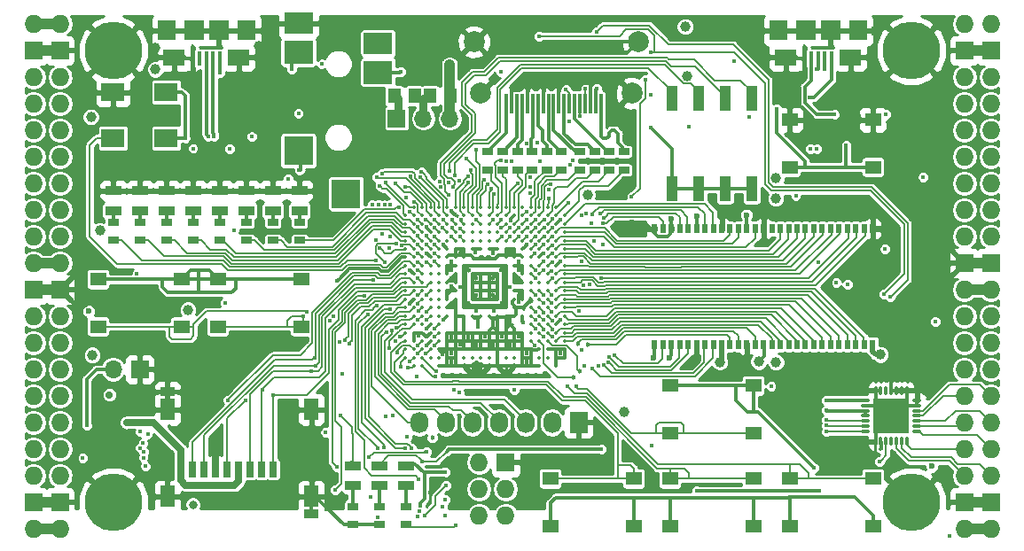
<source format=gtl>
G04 #@! TF.GenerationSoftware,KiCad,Pcbnew,5.0.0-rc2+dfsg1-3*
G04 #@! TF.CreationDate,2018-06-09T16:00:44+02:00*
G04 #@! TF.ProjectId,ulx3s,756C7833732E6B696361645F70636200,rev?*
G04 #@! TF.SameCoordinates,Original*
G04 #@! TF.FileFunction,Copper,L1,Top,Signal*
G04 #@! TF.FilePolarity,Positive*
%FSLAX46Y46*%
G04 Gerber Fmt 4.6, Leading zero omitted, Abs format (unit mm)*
G04 Created by KiCad (PCBNEW 5.0.0-rc2+dfsg1-3) date Sat Jun  9 16:00:44 2018*
%MOMM*%
%LPD*%
G01*
G04 APERTURE LIST*
G04 #@! TA.AperFunction,SMDPad,CuDef*
%ADD10R,0.560000X0.900000*%
G04 #@! TD*
G04 #@! TA.AperFunction,ComponentPad*
%ADD11O,1.727200X1.727200*%
G04 #@! TD*
G04 #@! TA.AperFunction,ComponentPad*
%ADD12R,1.727200X1.727200*%
G04 #@! TD*
G04 #@! TA.AperFunction,ComponentPad*
%ADD13C,5.500000*%
G04 #@! TD*
G04 #@! TA.AperFunction,SMDPad,CuDef*
%ADD14O,0.850000X0.300000*%
G04 #@! TD*
G04 #@! TA.AperFunction,SMDPad,CuDef*
%ADD15O,0.300000X0.850000*%
G04 #@! TD*
G04 #@! TA.AperFunction,SMDPad,CuDef*
%ADD16R,1.675000X1.675000*%
G04 #@! TD*
G04 #@! TA.AperFunction,ComponentPad*
%ADD17R,1.727200X2.032000*%
G04 #@! TD*
G04 #@! TA.AperFunction,ComponentPad*
%ADD18O,1.727200X2.032000*%
G04 #@! TD*
G04 #@! TA.AperFunction,SMDPad,CuDef*
%ADD19R,1.550000X1.300000*%
G04 #@! TD*
G04 #@! TA.AperFunction,SMDPad,CuDef*
%ADD20R,1.120000X2.440000*%
G04 #@! TD*
G04 #@! TA.AperFunction,BGAPad,CuDef*
%ADD21C,0.350000*%
G04 #@! TD*
G04 #@! TA.AperFunction,SMDPad,CuDef*
%ADD22R,2.800000X2.000000*%
G04 #@! TD*
G04 #@! TA.AperFunction,SMDPad,CuDef*
%ADD23R,2.800000X2.200000*%
G04 #@! TD*
G04 #@! TA.AperFunction,SMDPad,CuDef*
%ADD24R,2.800000X2.800000*%
G04 #@! TD*
G04 #@! TA.AperFunction,SMDPad,CuDef*
%ADD25R,0.700000X1.500000*%
G04 #@! TD*
G04 #@! TA.AperFunction,SMDPad,CuDef*
%ADD26R,1.450000X0.900000*%
G04 #@! TD*
G04 #@! TA.AperFunction,SMDPad,CuDef*
%ADD27R,1.450000X2.000000*%
G04 #@! TD*
G04 #@! TA.AperFunction,SMDPad,CuDef*
%ADD28R,2.200000X1.800000*%
G04 #@! TD*
G04 #@! TA.AperFunction,SMDPad,CuDef*
%ADD29R,1.000000X0.670000*%
G04 #@! TD*
G04 #@! TA.AperFunction,SMDPad,CuDef*
%ADD30R,1.500000X0.970000*%
G04 #@! TD*
G04 #@! TA.AperFunction,SMDPad,CuDef*
%ADD31R,0.300000X1.900000*%
G04 #@! TD*
G04 #@! TA.AperFunction,ComponentPad*
%ADD32C,2.000000*%
G04 #@! TD*
G04 #@! TA.AperFunction,ComponentPad*
%ADD33R,1.700000X1.700000*%
G04 #@! TD*
G04 #@! TA.AperFunction,ComponentPad*
%ADD34O,1.700000X1.700000*%
G04 #@! TD*
G04 #@! TA.AperFunction,SMDPad,CuDef*
%ADD35R,1.295000X1.400000*%
G04 #@! TD*
G04 #@! TA.AperFunction,SMDPad,CuDef*
%ADD36R,1.800000X1.900000*%
G04 #@! TD*
G04 #@! TA.AperFunction,SMDPad,CuDef*
%ADD37R,0.400000X1.350000*%
G04 #@! TD*
G04 #@! TA.AperFunction,SMDPad,CuDef*
%ADD38R,1.900000X1.900000*%
G04 #@! TD*
G04 #@! TA.AperFunction,SMDPad,CuDef*
%ADD39R,2.100000X1.600000*%
G04 #@! TD*
G04 #@! TA.AperFunction,ViaPad*
%ADD40C,0.400000*%
G04 #@! TD*
G04 #@! TA.AperFunction,ViaPad*
%ADD41C,0.700000*%
G04 #@! TD*
G04 #@! TA.AperFunction,ViaPad*
%ADD42C,0.454000*%
G04 #@! TD*
G04 #@! TA.AperFunction,ViaPad*
%ADD43C,0.600000*%
G04 #@! TD*
G04 #@! TA.AperFunction,ViaPad*
%ADD44C,1.000000*%
G04 #@! TD*
G04 #@! TA.AperFunction,ViaPad*
%ADD45C,0.800000*%
G04 #@! TD*
G04 #@! TA.AperFunction,Conductor*
%ADD46C,0.700000*%
G04 #@! TD*
G04 #@! TA.AperFunction,Conductor*
%ADD47C,0.300000*%
G04 #@! TD*
G04 #@! TA.AperFunction,Conductor*
%ADD48C,0.500000*%
G04 #@! TD*
G04 #@! TA.AperFunction,Conductor*
%ADD49C,1.000000*%
G04 #@! TD*
G04 #@! TA.AperFunction,Conductor*
%ADD50C,0.190000*%
G04 #@! TD*
G04 #@! TA.AperFunction,Conductor*
%ADD51C,0.800000*%
G04 #@! TD*
G04 #@! TA.AperFunction,Conductor*
%ADD52C,0.200000*%
G04 #@! TD*
G04 #@! TA.AperFunction,Conductor*
%ADD53C,0.127000*%
G04 #@! TD*
G04 #@! TA.AperFunction,Conductor*
%ADD54C,0.180000*%
G04 #@! TD*
G04 #@! TA.AperFunction,Conductor*
%ADD55C,0.254000*%
G04 #@! TD*
G04 APERTURE END LIST*
D10*
G04 #@! TO.P,U2,28*
G04 #@! TO.N,GND*
X175493000Y-82270000D03*
G04 #@! TO.P,U2,1*
G04 #@! TO.N,+3V3*
X154693000Y-93330000D03*
G04 #@! TO.P,U2,2*
G04 #@! TO.N,SDRAM_D0*
X155493000Y-93330000D03*
G04 #@! TO.P,U2,3*
G04 #@! TO.N,+3V3*
X156293000Y-93330000D03*
G04 #@! TO.P,U2,4*
G04 #@! TO.N,SDRAM_D1*
X157093000Y-93330000D03*
G04 #@! TO.P,U2,5*
G04 #@! TO.N,SDRAM_D2*
X157893000Y-93330000D03*
G04 #@! TO.P,U2,6*
G04 #@! TO.N,GND*
X158693000Y-93330000D03*
G04 #@! TO.P,U2,7*
G04 #@! TO.N,SDRAM_D3*
X159493000Y-93330000D03*
G04 #@! TO.P,U2,8*
G04 #@! TO.N,SDRAM_D4*
X160293000Y-93330000D03*
G04 #@! TO.P,U2,9*
G04 #@! TO.N,+3V3*
X161093000Y-93330000D03*
G04 #@! TO.P,U2,10*
G04 #@! TO.N,SDRAM_D5*
X161893000Y-93330000D03*
G04 #@! TO.P,U2,11*
G04 #@! TO.N,SDRAM_D6*
X162693000Y-93330000D03*
G04 #@! TO.P,U2,12*
G04 #@! TO.N,GND*
X163493000Y-93330000D03*
G04 #@! TO.P,U2,13*
G04 #@! TO.N,SDRAM_D7*
X164293000Y-93330000D03*
G04 #@! TO.P,U2,14*
G04 #@! TO.N,+3V3*
X165093000Y-93330000D03*
G04 #@! TO.P,U2,15*
G04 #@! TO.N,SDRAM_DQM0*
X165893000Y-93330000D03*
G04 #@! TO.P,U2,16*
G04 #@! TO.N,SDRAM_nWE*
X166693000Y-93330000D03*
G04 #@! TO.P,U2,17*
G04 #@! TO.N,SDRAM_nCAS*
X167493000Y-93330000D03*
G04 #@! TO.P,U2,18*
G04 #@! TO.N,SDRAM_nRAS*
X168293000Y-93330000D03*
G04 #@! TO.P,U2,19*
G04 #@! TO.N,SDRAM_nCS*
X169093000Y-93330000D03*
G04 #@! TO.P,U2,20*
G04 #@! TO.N,SDRAM_BA0*
X169893000Y-93330000D03*
G04 #@! TO.P,U2,21*
G04 #@! TO.N,SDRAM_BA1*
X170693000Y-93330000D03*
G04 #@! TO.P,U2,22*
G04 #@! TO.N,SDRAM_A10*
X171493000Y-93330000D03*
G04 #@! TO.P,U2,23*
G04 #@! TO.N,SDRAM_A0*
X172293000Y-93330000D03*
G04 #@! TO.P,U2,24*
G04 #@! TO.N,SDRAM_A1*
X173093000Y-93330000D03*
G04 #@! TO.P,U2,25*
G04 #@! TO.N,SDRAM_A2*
X173893000Y-93330000D03*
G04 #@! TO.P,U2,26*
G04 #@! TO.N,SDRAM_A3*
X174693000Y-93330000D03*
G04 #@! TO.P,U2,27*
G04 #@! TO.N,+3V3*
X175493000Y-93330000D03*
G04 #@! TO.P,U2,29*
G04 #@! TO.N,SDRAM_A4*
X174693000Y-82270000D03*
G04 #@! TO.P,U2,30*
G04 #@! TO.N,SDRAM_A5*
X173893000Y-82270000D03*
G04 #@! TO.P,U2,31*
G04 #@! TO.N,SDRAM_A6*
X173093000Y-82270000D03*
G04 #@! TO.P,U2,32*
G04 #@! TO.N,SDRAM_A7*
X172293000Y-82270000D03*
G04 #@! TO.P,U2,33*
G04 #@! TO.N,SDRAM_A8*
X171493000Y-82270000D03*
G04 #@! TO.P,U2,34*
G04 #@! TO.N,SDRAM_A9*
X170693000Y-82270000D03*
G04 #@! TO.P,U2,35*
G04 #@! TO.N,SDRAM_A11*
X169893000Y-82270000D03*
G04 #@! TO.P,U2,36*
G04 #@! TO.N,SDRAM_A12*
X169093000Y-82270000D03*
G04 #@! TO.P,U2,37*
G04 #@! TO.N,SDRAM_CKE*
X168293000Y-82270000D03*
G04 #@! TO.P,U2,38*
G04 #@! TO.N,SDRAM_CLK*
X167493000Y-82270000D03*
G04 #@! TO.P,U2,39*
G04 #@! TO.N,SDRAM_DQM1*
X166693000Y-82270000D03*
G04 #@! TO.P,U2,40*
G04 #@! TO.N,N/C*
X165893000Y-82270000D03*
G04 #@! TO.P,U2,41*
G04 #@! TO.N,GND*
X165093000Y-82270000D03*
G04 #@! TO.P,U2,42*
G04 #@! TO.N,SDRAM_D8*
X164293000Y-82270000D03*
G04 #@! TO.P,U2,43*
G04 #@! TO.N,+3V3*
X163493000Y-82270000D03*
G04 #@! TO.P,U2,44*
G04 #@! TO.N,SDRAM_D9*
X162693000Y-82270000D03*
G04 #@! TO.P,U2,45*
G04 #@! TO.N,SDRAM_D10*
X161893000Y-82270000D03*
G04 #@! TO.P,U2,46*
G04 #@! TO.N,GND*
X161093000Y-82270000D03*
G04 #@! TO.P,U2,47*
G04 #@! TO.N,SDRAM_D11*
X160293000Y-82270000D03*
G04 #@! TO.P,U2,48*
G04 #@! TO.N,SDRAM_D12*
X159493000Y-82270000D03*
G04 #@! TO.P,U2,49*
G04 #@! TO.N,+3V3*
X158693000Y-82270000D03*
G04 #@! TO.P,U2,50*
G04 #@! TO.N,SDRAM_D13*
X157893000Y-82270000D03*
G04 #@! TO.P,U2,51*
G04 #@! TO.N,SDRAM_D14*
X157093000Y-82270000D03*
G04 #@! TO.P,U2,52*
G04 #@! TO.N,GND*
X156293000Y-82270000D03*
G04 #@! TO.P,U2,53*
G04 #@! TO.N,SDRAM_D15*
X155493000Y-82270000D03*
G04 #@! TO.P,U2,54*
G04 #@! TO.N,GND*
X154693000Y-82270000D03*
G04 #@! TD*
D11*
G04 #@! TO.P,J1,1*
G04 #@! TO.N,2V5_3V3*
X97910000Y-62690000D03*
G04 #@! TO.P,J1,2*
X95370000Y-62690000D03*
D12*
G04 #@! TO.P,J1,3*
G04 #@! TO.N,GND*
X97910000Y-65230000D03*
G04 #@! TO.P,J1,4*
X95370000Y-65230000D03*
D11*
G04 #@! TO.P,J1,5*
G04 #@! TO.N,GN0*
X97910000Y-67770000D03*
G04 #@! TO.P,J1,6*
G04 #@! TO.N,GP0*
X95370000Y-67770000D03*
G04 #@! TO.P,J1,7*
G04 #@! TO.N,GN1*
X97910000Y-70310000D03*
G04 #@! TO.P,J1,8*
G04 #@! TO.N,GP1*
X95370000Y-70310000D03*
G04 #@! TO.P,J1,9*
G04 #@! TO.N,GN2*
X97910000Y-72850000D03*
G04 #@! TO.P,J1,10*
G04 #@! TO.N,GP2*
X95370000Y-72850000D03*
G04 #@! TO.P,J1,11*
G04 #@! TO.N,GN3*
X97910000Y-75390000D03*
G04 #@! TO.P,J1,12*
G04 #@! TO.N,GP3*
X95370000Y-75390000D03*
G04 #@! TO.P,J1,13*
G04 #@! TO.N,GN4*
X97910000Y-77930000D03*
G04 #@! TO.P,J1,14*
G04 #@! TO.N,GP4*
X95370000Y-77930000D03*
G04 #@! TO.P,J1,15*
G04 #@! TO.N,GN5*
X97910000Y-80470000D03*
G04 #@! TO.P,J1,16*
G04 #@! TO.N,GP5*
X95370000Y-80470000D03*
G04 #@! TO.P,J1,17*
G04 #@! TO.N,GN6*
X97910000Y-83010000D03*
G04 #@! TO.P,J1,18*
G04 #@! TO.N,GP6*
X95370000Y-83010000D03*
G04 #@! TO.P,J1,19*
G04 #@! TO.N,2V5_3V3*
X97910000Y-85550000D03*
G04 #@! TO.P,J1,20*
X95370000Y-85550000D03*
D12*
G04 #@! TO.P,J1,21*
G04 #@! TO.N,GND*
X97910000Y-88090000D03*
G04 #@! TO.P,J1,22*
X95370000Y-88090000D03*
D11*
G04 #@! TO.P,J1,23*
G04 #@! TO.N,GN7*
X97910000Y-90630000D03*
G04 #@! TO.P,J1,24*
G04 #@! TO.N,GP7*
X95370000Y-90630000D03*
G04 #@! TO.P,J1,25*
G04 #@! TO.N,GN8*
X97910000Y-93170000D03*
G04 #@! TO.P,J1,26*
G04 #@! TO.N,GP8*
X95370000Y-93170000D03*
G04 #@! TO.P,J1,27*
G04 #@! TO.N,GN9*
X97910000Y-95710000D03*
G04 #@! TO.P,J1,28*
G04 #@! TO.N,GP9*
X95370000Y-95710000D03*
G04 #@! TO.P,J1,29*
G04 #@! TO.N,GN10*
X97910000Y-98250000D03*
G04 #@! TO.P,J1,30*
G04 #@! TO.N,GP10*
X95370000Y-98250000D03*
G04 #@! TO.P,J1,31*
G04 #@! TO.N,GN11*
X97910000Y-100790000D03*
G04 #@! TO.P,J1,32*
G04 #@! TO.N,GP11*
X95370000Y-100790000D03*
G04 #@! TO.P,J1,33*
G04 #@! TO.N,GN12*
X97910000Y-103330000D03*
G04 #@! TO.P,J1,34*
G04 #@! TO.N,GP12*
X95370000Y-103330000D03*
G04 #@! TO.P,J1,35*
G04 #@! TO.N,GN13*
X97910000Y-105870000D03*
G04 #@! TO.P,J1,36*
G04 #@! TO.N,GP13*
X95370000Y-105870000D03*
D12*
G04 #@! TO.P,J1,37*
G04 #@! TO.N,GND*
X97910000Y-108410000D03*
G04 #@! TO.P,J1,38*
X95370000Y-108410000D03*
D11*
G04 #@! TO.P,J1,39*
G04 #@! TO.N,2V5_3V3*
X97910000Y-110950000D03*
G04 #@! TO.P,J1,40*
X95370000Y-110950000D03*
G04 #@! TD*
G04 #@! TO.P,J2,1*
G04 #@! TO.N,+3V3*
X184270000Y-110950000D03*
G04 #@! TO.P,J2,2*
X186810000Y-110950000D03*
D12*
G04 #@! TO.P,J2,3*
G04 #@! TO.N,GND*
X184270000Y-108410000D03*
G04 #@! TO.P,J2,4*
X186810000Y-108410000D03*
D11*
G04 #@! TO.P,J2,5*
G04 #@! TO.N,GN14*
X184270000Y-105870000D03*
G04 #@! TO.P,J2,6*
G04 #@! TO.N,GP14*
X186810000Y-105870000D03*
G04 #@! TO.P,J2,7*
G04 #@! TO.N,GN15*
X184270000Y-103330000D03*
G04 #@! TO.P,J2,8*
G04 #@! TO.N,GP15*
X186810000Y-103330000D03*
G04 #@! TO.P,J2,9*
G04 #@! TO.N,GN16*
X184270000Y-100790000D03*
G04 #@! TO.P,J2,10*
G04 #@! TO.N,GP16*
X186810000Y-100790000D03*
G04 #@! TO.P,J2,11*
G04 #@! TO.N,GN17*
X184270000Y-98250000D03*
G04 #@! TO.P,J2,12*
G04 #@! TO.N,GP17*
X186810000Y-98250000D03*
G04 #@! TO.P,J2,13*
G04 #@! TO.N,GN18*
X184270000Y-95710000D03*
G04 #@! TO.P,J2,14*
G04 #@! TO.N,GP18*
X186810000Y-95710000D03*
G04 #@! TO.P,J2,15*
G04 #@! TO.N,GN19*
X184270000Y-93170000D03*
G04 #@! TO.P,J2,16*
G04 #@! TO.N,GP19*
X186810000Y-93170000D03*
G04 #@! TO.P,J2,17*
G04 #@! TO.N,GN20*
X184270000Y-90630000D03*
G04 #@! TO.P,J2,18*
G04 #@! TO.N,GP20*
X186810000Y-90630000D03*
G04 #@! TO.P,J2,19*
G04 #@! TO.N,+3V3*
X184270000Y-88090000D03*
G04 #@! TO.P,J2,20*
X186810000Y-88090000D03*
D12*
G04 #@! TO.P,J2,21*
G04 #@! TO.N,GND*
X184270000Y-85550000D03*
G04 #@! TO.P,J2,22*
X186810000Y-85550000D03*
D11*
G04 #@! TO.P,J2,23*
G04 #@! TO.N,GN21*
X184270000Y-83010000D03*
G04 #@! TO.P,J2,24*
G04 #@! TO.N,GP21*
X186810000Y-83010000D03*
G04 #@! TO.P,J2,25*
G04 #@! TO.N,GN22*
X184270000Y-80470000D03*
G04 #@! TO.P,J2,26*
G04 #@! TO.N,GP22*
X186810000Y-80470000D03*
G04 #@! TO.P,J2,27*
G04 #@! TO.N,GN23*
X184270000Y-77930000D03*
G04 #@! TO.P,J2,28*
G04 #@! TO.N,GP23*
X186810000Y-77930000D03*
G04 #@! TO.P,J2,29*
G04 #@! TO.N,GN24*
X184270000Y-75390000D03*
G04 #@! TO.P,J2,30*
G04 #@! TO.N,GP24*
X186810000Y-75390000D03*
G04 #@! TO.P,J2,31*
G04 #@! TO.N,GN25*
X184270000Y-72850000D03*
G04 #@! TO.P,J2,32*
G04 #@! TO.N,GP25*
X186810000Y-72850000D03*
G04 #@! TO.P,J2,33*
G04 #@! TO.N,GN26*
X184270000Y-70310000D03*
G04 #@! TO.P,J2,34*
G04 #@! TO.N,GP26*
X186810000Y-70310000D03*
G04 #@! TO.P,J2,35*
G04 #@! TO.N,GN27*
X184270000Y-67770000D03*
G04 #@! TO.P,J2,36*
G04 #@! TO.N,GP27*
X186810000Y-67770000D03*
D12*
G04 #@! TO.P,J2,37*
G04 #@! TO.N,GND*
X184270000Y-65230000D03*
G04 #@! TO.P,J2,38*
X186810000Y-65230000D03*
D11*
G04 #@! TO.P,J2,39*
G04 #@! TO.N,/gpio/IN5V*
X184270000Y-62690000D03*
G04 #@! TO.P,J2,40*
G04 #@! TO.N,/gpio/OUT5V*
X186810000Y-62690000D03*
G04 #@! TD*
D13*
G04 #@! TO.P,H1,1*
G04 #@! TO.N,GND*
X102990000Y-108410000D03*
G04 #@! TD*
G04 #@! TO.P,H2,1*
G04 #@! TO.N,GND*
X179190000Y-108410000D03*
G04 #@! TD*
G04 #@! TO.P,H3,1*
G04 #@! TO.N,GND*
X179190000Y-65230000D03*
G04 #@! TD*
G04 #@! TO.P,H4,1*
G04 #@! TO.N,GND*
X102990000Y-65230000D03*
G04 #@! TD*
D12*
G04 #@! TO.P,J4,1*
G04 #@! TO.N,GND*
X140455000Y-104600000D03*
D11*
G04 #@! TO.P,J4,2*
G04 #@! TO.N,+3V3*
X137915000Y-104600000D03*
G04 #@! TO.P,J4,3*
G04 #@! TO.N,JTAG_TDI*
X140455000Y-107140000D03*
G04 #@! TO.P,J4,4*
G04 #@! TO.N,JTAG_TCK*
X137915000Y-107140000D03*
G04 #@! TO.P,J4,5*
G04 #@! TO.N,JTAG_TMS*
X140455000Y-109680000D03*
G04 #@! TO.P,J4,6*
G04 #@! TO.N,JTAG_TDO*
X137915000Y-109680000D03*
G04 #@! TD*
D14*
G04 #@! TO.P,U8,1*
G04 #@! TO.N,GP15*
X179735000Y-101655000D03*
G04 #@! TO.P,U8,2*
G04 #@! TO.N,GN16*
X179735000Y-101155000D03*
G04 #@! TO.P,U8,3*
G04 #@! TO.N,GP16*
X179735000Y-100655000D03*
G04 #@! TO.P,U8,4*
G04 #@! TO.N,GN17*
X179735000Y-100155000D03*
G04 #@! TO.P,U8,5*
G04 #@! TO.N,GP17*
X179735000Y-99655000D03*
G04 #@! TO.P,U8,6*
G04 #@! TO.N,GND*
X179735000Y-99155000D03*
G04 #@! TO.P,U8,7*
X179735000Y-98655000D03*
D15*
G04 #@! TO.P,U8,8*
X178785000Y-97705000D03*
G04 #@! TO.P,U8,9*
X178285000Y-97705000D03*
G04 #@! TO.P,U8,10*
X177785000Y-97705000D03*
G04 #@! TO.P,U8,11*
X177285000Y-97705000D03*
G04 #@! TO.P,U8,12*
G04 #@! TO.N,Net-(U8-Pad12)*
X176785000Y-97705000D03*
G04 #@! TO.P,U8,13*
G04 #@! TO.N,GND*
X176285000Y-97705000D03*
G04 #@! TO.P,U8,14*
X175785000Y-97705000D03*
D14*
G04 #@! TO.P,U8,15*
G04 #@! TO.N,+3V3*
X174835000Y-98655000D03*
G04 #@! TO.P,U8,16*
G04 #@! TO.N,GND*
X174835000Y-99155000D03*
G04 #@! TO.P,U8,17*
G04 #@! TO.N,+3V3*
X174835000Y-99655000D03*
G04 #@! TO.P,U8,18*
X174835000Y-100155000D03*
G04 #@! TO.P,U8,19*
G04 #@! TO.N,ADC_SCLK*
X174835000Y-100655000D03*
G04 #@! TO.P,U8,20*
G04 #@! TO.N,ADC_CSn*
X174835000Y-101155000D03*
G04 #@! TO.P,U8,21*
G04 #@! TO.N,ADC_MOSI*
X174835000Y-101655000D03*
D15*
G04 #@! TO.P,U8,22*
G04 #@! TO.N,GND*
X175785000Y-102605000D03*
G04 #@! TO.P,U8,23*
G04 #@! TO.N,+3V3*
X176285000Y-102605000D03*
G04 #@! TO.P,U8,24*
G04 #@! TO.N,ADC_MISO*
X176785000Y-102605000D03*
G04 #@! TO.P,U8,25*
G04 #@! TO.N,Net-(U8-Pad25)*
X177285000Y-102605000D03*
G04 #@! TO.P,U8,26*
G04 #@! TO.N,GN14*
X177785000Y-102605000D03*
G04 #@! TO.P,U8,27*
G04 #@! TO.N,GP14*
X178285000Y-102605000D03*
G04 #@! TO.P,U8,28*
G04 #@! TO.N,GN15*
X178785000Y-102605000D03*
D16*
G04 #@! TO.P,U8,29*
G04 #@! TO.N,GND*
X176447500Y-99317500D03*
X176447500Y-100992500D03*
X178122500Y-99317500D03*
X178122500Y-100992500D03*
G04 #@! TD*
D17*
G04 #@! TO.P,OLED1,1*
G04 #@! TO.N,GND*
X147440000Y-100790000D03*
D18*
G04 #@! TO.P,OLED1,2*
G04 #@! TO.N,+3V3*
X144900000Y-100790000D03*
G04 #@! TO.P,OLED1,3*
G04 #@! TO.N,OLED_CLK*
X142360000Y-100790000D03*
G04 #@! TO.P,OLED1,4*
G04 #@! TO.N,OLED_MOSI*
X139820000Y-100790000D03*
G04 #@! TO.P,OLED1,5*
G04 #@! TO.N,OLED_RES*
X137280000Y-100790000D03*
G04 #@! TO.P,OLED1,6*
G04 #@! TO.N,OLED_DC*
X134740000Y-100790000D03*
G04 #@! TO.P,OLED1,7*
G04 #@! TO.N,OLED_CS*
X132200000Y-100790000D03*
G04 #@! TD*
D19*
G04 #@! TO.P,BTN0,2*
G04 #@! TO.N,GND*
X175550000Y-71870000D03*
G04 #@! TO.P,BTN0,1*
G04 #@! TO.N,/power/PWRBTn*
X175550000Y-76370000D03*
X167590000Y-76370000D03*
G04 #@! TO.P,BTN0,2*
G04 #@! TO.N,GND*
X167590000Y-71870000D03*
G04 #@! TD*
G04 #@! TO.P,BTN1,2*
G04 #@! TO.N,BTN_F1*
X101550000Y-91610000D03*
G04 #@! TO.P,BTN1,1*
G04 #@! TO.N,/blinkey/BTNPUL*
X101550000Y-87110000D03*
X109510000Y-87110000D03*
G04 #@! TO.P,BTN1,2*
G04 #@! TO.N,BTN_F1*
X109510000Y-91610000D03*
G04 #@! TD*
G04 #@! TO.P,BTN2,2*
G04 #@! TO.N,BTN_F2*
X112980000Y-91610000D03*
G04 #@! TO.P,BTN2,1*
G04 #@! TO.N,/blinkey/BTNPUL*
X112980000Y-87110000D03*
X120940000Y-87110000D03*
G04 #@! TO.P,BTN2,2*
G04 #@! TO.N,BTN_F2*
X120940000Y-91610000D03*
G04 #@! TD*
G04 #@! TO.P,BTN3,2*
G04 #@! TO.N,BTN_U*
X156160000Y-101770000D03*
G04 #@! TO.P,BTN3,1*
G04 #@! TO.N,/blinkey/BTNPUR*
X156160000Y-97270000D03*
X164120000Y-97270000D03*
G04 #@! TO.P,BTN3,2*
G04 #@! TO.N,BTN_U*
X164120000Y-101770000D03*
G04 #@! TD*
G04 #@! TO.P,BTN4,2*
G04 #@! TO.N,BTN_D*
X164120000Y-106160000D03*
G04 #@! TO.P,BTN4,1*
G04 #@! TO.N,/blinkey/BTNPUR*
X164120000Y-110660000D03*
X156160000Y-110660000D03*
G04 #@! TO.P,BTN4,2*
G04 #@! TO.N,BTN_D*
X156160000Y-106160000D03*
G04 #@! TD*
G04 #@! TO.P,BTN5,2*
G04 #@! TO.N,BTN_L*
X152690000Y-106160000D03*
G04 #@! TO.P,BTN5,1*
G04 #@! TO.N,/blinkey/BTNPUR*
X152690000Y-110660000D03*
X144730000Y-110660000D03*
G04 #@! TO.P,BTN5,2*
G04 #@! TO.N,BTN_L*
X144730000Y-106160000D03*
G04 #@! TD*
G04 #@! TO.P,BTN6,2*
G04 #@! TO.N,BTN_R*
X175550000Y-106160000D03*
G04 #@! TO.P,BTN6,1*
G04 #@! TO.N,/blinkey/BTNPUR*
X175550000Y-110660000D03*
X167590000Y-110660000D03*
G04 #@! TO.P,BTN6,2*
G04 #@! TO.N,BTN_R*
X167590000Y-106160000D03*
G04 #@! TD*
D20*
G04 #@! TO.P,SW1,1*
G04 #@! TO.N,/blinkey/SWPU*
X156330000Y-78425000D03*
G04 #@! TO.P,SW1,5*
G04 #@! TO.N,SW4*
X163950000Y-69815000D03*
G04 #@! TO.P,SW1,2*
G04 #@! TO.N,/blinkey/SWPU*
X158870000Y-78425000D03*
G04 #@! TO.P,SW1,6*
G04 #@! TO.N,SW3*
X161410000Y-69815000D03*
G04 #@! TO.P,SW1,3*
G04 #@! TO.N,/blinkey/SWPU*
X161410000Y-78425000D03*
G04 #@! TO.P,SW1,7*
G04 #@! TO.N,SW2*
X158870000Y-69815000D03*
G04 #@! TO.P,SW1,4*
G04 #@! TO.N,/blinkey/SWPU*
X163950000Y-78425000D03*
G04 #@! TO.P,SW1,8*
G04 #@! TO.N,SW1*
X156330000Y-69815000D03*
G04 #@! TD*
D21*
G04 #@! TO.P,U1,A2*
G04 #@! TO.N,GP9*
X131680000Y-80200000D03*
G04 #@! TO.P,U1,A3*
G04 #@! TO.N,AUDIO_R0*
X132480000Y-80200000D03*
G04 #@! TO.P,U1,A4*
G04 #@! TO.N,GP8*
X133280000Y-80200000D03*
G04 #@! TO.P,U1,A5*
G04 #@! TO.N,GN8*
X134080000Y-80200000D03*
G04 #@! TO.P,U1,A6*
G04 #@! TO.N,GP7*
X134880000Y-80200000D03*
G04 #@! TO.P,U1,A7*
G04 #@! TO.N,GP4*
X135680000Y-80200000D03*
G04 #@! TO.P,U1,A8*
G04 #@! TO.N,GN4*
X136480000Y-80200000D03*
G04 #@! TO.P,U1,A9*
G04 #@! TO.N,GP2*
X137280000Y-80200000D03*
G04 #@! TO.P,U1,A10*
G04 #@! TO.N,GP1*
X138080000Y-80200000D03*
G04 #@! TO.P,U1,A11*
G04 #@! TO.N,GN1*
X138880000Y-80200000D03*
G04 #@! TO.P,U1,A12*
G04 #@! TO.N,FPDI_D2+*
X139680000Y-80200000D03*
G04 #@! TO.P,U1,A13*
G04 #@! TO.N,FPDI_D2-*
X140480000Y-80200000D03*
G04 #@! TO.P,U1,A14*
G04 #@! TO.N,FPDI_D1+*
X141280000Y-80200000D03*
G04 #@! TO.P,U1,A15*
G04 #@! TO.N,Net-(U1-PadA15)*
X142080000Y-80200000D03*
G04 #@! TO.P,U1,A16*
G04 #@! TO.N,FPDI_D0+*
X142880000Y-80200000D03*
G04 #@! TO.P,U1,A17*
G04 #@! TO.N,FPDI_CLK+*
X143680000Y-80200000D03*
G04 #@! TO.P,U1,A18*
G04 #@! TO.N,/gpdi/FPDI_CEC*
X144480000Y-80200000D03*
G04 #@! TO.P,U1,A19*
G04 #@! TO.N,FPDI_ETH+*
X145280000Y-80200000D03*
G04 #@! TO.P,U1,B1*
G04 #@! TO.N,GN9*
X130880000Y-81000000D03*
G04 #@! TO.P,U1,B2*
G04 #@! TO.N,LED0*
X131680000Y-81000000D03*
G04 #@! TO.P,U1,B3*
G04 #@! TO.N,AUDIO_L3*
X132480000Y-81000000D03*
G04 #@! TO.P,U1,B4*
G04 #@! TO.N,GN10*
X133280000Y-81000000D03*
G04 #@! TO.P,U1,B5*
G04 #@! TO.N,AUDIO_R1*
X134080000Y-81000000D03*
G04 #@! TO.P,U1,B6*
G04 #@! TO.N,GN7*
X134880000Y-81000000D03*
G04 #@! TO.P,U1,B7*
G04 #@! TO.N,GND*
X135680000Y-81000000D03*
G04 #@! TO.P,U1,B8*
G04 #@! TO.N,GN5*
X136480000Y-81000000D03*
G04 #@! TO.P,U1,B9*
G04 #@! TO.N,GP3*
X137280000Y-81000000D03*
G04 #@! TO.P,U1,B10*
G04 #@! TO.N,GN2*
X138080000Y-81000000D03*
G04 #@! TO.P,U1,B11*
G04 #@! TO.N,GP0*
X138880000Y-81000000D03*
G04 #@! TO.P,U1,B12*
G04 #@! TO.N,USB_FPGA_PULL_D+*
X139680000Y-81000000D03*
G04 #@! TO.P,U1,B13*
G04 #@! TO.N,GP26*
X140480000Y-81000000D03*
G04 #@! TO.P,U1,B14*
G04 #@! TO.N,GND*
X141280000Y-81000000D03*
G04 #@! TO.P,U1,B15*
G04 #@! TO.N,GP22*
X142080000Y-81000000D03*
G04 #@! TO.P,U1,B16*
G04 #@! TO.N,FPDI_D0-*
X142880000Y-81000000D03*
G04 #@! TO.P,U1,B17*
G04 #@! TO.N,GP23*
X143680000Y-81000000D03*
G04 #@! TO.P,U1,B18*
G04 #@! TO.N,FPDI_CLK-*
X144480000Y-81000000D03*
G04 #@! TO.P,U1,B19*
G04 #@! TO.N,FPDI_SDA*
X145280000Y-81000000D03*
G04 #@! TO.P,U1,B20*
G04 #@! TO.N,FPDI_ETH-*
X146080000Y-81000000D03*
G04 #@! TO.P,U1,C1*
G04 #@! TO.N,LED2*
X130880000Y-81800000D03*
G04 #@! TO.P,U1,C2*
G04 #@! TO.N,LED1*
X131680000Y-81800000D03*
G04 #@! TO.P,U1,C3*
G04 #@! TO.N,AUDIO_L2*
X132480000Y-81800000D03*
G04 #@! TO.P,U1,C4*
G04 #@! TO.N,GP10*
X133280000Y-81800000D03*
G04 #@! TO.P,U1,C5*
G04 #@! TO.N,AUDIO_R3*
X134080000Y-81800000D03*
G04 #@! TO.P,U1,C6*
G04 #@! TO.N,GP6*
X134880000Y-81800000D03*
G04 #@! TO.P,U1,C7*
G04 #@! TO.N,GN6*
X135680000Y-81800000D03*
G04 #@! TO.P,U1,C8*
G04 #@! TO.N,GP5*
X136480000Y-81800000D03*
G04 #@! TO.P,U1,C9*
G04 #@! TO.N,Net-(U1-PadC9)*
X137280000Y-81800000D03*
G04 #@! TO.P,U1,C10*
G04 #@! TO.N,GN3*
X138080000Y-81800000D03*
G04 #@! TO.P,U1,C11*
G04 #@! TO.N,GN0*
X138880000Y-81800000D03*
G04 #@! TO.P,U1,C12*
G04 #@! TO.N,USB_FPGA_PULL_D-*
X139680000Y-81800000D03*
G04 #@! TO.P,U1,C13*
G04 #@! TO.N,GN26*
X140480000Y-81800000D03*
G04 #@! TO.P,U1,C14*
G04 #@! TO.N,FPDI_D1-*
X141280000Y-81800000D03*
G04 #@! TO.P,U1,C15*
G04 #@! TO.N,GN22*
X142080000Y-81800000D03*
G04 #@! TO.P,U1,C16*
G04 #@! TO.N,GP24*
X142880000Y-81800000D03*
G04 #@! TO.P,U1,C17*
G04 #@! TO.N,GN23*
X143680000Y-81800000D03*
G04 #@! TO.P,U1,C18*
G04 #@! TO.N,GP21*
X144480000Y-81800000D03*
G04 #@! TO.P,U1,C19*
G04 #@! TO.N,GND*
X145280000Y-81800000D03*
G04 #@! TO.P,U1,C20*
G04 #@! TO.N,SDRAM_D11*
X146080000Y-81800000D03*
G04 #@! TO.P,U1,D1*
G04 #@! TO.N,LED4*
X130880000Y-82600000D03*
G04 #@! TO.P,U1,D2*
G04 #@! TO.N,LED3*
X131680000Y-82600000D03*
G04 #@! TO.P,U1,D3*
G04 #@! TO.N,AUDIO_L1*
X132480000Y-82600000D03*
G04 #@! TO.P,U1,D4*
G04 #@! TO.N,GND*
X133280000Y-82600000D03*
G04 #@! TO.P,U1,D5*
G04 #@! TO.N,AUDIO_R2*
X134080000Y-82600000D03*
G04 #@! TO.P,U1,D6*
G04 #@! TO.N,BTN_PWRn*
X134880000Y-82600000D03*
G04 #@! TO.P,U1,D7*
G04 #@! TO.N,SW3*
X135680000Y-82600000D03*
G04 #@! TO.P,U1,D8*
G04 #@! TO.N,SW2*
X136480000Y-82600000D03*
G04 #@! TO.P,U1,D9*
G04 #@! TO.N,Net-(U1-PadD9)*
X137280000Y-82600000D03*
G04 #@! TO.P,U1,D10*
G04 #@! TO.N,Net-(U1-PadD10)*
X138080000Y-82600000D03*
G04 #@! TO.P,U1,D11*
G04 #@! TO.N,Net-(U1-PadD11)*
X138880000Y-82600000D03*
G04 #@! TO.P,U1,D12*
G04 #@! TO.N,Net-(U1-PadD12)*
X139680000Y-82600000D03*
G04 #@! TO.P,U1,D13*
G04 #@! TO.N,GP27*
X140480000Y-82600000D03*
G04 #@! TO.P,U1,D14*
G04 #@! TO.N,GP25*
X141280000Y-82600000D03*
G04 #@! TO.P,U1,D15*
G04 #@! TO.N,USB_FPGA_D+*
X142080000Y-82600000D03*
G04 #@! TO.P,U1,D16*
G04 #@! TO.N,GN24*
X142880000Y-82600000D03*
G04 #@! TO.P,U1,D17*
G04 #@! TO.N,GN21*
X143680000Y-82600000D03*
G04 #@! TO.P,U1,D18*
G04 #@! TO.N,GP20*
X144480000Y-82600000D03*
G04 #@! TO.P,U1,D19*
G04 #@! TO.N,SDRAM_D10*
X145280000Y-82600000D03*
G04 #@! TO.P,U1,D20*
G04 #@! TO.N,SDRAM_D9*
X146080000Y-82600000D03*
G04 #@! TO.P,U1,E1*
G04 #@! TO.N,LED6*
X130880000Y-83400000D03*
G04 #@! TO.P,U1,E2*
G04 #@! TO.N,LED5*
X131680000Y-83400000D03*
G04 #@! TO.P,U1,E3*
G04 #@! TO.N,GN11*
X132480000Y-83400000D03*
G04 #@! TO.P,U1,E4*
G04 #@! TO.N,AUDIO_L0*
X133280000Y-83400000D03*
G04 #@! TO.P,U1,E5*
G04 #@! TO.N,AUDIO_V3*
X134080000Y-83400000D03*
G04 #@! TO.P,U1,E6*
G04 #@! TO.N,Net-(U1-PadE6)*
X134880000Y-83400000D03*
G04 #@! TO.P,U1,E7*
G04 #@! TO.N,SW4*
X135680000Y-83400000D03*
G04 #@! TO.P,U1,E8*
G04 #@! TO.N,SW1*
X136480000Y-83400000D03*
G04 #@! TO.P,U1,E9*
G04 #@! TO.N,Net-(U1-PadE9)*
X137280000Y-83400000D03*
G04 #@! TO.P,U1,E10*
G04 #@! TO.N,Net-(U1-PadE10)*
X138080000Y-83400000D03*
G04 #@! TO.P,U1,E11*
G04 #@! TO.N,Net-(U1-PadE11)*
X138880000Y-83400000D03*
G04 #@! TO.P,U1,E12*
G04 #@! TO.N,FPDI_SCL*
X139680000Y-83400000D03*
G04 #@! TO.P,U1,E13*
G04 #@! TO.N,GN27*
X140480000Y-83400000D03*
G04 #@! TO.P,U1,E14*
G04 #@! TO.N,GN25*
X141280000Y-83400000D03*
G04 #@! TO.P,U1,E15*
G04 #@! TO.N,USB_FPGA_D-*
X142080000Y-83400000D03*
G04 #@! TO.P,U1,E16*
G04 #@! TO.N,USB_FPGA_D+*
X142880000Y-83400000D03*
G04 #@! TO.P,U1,E17*
G04 #@! TO.N,GN20*
X143680000Y-83400000D03*
G04 #@! TO.P,U1,E18*
G04 #@! TO.N,SDRAM_D12*
X144480000Y-83400000D03*
G04 #@! TO.P,U1,E19*
G04 #@! TO.N,SDRAM_D8*
X145280000Y-83400000D03*
G04 #@! TO.P,U1,E20*
G04 #@! TO.N,SDRAM_DQM1*
X146080000Y-83400000D03*
G04 #@! TO.P,U1,F1*
G04 #@! TO.N,WIFI_EN*
X130880000Y-84200000D03*
G04 #@! TO.P,U1,F2*
G04 #@! TO.N,AUDIO_V1*
X131680000Y-84200000D03*
G04 #@! TO.P,U1,F3*
G04 #@! TO.N,GN12*
X132480000Y-84200000D03*
G04 #@! TO.P,U1,F4*
G04 #@! TO.N,GP11*
X133280000Y-84200000D03*
G04 #@! TO.P,U1,F5*
G04 #@! TO.N,AUDIO_V2*
X134080000Y-84200000D03*
G04 #@! TO.P,U1,F6*
G04 #@! TO.N,+2V5*
X134880000Y-84200000D03*
G04 #@! TO.P,U1,F7*
G04 #@! TO.N,GND*
X135680000Y-84200000D03*
G04 #@! TO.P,U1,F8*
X136480000Y-84200000D03*
G04 #@! TO.P,U1,F9*
G04 #@! TO.N,2V5_3V3*
X137280000Y-84200000D03*
G04 #@! TO.P,U1,F10*
X138080000Y-84200000D03*
G04 #@! TO.P,U1,F11*
G04 #@! TO.N,+3V3*
X138880000Y-84200000D03*
G04 #@! TO.P,U1,F12*
X139680000Y-84200000D03*
G04 #@! TO.P,U1,F13*
G04 #@! TO.N,GND*
X140480000Y-84200000D03*
G04 #@! TO.P,U1,F14*
X141280000Y-84200000D03*
G04 #@! TO.P,U1,F15*
G04 #@! TO.N,+2V5*
X142080000Y-84200000D03*
G04 #@! TO.P,U1,F16*
G04 #@! TO.N,USB_FPGA_D-*
X142880000Y-84200000D03*
G04 #@! TO.P,U1,F17*
G04 #@! TO.N,GP19*
X143680000Y-84200000D03*
G04 #@! TO.P,U1,F18*
G04 #@! TO.N,SDRAM_D13*
X144480000Y-84200000D03*
G04 #@! TO.P,U1,F19*
G04 #@! TO.N,SDRAM_CLK*
X145280000Y-84200000D03*
G04 #@! TO.P,U1,F20*
G04 #@! TO.N,SDRAM_CKE*
X146080000Y-84200000D03*
G04 #@! TO.P,U1,G1*
G04 #@! TO.N,/usb/ANT_433MHz*
X130880000Y-85000000D03*
G04 #@! TO.P,U1,G2*
G04 #@! TO.N,CLK_25MHz*
X131680000Y-85000000D03*
G04 #@! TO.P,U1,G3*
G04 #@! TO.N,GP12*
X132480000Y-85000000D03*
G04 #@! TO.P,U1,G4*
G04 #@! TO.N,GND*
X133280000Y-85000000D03*
G04 #@! TO.P,U1,G5*
G04 #@! TO.N,GN13*
X134080000Y-85000000D03*
G04 #@! TO.P,U1,G6*
G04 #@! TO.N,GND*
X134880000Y-85000000D03*
G04 #@! TO.P,U1,G7*
X135680000Y-85000000D03*
G04 #@! TO.P,U1,G8*
X136480000Y-85000000D03*
G04 #@! TO.P,U1,G9*
X137280000Y-85000000D03*
G04 #@! TO.P,U1,G10*
X138080000Y-85000000D03*
G04 #@! TO.P,U1,G11*
X138880000Y-85000000D03*
G04 #@! TO.P,U1,G12*
X139680000Y-85000000D03*
G04 #@! TO.P,U1,G13*
X140480000Y-85000000D03*
G04 #@! TO.P,U1,G14*
X141280000Y-85000000D03*
G04 #@! TO.P,U1,G15*
X142080000Y-85000000D03*
G04 #@! TO.P,U1,G16*
G04 #@! TO.N,SHUTDOWN*
X142880000Y-85000000D03*
G04 #@! TO.P,U1,G17*
G04 #@! TO.N,GND*
X143680000Y-85000000D03*
G04 #@! TO.P,U1,G18*
G04 #@! TO.N,GN19*
X144480000Y-85000000D03*
G04 #@! TO.P,U1,G19*
G04 #@! TO.N,SDRAM_A12*
X145280000Y-85000000D03*
G04 #@! TO.P,U1,G20*
G04 #@! TO.N,SDRAM_A11*
X146080000Y-85000000D03*
G04 #@! TO.P,U1,H1*
G04 #@! TO.N,SD_D1*
X130880000Y-85800000D03*
G04 #@! TO.P,U1,H2*
G04 #@! TO.N,SD_CLK*
X131680000Y-85800000D03*
G04 #@! TO.P,U1,H3*
G04 #@! TO.N,LED7*
X132480000Y-85800000D03*
G04 #@! TO.P,U1,H4*
G04 #@! TO.N,GP13*
X133280000Y-85800000D03*
G04 #@! TO.P,U1,H5*
G04 #@! TO.N,AUDIO_V0*
X134080000Y-85800000D03*
G04 #@! TO.P,U1,H6*
G04 #@! TO.N,2V5_3V3*
X134880000Y-85800000D03*
G04 #@! TO.P,U1,H7*
X135680000Y-85800000D03*
G04 #@! TO.P,U1,H8*
G04 #@! TO.N,+1V1*
X136480000Y-85800000D03*
G04 #@! TO.P,U1,H9*
X137280000Y-85800000D03*
G04 #@! TO.P,U1,H10*
X138080000Y-85800000D03*
G04 #@! TO.P,U1,H11*
X138880000Y-85800000D03*
G04 #@! TO.P,U1,H12*
X139680000Y-85800000D03*
G04 #@! TO.P,U1,H13*
X140480000Y-85800000D03*
G04 #@! TO.P,U1,H14*
G04 #@! TO.N,+3V3*
X141280000Y-85800000D03*
G04 #@! TO.P,U1,H15*
X142080000Y-85800000D03*
G04 #@! TO.P,U1,H16*
G04 #@! TO.N,BTN_R*
X142880000Y-85800000D03*
G04 #@! TO.P,U1,H17*
G04 #@! TO.N,GN18*
X143680000Y-85800000D03*
G04 #@! TO.P,U1,H18*
G04 #@! TO.N,GP18*
X144480000Y-85800000D03*
G04 #@! TO.P,U1,H19*
G04 #@! TO.N,GND*
X145280000Y-85800000D03*
G04 #@! TO.P,U1,H20*
G04 #@! TO.N,SDRAM_A9*
X146080000Y-85800000D03*
G04 #@! TO.P,U1,J1*
G04 #@! TO.N,SD_CMD*
X130880000Y-86600000D03*
G04 #@! TO.P,U1,J2*
G04 #@! TO.N,GND*
X131680000Y-86600000D03*
G04 #@! TO.P,U1,J3*
G04 #@! TO.N,SD_D0*
X132480000Y-86600000D03*
G04 #@! TO.P,U1,J4*
G04 #@! TO.N,Net-(U1-PadJ4)*
X133280000Y-86600000D03*
G04 #@! TO.P,U1,J5*
G04 #@! TO.N,Net-(U1-PadJ5)*
X134080000Y-86600000D03*
G04 #@! TO.P,U1,J6*
G04 #@! TO.N,2V5_3V3*
X134880000Y-86600000D03*
G04 #@! TO.P,U1,J7*
G04 #@! TO.N,GND*
X135680000Y-86600000D03*
G04 #@! TO.P,U1,J8*
G04 #@! TO.N,+1V1*
X136480000Y-86600000D03*
G04 #@! TO.P,U1,J9*
G04 #@! TO.N,GND*
X137280000Y-86600000D03*
G04 #@! TO.P,U1,J10*
X138080000Y-86600000D03*
G04 #@! TO.P,U1,J11*
X138880000Y-86600000D03*
G04 #@! TO.P,U1,J12*
X139680000Y-86600000D03*
G04 #@! TO.P,U1,J13*
G04 #@! TO.N,+1V1*
X140480000Y-86600000D03*
G04 #@! TO.P,U1,J14*
G04 #@! TO.N,GND*
X141280000Y-86600000D03*
G04 #@! TO.P,U1,J15*
G04 #@! TO.N,+3V3*
X142080000Y-86600000D03*
G04 #@! TO.P,U1,J16*
G04 #@! TO.N,SDRAM_D0*
X142880000Y-86600000D03*
G04 #@! TO.P,U1,J17*
G04 #@! TO.N,SDRAM_D15*
X143680000Y-86600000D03*
G04 #@! TO.P,U1,J18*
G04 #@! TO.N,SDRAM_D14*
X144480000Y-86600000D03*
G04 #@! TO.P,U1,J19*
G04 #@! TO.N,SDRAM_A8*
X145280000Y-86600000D03*
G04 #@! TO.P,U1,J20*
G04 #@! TO.N,SDRAM_A7*
X146080000Y-86600000D03*
G04 #@! TO.P,U1,K1*
G04 #@! TO.N,SD_D2*
X130880000Y-87400000D03*
G04 #@! TO.P,U1,K2*
G04 #@! TO.N,SD_D3*
X131680000Y-87400000D03*
G04 #@! TO.P,U1,K3*
G04 #@! TO.N,WIFI_RXD*
X132480000Y-87400000D03*
G04 #@! TO.P,U1,K4*
G04 #@! TO.N,WIFI_TXD*
X133280000Y-87400000D03*
G04 #@! TO.P,U1,K5*
G04 #@! TO.N,Net-(U1-PadK5)*
X134080000Y-87400000D03*
G04 #@! TO.P,U1,K6*
G04 #@! TO.N,GND*
X134880000Y-87400000D03*
G04 #@! TO.P,U1,K7*
X135680000Y-87400000D03*
G04 #@! TO.P,U1,K8*
G04 #@! TO.N,+1V1*
X136480000Y-87400000D03*
G04 #@! TO.P,U1,K9*
G04 #@! TO.N,GND*
X137280000Y-87400000D03*
G04 #@! TO.P,U1,K10*
X138080000Y-87400000D03*
G04 #@! TO.P,U1,K11*
X138880000Y-87400000D03*
G04 #@! TO.P,U1,K12*
X139680000Y-87400000D03*
G04 #@! TO.P,U1,K13*
G04 #@! TO.N,+1V1*
X140480000Y-87400000D03*
G04 #@! TO.P,U1,K14*
G04 #@! TO.N,GND*
X141280000Y-87400000D03*
G04 #@! TO.P,U1,K15*
X142080000Y-87400000D03*
G04 #@! TO.P,U1,K16*
G04 #@! TO.N,Net-(U1-PadK16)*
X142880000Y-87400000D03*
G04 #@! TO.P,U1,K17*
G04 #@! TO.N,Net-(U1-PadK17)*
X143680000Y-87400000D03*
G04 #@! TO.P,U1,K18*
G04 #@! TO.N,SDRAM_A6*
X144480000Y-87400000D03*
G04 #@! TO.P,U1,K19*
G04 #@! TO.N,SDRAM_A5*
X145280000Y-87400000D03*
G04 #@! TO.P,U1,K20*
G04 #@! TO.N,SDRAM_A4*
X146080000Y-87400000D03*
G04 #@! TO.P,U1,L1*
G04 #@! TO.N,WIFI_GPIO16*
X130880000Y-88200000D03*
G04 #@! TO.P,U1,L2*
G04 #@! TO.N,WIFI_GPIO0*
X131680000Y-88200000D03*
G04 #@! TO.P,U1,L3*
G04 #@! TO.N,FTDI_TXDEN*
X132480000Y-88200000D03*
G04 #@! TO.P,U1,L4*
G04 #@! TO.N,FTDI_RXD*
X133280000Y-88200000D03*
G04 #@! TO.P,U1,L5*
G04 #@! TO.N,Net-(U1-PadL5)*
X134080000Y-88200000D03*
G04 #@! TO.P,U1,L6*
G04 #@! TO.N,+3V3*
X134880000Y-88200000D03*
G04 #@! TO.P,U1,L7*
X135680000Y-88200000D03*
G04 #@! TO.P,U1,L8*
G04 #@! TO.N,+1V1*
X136480000Y-88200000D03*
G04 #@! TO.P,U1,L9*
G04 #@! TO.N,GND*
X137280000Y-88200000D03*
G04 #@! TO.P,U1,L10*
X138080000Y-88200000D03*
G04 #@! TO.P,U1,L11*
X138880000Y-88200000D03*
G04 #@! TO.P,U1,L12*
X139680000Y-88200000D03*
G04 #@! TO.P,U1,L13*
G04 #@! TO.N,+1V1*
X140480000Y-88200000D03*
G04 #@! TO.P,U1,L14*
G04 #@! TO.N,+3V3*
X141280000Y-88200000D03*
G04 #@! TO.P,U1,L15*
X142080000Y-88200000D03*
G04 #@! TO.P,U1,L16*
G04 #@! TO.N,GP17*
X142880000Y-88200000D03*
G04 #@! TO.P,U1,L17*
G04 #@! TO.N,GN17*
X143680000Y-88200000D03*
G04 #@! TO.P,U1,L18*
G04 #@! TO.N,SDRAM_D1*
X144480000Y-88200000D03*
G04 #@! TO.P,U1,L19*
G04 #@! TO.N,SDRAM_A3*
X145280000Y-88200000D03*
G04 #@! TO.P,U1,L20*
G04 #@! TO.N,SDRAM_A2*
X146080000Y-88200000D03*
G04 #@! TO.P,U1,M1*
G04 #@! TO.N,FTDI_TXD*
X130880000Y-89000000D03*
G04 #@! TO.P,U1,M2*
G04 #@! TO.N,GND*
X131680000Y-89000000D03*
G04 #@! TO.P,U1,M3*
G04 #@! TO.N,FTDI_nRTS*
X132480000Y-89000000D03*
G04 #@! TO.P,U1,M4*
G04 #@! TO.N,Net-(U1-PadM4)*
X133280000Y-89000000D03*
G04 #@! TO.P,U1,M5*
G04 #@! TO.N,Net-(U1-PadM5)*
X134080000Y-89000000D03*
G04 #@! TO.P,U1,M6*
G04 #@! TO.N,+3V3*
X134880000Y-89000000D03*
G04 #@! TO.P,U1,M7*
G04 #@! TO.N,GND*
X135680000Y-89000000D03*
G04 #@! TO.P,U1,M8*
G04 #@! TO.N,+1V1*
X136480000Y-89000000D03*
G04 #@! TO.P,U1,M9*
G04 #@! TO.N,GND*
X137280000Y-89000000D03*
G04 #@! TO.P,U1,M10*
X138080000Y-89000000D03*
G04 #@! TO.P,U1,M11*
X138880000Y-89000000D03*
G04 #@! TO.P,U1,M12*
X139680000Y-89000000D03*
G04 #@! TO.P,U1,M13*
G04 #@! TO.N,+1V1*
X140480000Y-89000000D03*
G04 #@! TO.P,U1,M14*
G04 #@! TO.N,GND*
X141280000Y-89000000D03*
G04 #@! TO.P,U1,M15*
G04 #@! TO.N,+3V3*
X142080000Y-89000000D03*
G04 #@! TO.P,U1,M16*
G04 #@! TO.N,GND*
X142880000Y-89000000D03*
G04 #@! TO.P,U1,M17*
G04 #@! TO.N,GN16*
X143680000Y-89000000D03*
G04 #@! TO.P,U1,M18*
G04 #@! TO.N,SDRAM_D2*
X144480000Y-89000000D03*
G04 #@! TO.P,U1,M19*
G04 #@! TO.N,SDRAM_A1*
X145280000Y-89000000D03*
G04 #@! TO.P,U1,M20*
G04 #@! TO.N,SDRAM_A0*
X146080000Y-89000000D03*
G04 #@! TO.P,U1,N1*
G04 #@! TO.N,FTDI_nDTR*
X130880000Y-89800000D03*
G04 #@! TO.P,U1,N2*
G04 #@! TO.N,OLED_CS*
X131680000Y-89800000D03*
G04 #@! TO.P,U1,N3*
G04 #@! TO.N,WIFI_GPIO17*
X132480000Y-89800000D03*
G04 #@! TO.P,U1,N4*
G04 #@! TO.N,WIFI_GPIO5*
X133280000Y-89800000D03*
G04 #@! TO.P,U1,N5*
G04 #@! TO.N,SD_CD*
X134080000Y-89800000D03*
G04 #@! TO.P,U1,N6*
G04 #@! TO.N,GND*
X134880000Y-89800000D03*
G04 #@! TO.P,U1,N7*
X135680000Y-89800000D03*
G04 #@! TO.P,U1,N8*
G04 #@! TO.N,+1V1*
X136480000Y-89800000D03*
G04 #@! TO.P,U1,N9*
X137280000Y-89800000D03*
G04 #@! TO.P,U1,N10*
X138080000Y-89800000D03*
G04 #@! TO.P,U1,N11*
X138880000Y-89800000D03*
G04 #@! TO.P,U1,N12*
X139680000Y-89800000D03*
G04 #@! TO.P,U1,N13*
X140480000Y-89800000D03*
G04 #@! TO.P,U1,N14*
G04 #@! TO.N,GND*
X141280000Y-89800000D03*
G04 #@! TO.P,U1,N15*
X142080000Y-89800000D03*
G04 #@! TO.P,U1,N16*
G04 #@! TO.N,GP16*
X142880000Y-89800000D03*
G04 #@! TO.P,U1,N17*
G04 #@! TO.N,GP15*
X143680000Y-89800000D03*
G04 #@! TO.P,U1,N18*
G04 #@! TO.N,SDRAM_D3*
X144480000Y-89800000D03*
G04 #@! TO.P,U1,N19*
G04 #@! TO.N,SDRAM_A10*
X145280000Y-89800000D03*
G04 #@! TO.P,U1,N20*
G04 #@! TO.N,SDRAM_BA1*
X146080000Y-89800000D03*
G04 #@! TO.P,U1,P1*
G04 #@! TO.N,OLED_DC*
X130880000Y-90600000D03*
G04 #@! TO.P,U1,P2*
G04 #@! TO.N,OLED_RES*
X131680000Y-90600000D03*
G04 #@! TO.P,U1,P3*
G04 #@! TO.N,OLED_MOSI*
X132480000Y-90600000D03*
G04 #@! TO.P,U1,P4*
G04 #@! TO.N,OLED_CLK*
X133280000Y-90600000D03*
G04 #@! TO.P,U1,P5*
G04 #@! TO.N,SD_WP*
X134080000Y-90600000D03*
G04 #@! TO.P,U1,P6*
G04 #@! TO.N,+2V5*
X134880000Y-90600000D03*
G04 #@! TO.P,U1,P7*
G04 #@! TO.N,GND*
X135680000Y-90600000D03*
G04 #@! TO.P,U1,P8*
X136480000Y-90600000D03*
G04 #@! TO.P,U1,P9*
G04 #@! TO.N,+3V3*
X137280000Y-90600000D03*
G04 #@! TO.P,U1,P10*
X138080000Y-90600000D03*
G04 #@! TO.P,U1,P11*
G04 #@! TO.N,GND*
X138880000Y-90600000D03*
G04 #@! TO.P,U1,P12*
X139680000Y-90600000D03*
G04 #@! TO.P,U1,P13*
X140480000Y-90600000D03*
G04 #@! TO.P,U1,P14*
X141280000Y-90600000D03*
G04 #@! TO.P,U1,P15*
G04 #@! TO.N,+2V5*
X142080000Y-90600000D03*
G04 #@! TO.P,U1,P16*
G04 #@! TO.N,GN15*
X142880000Y-90600000D03*
G04 #@! TO.P,U1,P17*
G04 #@! TO.N,ADC_SCLK*
X143680000Y-90600000D03*
G04 #@! TO.P,U1,P18*
G04 #@! TO.N,SDRAM_D4*
X144480000Y-90600000D03*
G04 #@! TO.P,U1,P19*
G04 #@! TO.N,SDRAM_BA0*
X145280000Y-90600000D03*
G04 #@! TO.P,U1,P20*
G04 #@! TO.N,SDRAM_nCS*
X146080000Y-90600000D03*
G04 #@! TO.P,U1,R1*
G04 #@! TO.N,BTN_F1*
X130880000Y-91400000D03*
G04 #@! TO.P,U1,R2*
G04 #@! TO.N,/flash/FLASH_nCS*
X131680000Y-91400000D03*
G04 #@! TO.P,U1,R3*
G04 #@! TO.N,Net-(U1-PadR3)*
X132480000Y-91400000D03*
G04 #@! TO.P,U1,R4*
G04 #@! TO.N,GND*
X133280000Y-91400000D03*
G04 #@! TO.P,U1,R5*
G04 #@! TO.N,JTAG_TDI*
X134080000Y-91400000D03*
G04 #@! TO.P,U1,R16*
G04 #@! TO.N,ADC_MOSI*
X142880000Y-91400000D03*
G04 #@! TO.P,U1,R17*
G04 #@! TO.N,ADC_CSn*
X143680000Y-91400000D03*
G04 #@! TO.P,U1,R18*
G04 #@! TO.N,BTN_U*
X144480000Y-91400000D03*
G04 #@! TO.P,U1,R19*
G04 #@! TO.N,GND*
X145280000Y-91400000D03*
G04 #@! TO.P,U1,R20*
G04 #@! TO.N,SDRAM_nRAS*
X146080000Y-91400000D03*
G04 #@! TO.P,U1,T1*
G04 #@! TO.N,BTN_F2*
X130880000Y-92200000D03*
G04 #@! TO.P,U1,T2*
G04 #@! TO.N,+3V3*
X131680000Y-92200000D03*
G04 #@! TO.P,U1,T3*
X132480000Y-92200000D03*
G04 #@! TO.P,U1,T4*
X133280000Y-92200000D03*
G04 #@! TO.P,U1,T5*
G04 #@! TO.N,JTAG_TCK*
X134080000Y-92200000D03*
G04 #@! TO.P,U1,T6*
G04 #@! TO.N,GND*
X134880000Y-92200000D03*
G04 #@! TO.P,U1,T7*
X135680000Y-92200000D03*
G04 #@! TO.P,U1,T8*
X136480000Y-92200000D03*
G04 #@! TO.P,U1,T9*
X137280000Y-92200000D03*
G04 #@! TO.P,U1,T10*
X138080000Y-92200000D03*
G04 #@! TO.P,U1,T11*
X138880000Y-92200000D03*
G04 #@! TO.P,U1,T12*
X139680000Y-92200000D03*
G04 #@! TO.P,U1,T13*
X140480000Y-92200000D03*
G04 #@! TO.P,U1,T14*
X141280000Y-92200000D03*
G04 #@! TO.P,U1,T15*
X142080000Y-92200000D03*
G04 #@! TO.P,U1,T16*
G04 #@! TO.N,Net-(U1-PadT16)*
X142880000Y-92200000D03*
G04 #@! TO.P,U1,T17*
G04 #@! TO.N,SDRAM_D6*
X143680000Y-92200000D03*
G04 #@! TO.P,U1,T18*
G04 #@! TO.N,SDRAM_D5*
X144480000Y-92200000D03*
G04 #@! TO.P,U1,T19*
G04 #@! TO.N,SDRAM_nCAS*
X145280000Y-92200000D03*
G04 #@! TO.P,U1,T20*
G04 #@! TO.N,SDRAM_nWE*
X146080000Y-92200000D03*
G04 #@! TO.P,U1,U1*
G04 #@! TO.N,BTN_L*
X130880000Y-93000000D03*
G04 #@! TO.P,U1,U2*
G04 #@! TO.N,+3V3*
X131680000Y-93000000D03*
G04 #@! TO.P,U1,U3*
G04 #@! TO.N,/flash/FLASH_SCK*
X132480000Y-93000000D03*
G04 #@! TO.P,U1,U4*
G04 #@! TO.N,GND*
X133280000Y-93000000D03*
G04 #@! TO.P,U1,U5*
G04 #@! TO.N,JTAG_TMS*
X134080000Y-93000000D03*
G04 #@! TO.P,U1,U6*
G04 #@! TO.N,GND*
X134880000Y-93000000D03*
G04 #@! TO.P,U1,U7*
X135680000Y-93000000D03*
G04 #@! TO.P,U1,U8*
X136480000Y-93000000D03*
G04 #@! TO.P,U1,U9*
X137280000Y-93000000D03*
G04 #@! TO.P,U1,U10*
X138080000Y-93000000D03*
G04 #@! TO.P,U1,U11*
X138880000Y-93000000D03*
G04 #@! TO.P,U1,U12*
X139680000Y-93000000D03*
G04 #@! TO.P,U1,U13*
X140480000Y-93000000D03*
G04 #@! TO.P,U1,U14*
X141280000Y-93000000D03*
G04 #@! TO.P,U1,U15*
X142080000Y-93000000D03*
G04 #@! TO.P,U1,U16*
G04 #@! TO.N,ADC_MISO*
X142880000Y-93000000D03*
G04 #@! TO.P,U1,U17*
G04 #@! TO.N,GN14*
X143680000Y-93000000D03*
G04 #@! TO.P,U1,U18*
G04 #@! TO.N,GP14*
X144480000Y-93000000D03*
G04 #@! TO.P,U1,U19*
G04 #@! TO.N,SDRAM_DQM0*
X145280000Y-93000000D03*
G04 #@! TO.P,U1,U20*
G04 #@! TO.N,SDRAM_D7*
X146080000Y-93000000D03*
G04 #@! TO.P,U1,V1*
G04 #@! TO.N,BTN_D*
X130880000Y-93800000D03*
G04 #@! TO.P,U1,V2*
G04 #@! TO.N,/flash/FLASH_MISO*
X131680000Y-93800000D03*
G04 #@! TO.P,U1,V3*
G04 #@! TO.N,/flash/FPGA_INITN*
X132480000Y-93800000D03*
G04 #@! TO.P,U1,V4*
G04 #@! TO.N,JTAG_TDO*
X133280000Y-93800000D03*
G04 #@! TO.P,U1,V5*
G04 #@! TO.N,GND*
X134080000Y-93800000D03*
G04 #@! TO.P,U1,V6*
X134880000Y-93800000D03*
G04 #@! TO.P,U1,V7*
X135680000Y-93800000D03*
G04 #@! TO.P,U1,V8*
X136480000Y-93800000D03*
G04 #@! TO.P,U1,V9*
X137280000Y-93800000D03*
G04 #@! TO.P,U1,V10*
X138080000Y-93800000D03*
G04 #@! TO.P,U1,V11*
X138880000Y-93800000D03*
G04 #@! TO.P,U1,V12*
X139680000Y-93800000D03*
G04 #@! TO.P,U1,V13*
X140480000Y-93800000D03*
G04 #@! TO.P,U1,V14*
X141280000Y-93800000D03*
G04 #@! TO.P,U1,V15*
X142080000Y-93800000D03*
G04 #@! TO.P,U1,V16*
X142880000Y-93800000D03*
G04 #@! TO.P,U1,V17*
X143680000Y-93800000D03*
G04 #@! TO.P,U1,V18*
X144480000Y-93800000D03*
G04 #@! TO.P,U1,V19*
X145280000Y-93800000D03*
G04 #@! TO.P,U1,V20*
X146080000Y-93800000D03*
G04 #@! TO.P,U1,W1*
G04 #@! TO.N,/flash/FLASH_nHOLD*
X130880000Y-94600000D03*
G04 #@! TO.P,U1,W2*
G04 #@! TO.N,/flash/FLASH_MOSI*
X131680000Y-94600000D03*
G04 #@! TO.P,U1,W3*
G04 #@! TO.N,/flash/FPGA_PROGRAMN*
X132480000Y-94600000D03*
G04 #@! TO.P,U1,W4*
G04 #@! TO.N,Net-(U1-PadW4)*
X133280000Y-94600000D03*
G04 #@! TO.P,U1,W5*
G04 #@! TO.N,Net-(U1-PadW5)*
X134080000Y-94600000D03*
G04 #@! TO.P,U1,W6*
G04 #@! TO.N,GND*
X134880000Y-94600000D03*
G04 #@! TO.P,U1,W7*
X135680000Y-94600000D03*
G04 #@! TO.P,U1,W8*
G04 #@! TO.N,Net-(U1-PadW8)*
X136480000Y-94600000D03*
G04 #@! TO.P,U1,W9*
G04 #@! TO.N,Net-(U1-PadW9)*
X137280000Y-94600000D03*
G04 #@! TO.P,U1,W10*
G04 #@! TO.N,N/C*
X138080000Y-94600000D03*
G04 #@! TO.P,U1,W11*
X138880000Y-94600000D03*
G04 #@! TO.P,U1,W12*
G04 #@! TO.N,GND*
X139680000Y-94600000D03*
G04 #@! TO.P,U1,W13*
G04 #@! TO.N,Net-(U1-PadW13)*
X140480000Y-94600000D03*
G04 #@! TO.P,U1,W14*
G04 #@! TO.N,Net-(U1-PadW14)*
X141280000Y-94600000D03*
G04 #@! TO.P,U1,W15*
G04 #@! TO.N,GND*
X142080000Y-94600000D03*
G04 #@! TO.P,U1,W16*
X142880000Y-94600000D03*
G04 #@! TO.P,U1,W17*
G04 #@! TO.N,Net-(U1-PadW17)*
X143680000Y-94600000D03*
G04 #@! TO.P,U1,W18*
G04 #@! TO.N,Net-(U1-PadW18)*
X144480000Y-94600000D03*
G04 #@! TO.P,U1,W19*
G04 #@! TO.N,GND*
X145280000Y-94600000D03*
G04 #@! TO.P,U1,W20*
X146080000Y-94600000D03*
G04 #@! TO.P,U1,Y2*
G04 #@! TO.N,/flash/FLASH_nWP*
X131680000Y-95400000D03*
G04 #@! TO.P,U1,Y3*
G04 #@! TO.N,/flash/FPGA_DONE*
X132480000Y-95400000D03*
G04 #@! TO.P,U1,Y5*
G04 #@! TO.N,GND*
X134080000Y-95400000D03*
G04 #@! TO.P,U1,Y6*
X134880000Y-95400000D03*
G04 #@! TO.P,U1,Y7*
X135680000Y-95400000D03*
G04 #@! TO.P,U1,Y8*
X136480000Y-95400000D03*
G04 #@! TO.P,U1,Y11*
X138880000Y-95400000D03*
G04 #@! TO.P,U1,Y12*
X139680000Y-95400000D03*
G04 #@! TO.P,U1,Y14*
X141280000Y-95400000D03*
G04 #@! TO.P,U1,Y15*
X142080000Y-95400000D03*
G04 #@! TO.P,U1,Y16*
X142880000Y-95400000D03*
G04 #@! TO.P,U1,Y17*
X143680000Y-95400000D03*
G04 #@! TO.P,U1,Y19*
X145280000Y-95400000D03*
G04 #@! TD*
D22*
G04 #@! TO.P,AUDIO1,1*
G04 #@! TO.N,GND*
X120668000Y-62618000D03*
D23*
G04 #@! TO.P,AUDIO1,4*
G04 #@! TO.N,/analog/AUDIO_V*
X120668000Y-65418000D03*
D24*
G04 #@! TO.P,AUDIO1,2*
G04 #@! TO.N,/analog/AUDIO_L*
X120668000Y-74818000D03*
G04 #@! TO.P,AUDIO1,5*
G04 #@! TO.N,Net-(AUDIO1-Pad5)*
X125218000Y-78918000D03*
D23*
G04 #@! TO.P,AUDIO1,3*
G04 #@! TO.N,/analog/AUDIO_R*
X128268000Y-67318000D03*
D22*
G04 #@! TO.P,AUDIO1,6*
G04 #@! TO.N,Net-(AUDIO1-Pad6)*
X128268000Y-64518000D03*
G04 #@! TD*
D25*
G04 #@! TO.P,SD1,1*
G04 #@! TO.N,SD_D2*
X118250000Y-105250000D03*
G04 #@! TO.P,SD1,2*
G04 #@! TO.N,SD_D3*
X117150000Y-105250000D03*
G04 #@! TO.P,SD1,3*
G04 #@! TO.N,SD_CMD*
X116050000Y-105250000D03*
G04 #@! TO.P,SD1,4*
G04 #@! TO.N,/sdcard/SD3V3*
X114950000Y-105250000D03*
G04 #@! TO.P,SD1,5*
G04 #@! TO.N,SD_CLK*
X113850000Y-105250000D03*
G04 #@! TO.P,SD1,6*
G04 #@! TO.N,GND*
X112750000Y-105250000D03*
G04 #@! TO.P,SD1,7*
G04 #@! TO.N,SD_D0*
X111650000Y-105250000D03*
G04 #@! TO.P,SD1,8*
G04 #@! TO.N,SD_D1*
X110550000Y-105250000D03*
D26*
G04 #@! TO.P,SD1,10*
G04 #@! TO.N,GND*
X121925000Y-109550000D03*
G04 #@! TO.P,SD1,11*
X108175000Y-97850000D03*
D27*
G04 #@! TO.P,SD1,9*
X108175000Y-107850000D03*
X121925000Y-107850000D03*
X121925000Y-99550000D03*
X108175000Y-99550000D03*
G04 #@! TD*
D28*
G04 #@! TO.P,Y1,1*
G04 #@! TO.N,+3V3*
X108040000Y-69220000D03*
G04 #@! TO.P,Y1,2*
G04 #@! TO.N,GND*
X102960000Y-69220000D03*
G04 #@! TO.P,Y1,3*
G04 #@! TO.N,CLK_25MHz*
X102960000Y-73620000D03*
G04 #@! TO.P,Y1,4*
G04 #@! TO.N,+3V3*
X108040000Y-73620000D03*
G04 #@! TD*
D29*
G04 #@! TO.P,C36,1*
G04 #@! TO.N,FPDI_ETH+*
X150361000Y-76646000D03*
G04 #@! TO.P,C36,2*
G04 #@! TO.N,/gpdi/GPDI_ETH+*
X150361000Y-74896000D03*
G04 #@! TD*
G04 #@! TO.P,C37,2*
G04 #@! TO.N,/gpdi/GPDI_ETH-*
X151758000Y-74896000D03*
G04 #@! TO.P,C37,1*
G04 #@! TO.N,FPDI_ETH-*
X151758000Y-76646000D03*
G04 #@! TD*
G04 #@! TO.P,C38,2*
G04 #@! TO.N,/gpdi/GPDI_D2-*
X140201000Y-74896000D03*
G04 #@! TO.P,C38,1*
G04 #@! TO.N,FPDI_D2-*
X140201000Y-76646000D03*
G04 #@! TD*
G04 #@! TO.P,C39,1*
G04 #@! TO.N,FPDI_D1-*
X142995000Y-76646000D03*
G04 #@! TO.P,C39,2*
G04 #@! TO.N,/gpdi/GPDI_D1-*
X142995000Y-74896000D03*
G04 #@! TD*
G04 #@! TO.P,C40,1*
G04 #@! TO.N,FPDI_D0-*
X145789000Y-76646000D03*
G04 #@! TO.P,C40,2*
G04 #@! TO.N,/gpdi/GPDI_D0-*
X145789000Y-74896000D03*
G04 #@! TD*
G04 #@! TO.P,C41,2*
G04 #@! TO.N,/gpdi/GPDI_CLK-*
X148964000Y-74896000D03*
G04 #@! TO.P,C41,1*
G04 #@! TO.N,FPDI_CLK-*
X148964000Y-76646000D03*
G04 #@! TD*
G04 #@! TO.P,C42,1*
G04 #@! TO.N,FPDI_D2+*
X138742800Y-76638600D03*
G04 #@! TO.P,C42,2*
G04 #@! TO.N,/gpdi/GPDI_D2+*
X138742800Y-74888600D03*
G04 #@! TD*
G04 #@! TO.P,C43,2*
G04 #@! TO.N,/gpdi/GPDI_D1+*
X141598000Y-74896000D03*
G04 #@! TO.P,C43,1*
G04 #@! TO.N,FPDI_D1+*
X141598000Y-76646000D03*
G04 #@! TD*
G04 #@! TO.P,C44,2*
G04 #@! TO.N,/gpdi/GPDI_D0+*
X144392000Y-74896000D03*
G04 #@! TO.P,C44,1*
G04 #@! TO.N,FPDI_D0+*
X144392000Y-76646000D03*
G04 #@! TD*
G04 #@! TO.P,C45,1*
G04 #@! TO.N,FPDI_CLK+*
X147567000Y-76634000D03*
G04 #@! TO.P,C45,2*
G04 #@! TO.N,/gpdi/GPDI_CLK+*
X147567000Y-74884000D03*
G04 #@! TD*
D30*
G04 #@! TO.P,D19,1*
G04 #@! TO.N,/blinkey/LED_TXLED*
X130930000Y-106825000D03*
G04 #@! TO.P,D19,2*
G04 #@! TO.N,FT2V5*
X130930000Y-104915000D03*
G04 #@! TD*
G04 #@! TO.P,D0,1*
G04 #@! TO.N,GND*
X120770000Y-78644000D03*
G04 #@! TO.P,D0,2*
G04 #@! TO.N,/blinkey/ALED0*
X120770000Y-80554000D03*
G04 #@! TD*
G04 #@! TO.P,D1,2*
G04 #@! TO.N,/blinkey/ALED1*
X118230000Y-80554000D03*
G04 #@! TO.P,D1,1*
G04 #@! TO.N,GND*
X118230000Y-78644000D03*
G04 #@! TD*
G04 #@! TO.P,D2,1*
G04 #@! TO.N,GND*
X115690000Y-78644000D03*
G04 #@! TO.P,D2,2*
G04 #@! TO.N,/blinkey/ALED2*
X115690000Y-80554000D03*
G04 #@! TD*
G04 #@! TO.P,D3,1*
G04 #@! TO.N,GND*
X113150000Y-78644000D03*
G04 #@! TO.P,D3,2*
G04 #@! TO.N,/blinkey/ALED3*
X113150000Y-80554000D03*
G04 #@! TD*
G04 #@! TO.P,D4,2*
G04 #@! TO.N,/blinkey/ALED4*
X110610000Y-80554000D03*
G04 #@! TO.P,D4,1*
G04 #@! TO.N,GND*
X110610000Y-78644000D03*
G04 #@! TD*
G04 #@! TO.P,D5,2*
G04 #@! TO.N,/blinkey/ALED5*
X108070000Y-80554000D03*
G04 #@! TO.P,D5,1*
G04 #@! TO.N,GND*
X108070000Y-78644000D03*
G04 #@! TD*
G04 #@! TO.P,D6,1*
G04 #@! TO.N,GND*
X105545000Y-78644000D03*
G04 #@! TO.P,D6,2*
G04 #@! TO.N,/blinkey/ALED6*
X105545000Y-80554000D03*
G04 #@! TD*
G04 #@! TO.P,D7,2*
G04 #@! TO.N,/blinkey/ALED7*
X102990000Y-80554000D03*
G04 #@! TO.P,D7,1*
G04 #@! TO.N,GND*
X102990000Y-78644000D03*
G04 #@! TD*
G04 #@! TO.P,D18,1*
G04 #@! TO.N,/blinkey/LED_PWREN*
X128390000Y-106825000D03*
G04 #@! TO.P,D18,2*
G04 #@! TO.N,FTDI_nSLEEP*
X128390000Y-104915000D03*
G04 #@! TD*
G04 #@! TO.P,D22,2*
G04 #@! TO.N,WIFI_GPIO5*
X125850000Y-104915000D03*
G04 #@! TO.P,D22,1*
G04 #@! TO.N,/blinkey/LED_WIFI*
X125850000Y-106825000D03*
G04 #@! TD*
D31*
G04 #@! TO.P,GPDI1,19*
G04 #@! TO.N,/gpdi/GPDI_ETH-*
X149546000Y-70312000D03*
G04 #@! TO.P,GPDI1,18*
G04 #@! TO.N,+5V*
X149046000Y-70312000D03*
G04 #@! TO.P,GPDI1,17*
G04 #@! TO.N,GND*
X148546000Y-70312000D03*
G04 #@! TO.P,GPDI1,16*
G04 #@! TO.N,GPDI_SDA*
X148046000Y-70312000D03*
G04 #@! TO.P,GPDI1,15*
G04 #@! TO.N,GPDI_SCL*
X147546000Y-70312000D03*
G04 #@! TO.P,GPDI1,14*
G04 #@! TO.N,/gpdi/GPDI_ETH+*
X147046000Y-70312000D03*
G04 #@! TO.P,GPDI1,13*
G04 #@! TO.N,GPDI_CEC*
X146546000Y-70312000D03*
G04 #@! TO.P,GPDI1,12*
G04 #@! TO.N,/gpdi/GPDI_CLK-*
X146046000Y-70312000D03*
G04 #@! TO.P,GPDI1,11*
G04 #@! TO.N,GND*
X145546000Y-70312000D03*
G04 #@! TO.P,GPDI1,10*
G04 #@! TO.N,/gpdi/GPDI_CLK+*
X145046000Y-70312000D03*
G04 #@! TO.P,GPDI1,9*
G04 #@! TO.N,/gpdi/GPDI_D0-*
X144546000Y-70312000D03*
G04 #@! TO.P,GPDI1,8*
G04 #@! TO.N,GND*
X144046000Y-70312000D03*
G04 #@! TO.P,GPDI1,7*
G04 #@! TO.N,/gpdi/GPDI_D0+*
X143546000Y-70312000D03*
G04 #@! TO.P,GPDI1,6*
G04 #@! TO.N,/gpdi/GPDI_D1-*
X143046000Y-70312000D03*
G04 #@! TO.P,GPDI1,5*
G04 #@! TO.N,GND*
X142546000Y-70312000D03*
G04 #@! TO.P,GPDI1,4*
G04 #@! TO.N,/gpdi/GPDI_D1+*
X142046000Y-70312000D03*
G04 #@! TO.P,GPDI1,3*
G04 #@! TO.N,/gpdi/GPDI_D2-*
X141546000Y-70312000D03*
G04 #@! TO.P,GPDI1,2*
G04 #@! TO.N,GND*
X141046000Y-70312000D03*
G04 #@! TO.P,GPDI1,1*
G04 #@! TO.N,/gpdi/GPDI_D2+*
X140546000Y-70312000D03*
D32*
G04 #@! TO.P,GPDI1,0*
G04 #@! TO.N,GND*
X152546000Y-69312000D03*
X138046000Y-69312000D03*
X153146000Y-64412000D03*
X137446000Y-64412000D03*
G04 #@! TD*
D29*
G04 #@! TO.P,R41,1*
G04 #@! TO.N,LED0*
X120770000Y-83377000D03*
G04 #@! TO.P,R41,2*
G04 #@! TO.N,/blinkey/ALED0*
X120770000Y-81627000D03*
G04 #@! TD*
G04 #@! TO.P,R42,2*
G04 #@! TO.N,/blinkey/ALED1*
X118230000Y-81627000D03*
G04 #@! TO.P,R42,1*
G04 #@! TO.N,LED1*
X118230000Y-83377000D03*
G04 #@! TD*
G04 #@! TO.P,R43,1*
G04 #@! TO.N,LED2*
X115690000Y-83377000D03*
G04 #@! TO.P,R43,2*
G04 #@! TO.N,/blinkey/ALED2*
X115690000Y-81627000D03*
G04 #@! TD*
G04 #@! TO.P,R44,2*
G04 #@! TO.N,/blinkey/ALED3*
X113150000Y-81627000D03*
G04 #@! TO.P,R44,1*
G04 #@! TO.N,LED3*
X113150000Y-83377000D03*
G04 #@! TD*
G04 #@! TO.P,R45,2*
G04 #@! TO.N,/blinkey/ALED4*
X110610000Y-81627000D03*
G04 #@! TO.P,R45,1*
G04 #@! TO.N,LED4*
X110610000Y-83377000D03*
G04 #@! TD*
G04 #@! TO.P,R46,1*
G04 #@! TO.N,LED5*
X108070000Y-83377000D03*
G04 #@! TO.P,R46,2*
G04 #@! TO.N,/blinkey/ALED5*
X108070000Y-81627000D03*
G04 #@! TD*
G04 #@! TO.P,R47,2*
G04 #@! TO.N,/blinkey/ALED6*
X105530000Y-81627000D03*
G04 #@! TO.P,R47,1*
G04 #@! TO.N,LED6*
X105530000Y-83377000D03*
G04 #@! TD*
G04 #@! TO.P,R48,1*
G04 #@! TO.N,LED7*
X102990000Y-83377000D03*
G04 #@! TO.P,R48,2*
G04 #@! TO.N,/blinkey/ALED7*
X102990000Y-81627000D03*
G04 #@! TD*
G04 #@! TO.P,R36,2*
G04 #@! TO.N,GND*
X128390000Y-110555000D03*
G04 #@! TO.P,R36,1*
G04 #@! TO.N,/blinkey/LED_PWREN*
X128390000Y-108805000D03*
G04 #@! TD*
G04 #@! TO.P,R37,1*
G04 #@! TO.N,FTDI_nTXLED*
X130930000Y-110555000D03*
G04 #@! TO.P,R37,2*
G04 #@! TO.N,/blinkey/LED_TXLED*
X130930000Y-108805000D03*
G04 #@! TD*
G04 #@! TO.P,R62,1*
G04 #@! TO.N,/blinkey/LED_WIFI*
X125850000Y-108805000D03*
G04 #@! TO.P,R62,2*
G04 #@! TO.N,GND*
X125850000Y-110555000D03*
G04 #@! TD*
D33*
G04 #@! TO.P,J3,1*
G04 #@! TO.N,GND*
X105530000Y-95710000D03*
D34*
G04 #@! TO.P,J3,2*
G04 #@! TO.N,/wifi/WIFIEN*
X102990000Y-95710000D03*
G04 #@! TD*
D33*
G04 #@! TO.P,J5,1*
G04 #@! TO.N,+2V5*
X130056000Y-71725000D03*
D34*
G04 #@! TO.P,J5,2*
G04 #@! TO.N,2V5_3V3*
X132596000Y-71725000D03*
G04 #@! TO.P,J5,3*
G04 #@! TO.N,+3V3*
X135136000Y-71725000D03*
G04 #@! TD*
D35*
G04 #@! TO.P,RV2,2*
G04 #@! TO.N,2V5_3V3*
X131785500Y-69566000D03*
G04 #@! TO.P,RV2,1*
G04 #@! TO.N,+2V5*
X129850500Y-69566000D03*
G04 #@! TD*
G04 #@! TO.P,RV3,1*
G04 #@! TO.N,2V5_3V3*
X133231000Y-69566000D03*
G04 #@! TO.P,RV3,2*
G04 #@! TO.N,+3V3*
X135166000Y-69566000D03*
G04 #@! TD*
D36*
G04 #@! TO.P,US1,6*
G04 #@! TO.N,GND*
X108080000Y-63325000D03*
X115680000Y-63325000D03*
D37*
G04 #@! TO.P,US1,5*
X110580000Y-66000000D03*
G04 #@! TO.P,US1,4*
G04 #@! TO.N,Net-(US1-Pad4)*
X111230000Y-66000000D03*
G04 #@! TO.P,US1,3*
G04 #@! TO.N,/usb/FTD+*
X111880000Y-66000000D03*
G04 #@! TO.P,US1,2*
G04 #@! TO.N,/usb/FTD-*
X112530000Y-66000000D03*
G04 #@! TO.P,US1,1*
G04 #@! TO.N,USB5V*
X113180000Y-66000000D03*
D38*
G04 #@! TO.P,US1,6*
G04 #@! TO.N,GND*
X110680000Y-63325000D03*
X113080000Y-63325000D03*
D39*
X108780000Y-65875000D03*
X114980000Y-65875000D03*
G04 #@! TD*
G04 #@! TO.P,US2,6*
G04 #@! TO.N,GND*
X173400000Y-65875000D03*
X167200000Y-65875000D03*
D38*
X171500000Y-63325000D03*
X169100000Y-63325000D03*
D37*
G04 #@! TO.P,US2,1*
G04 #@! TO.N,/usb/US2VBUS*
X171600000Y-66000000D03*
G04 #@! TO.P,US2,2*
G04 #@! TO.N,/usb/FPD-*
X170950000Y-66000000D03*
G04 #@! TO.P,US2,3*
G04 #@! TO.N,/usb/FPD+*
X170300000Y-66000000D03*
G04 #@! TO.P,US2,4*
G04 #@! TO.N,US2_ID*
X169650000Y-66000000D03*
G04 #@! TO.P,US2,5*
G04 #@! TO.N,GND*
X169000000Y-66000000D03*
D36*
G04 #@! TO.P,US2,6*
X174100000Y-63325000D03*
X166500000Y-63325000D03*
G04 #@! TD*
D40*
G04 #@! TO.N,*
X124632693Y-93120351D03*
D41*
G04 #@! TO.N,GND*
X112784000Y-102840000D03*
D40*
X141742847Y-69038361D03*
X152408000Y-72169500D03*
X138480000Y-92600000D03*
X140080000Y-92600000D03*
X135280000Y-87000000D03*
X145687392Y-90996646D03*
D42*
X141675979Y-86986521D03*
D40*
X140876932Y-84552536D03*
X132882184Y-84635369D03*
X132879996Y-82103336D03*
X140922639Y-81447441D03*
X177287984Y-96778661D03*
D43*
X152510125Y-81695229D03*
D40*
X131264297Y-86227110D03*
X135342764Y-89381630D03*
X144103496Y-84660400D03*
D44*
X177658444Y-82281349D03*
D40*
X145680000Y-81405125D03*
X145691238Y-94166752D03*
D44*
X162956098Y-95078488D03*
X158539988Y-94868772D03*
D43*
X161075765Y-80992022D03*
X164882869Y-80938986D03*
X156262773Y-81349374D03*
X123437000Y-108972000D03*
D40*
X135281276Y-80583119D03*
X131279502Y-89407325D03*
X170309539Y-85441529D03*
X145672808Y-85396062D03*
X133216000Y-107465000D03*
X137680000Y-88600000D03*
X142480000Y-95000000D03*
X141680000Y-92600000D03*
X135284627Y-94985297D03*
X135288625Y-94225619D03*
X134455822Y-94267172D03*
X136095958Y-93369652D03*
D42*
X139264636Y-91615205D03*
D44*
X116880503Y-64802940D03*
X106974809Y-64953974D03*
D40*
X140874194Y-91433353D03*
X142480000Y-94200000D03*
X140880000Y-93400000D03*
X139280000Y-93400000D03*
X137680000Y-93400000D03*
X136880000Y-92600000D03*
X135280000Y-92600000D03*
X132880000Y-91800000D03*
X132880000Y-93400000D03*
D42*
X139280000Y-87000000D03*
X137680000Y-87000000D03*
X136080000Y-84600000D03*
X139280000Y-88600000D03*
D44*
X175776000Y-63343000D03*
X164854000Y-63343000D03*
D40*
X174252000Y-71471000D03*
G04 #@! TO.N,+5V*
X149169500Y-68867500D03*
D44*
X166275426Y-77459534D03*
X107021491Y-67043629D03*
D40*
X172047074Y-87438453D03*
D44*
X166255545Y-79350736D03*
X157807568Y-67669269D03*
X101707889Y-82423180D03*
X166284693Y-95025145D03*
G04 #@! TO.N,/gpio/IN5V*
X157600000Y-62944000D03*
D40*
G04 #@! TO.N,+3V3*
X119692151Y-77494120D03*
X135263000Y-87727000D03*
X141740000Y-89250994D03*
D43*
X156091000Y-94585000D03*
D40*
X140032430Y-67286930D03*
X137803000Y-91664000D03*
D43*
X181155918Y-104980708D03*
D40*
X171089123Y-98665996D03*
X171089123Y-99619659D03*
D44*
X135105588Y-66616618D03*
D40*
X181491000Y-91156000D03*
X113660608Y-89375718D03*
D44*
X148268387Y-79050018D03*
D40*
X114513935Y-82409431D03*
X109840000Y-73620000D03*
X132110753Y-92527478D03*
X165803369Y-97344883D03*
D44*
X160905403Y-95006436D03*
D43*
X158731133Y-81048929D03*
X154593901Y-94607945D03*
D44*
X164625730Y-94982471D03*
D43*
X163462982Y-80942429D03*
D44*
X176254940Y-94288458D03*
D45*
X110593913Y-108636458D03*
D40*
X180340784Y-77316932D03*
X173137949Y-87594275D03*
X129005202Y-100174798D03*
X176305593Y-103279812D03*
X100080000Y-104200000D03*
X139272517Y-84611349D03*
X141680000Y-86200000D03*
X132880000Y-92600000D03*
X141680000Y-85400000D03*
D41*
X102624000Y-98141000D03*
D44*
X100973000Y-94331000D03*
D40*
G04 #@! TO.N,BTN_F1*
X121494155Y-90235621D03*
X130019546Y-91732979D03*
G04 #@! TO.N,BTN_F2*
X121166000Y-90648000D03*
X130384540Y-92584728D03*
G04 #@! TO.N,BTN_R*
X146394787Y-97333919D03*
X143300000Y-86220000D03*
G04 #@! TO.N,BTN_U*
X144891603Y-91881937D03*
X147175985Y-97333919D03*
X147700000Y-93820000D03*
G04 #@! TO.N,+2V5*
X142107219Y-91201016D03*
D44*
X110128890Y-90028152D03*
D40*
X142480000Y-83800000D03*
X134480000Y-83800000D03*
X134480000Y-91000000D03*
G04 #@! TO.N,/power/PWREN*
X154313000Y-69502500D03*
X120664983Y-71227362D03*
X122926177Y-66532317D03*
X105245010Y-86595559D03*
G04 #@! TO.N,/power/VBAT*
X170411010Y-107286196D03*
X158716651Y-107325176D03*
G04 #@! TO.N,JTAG_TDI*
X128216338Y-109813327D03*
X136050273Y-97914229D03*
X132708000Y-109680000D03*
X134750646Y-106810513D03*
X133680000Y-91800000D03*
G04 #@! TO.N,JTAG_TCK*
X135517000Y-97633000D03*
X134675868Y-108131585D03*
D42*
X133449289Y-102232615D03*
D40*
X133680000Y-92600000D03*
G04 #@! TO.N,JTAG_TMS*
X132928488Y-103601340D03*
X127419091Y-104077728D03*
X133685482Y-93402296D03*
X134463998Y-108841973D03*
G04 #@! TO.N,JTAG_TDO*
X131986331Y-96404793D03*
X131039072Y-102187000D03*
X134636872Y-109719950D03*
X132846234Y-94197073D03*
G04 #@! TO.N,SHUTDOWN*
X176700000Y-84220000D03*
X143260000Y-84620000D03*
G04 #@! TO.N,/analog/AUDIO_L*
X120739932Y-76694083D03*
G04 #@! TO.N,/analog/AUDIO_R*
X130437000Y-67280000D03*
G04 #@! TO.N,GPDI_SDA*
X148090000Y-68867500D03*
G04 #@! TO.N,GPDI_SCL*
X147582000Y-71534498D03*
G04 #@! TO.N,SD_CMD*
X121928000Y-95855000D03*
G04 #@! TO.N,SD_CLK*
X115593957Y-98664957D03*
X113927000Y-98649000D03*
G04 #@! TO.N,SD_D0*
X122309000Y-95347000D03*
X127810351Y-87182069D03*
X132083026Y-86260405D03*
G04 #@! TO.N,SD_D1*
X122203636Y-94585375D03*
X124849021Y-96102869D03*
G04 #@! TO.N,USB5V*
X113157250Y-67343629D03*
X116198000Y-73474420D03*
X127586603Y-107875044D03*
G04 #@! TO.N,GPDI_CEC*
X146233418Y-68946082D03*
G04 #@! TO.N,FTDI_nDTR*
X131453853Y-103208291D03*
G04 #@! TO.N,SDRAM_D15*
X149787294Y-81774991D03*
X144080000Y-86200000D03*
G04 #@! TO.N,SDRAM_A6*
X149553145Y-86989440D03*
X144894316Y-86977564D03*
G04 #@! TO.N,SDRAM_D13*
X144896700Y-83863953D03*
X149527221Y-80838006D03*
D42*
G04 #@! TO.N,SDRAM_D6*
X147343891Y-93217126D03*
D40*
X144113248Y-92588762D03*
G04 #@! TO.N,SDRAM_D14*
X149853189Y-81252115D03*
X144875155Y-86292748D03*
G04 #@! TO.N,SDRAM_D12*
X144916886Y-83019942D03*
X148696112Y-80861847D03*
D42*
G04 #@! TO.N,SDRAM_D5*
X148349010Y-93322307D03*
D40*
X144882352Y-92577990D03*
G04 #@! TO.N,SDRAM_D4*
X144902941Y-91037926D03*
X148747982Y-95669626D03*
G04 #@! TO.N,SDRAM_D3*
X144867244Y-90193915D03*
X149795895Y-95251084D03*
G04 #@! TO.N,SDRAM_D2*
X144856756Y-89349904D03*
X150278898Y-95040253D03*
G04 #@! TO.N,SDRAM_D1*
X150345974Y-94517527D03*
X144877648Y-88622010D03*
G04 #@! TO.N,SDRAM_D0*
X150889207Y-94332565D03*
X143280000Y-87000000D03*
G04 #@! TO.N,/flash/FLASH_nWP*
X129972715Y-93035096D03*
X131084713Y-95564177D03*
G04 #@! TO.N,/flash/FLASH_nHOLD*
X130422000Y-95456000D03*
G04 #@! TO.N,/flash/FLASH_MOSI*
X131316164Y-94959140D03*
G04 #@! TO.N,/flash/FLASH_MISO*
X130123373Y-94122671D03*
G04 #@! TO.N,/flash/FLASH_SCK*
X132031990Y-93400000D03*
G04 #@! TO.N,/flash/FLASH_nCS*
X129362027Y-93645784D03*
G04 #@! TO.N,/flash/FPGA_PROGRAMN*
X141280657Y-97642010D03*
X133852393Y-95875797D03*
G04 #@! TO.N,/flash/FPGA_DONE*
X133762848Y-96395146D03*
G04 #@! TO.N,/flash/FPGA_INITN*
X132080000Y-94200000D03*
G04 #@! TO.N,WIFI_EN*
X128452683Y-84116867D03*
X105890482Y-103613569D03*
G04 #@! TO.N,FTDI_nRTS*
X129449238Y-89937935D03*
X130839477Y-103208987D03*
X132075624Y-89410644D03*
G04 #@! TO.N,FTDI_TXD*
X128806823Y-103185900D03*
G04 #@! TO.N,FTDI_RXD*
X128136791Y-89611518D03*
X132162861Y-106185868D03*
X132880000Y-88600000D03*
G04 #@! TO.N,WIFI_RXD*
X126970181Y-88659309D03*
X124322162Y-105002357D03*
X132080000Y-87000000D03*
G04 #@! TO.N,WIFI_GPIO0*
X125525099Y-93236764D03*
G04 #@! TO.N,WIFI_TXD*
X124202418Y-107207639D03*
G04 #@! TO.N,USB_FTDI_D+*
X110599084Y-74589383D03*
X132024412Y-109766775D03*
G04 #@! TO.N,USB_FTDI_D-*
X114104080Y-74612196D03*
X132219727Y-109277292D03*
G04 #@! TO.N,SD_D3*
X117229000Y-97633008D03*
G04 #@! TO.N,AUDIO_L3*
X131677570Y-79697994D03*
G04 #@! TO.N,AUDIO_L2*
X132088008Y-81408008D03*
G04 #@! TO.N,AUDIO_L1*
X132079995Y-82103334D03*
G04 #@! TO.N,AUDIO_L0*
X132872609Y-82947347D03*
G04 #@! TO.N,AUDIO_R3*
X133664491Y-81414685D03*
G04 #@! TO.N,AUDIO_R2*
X133648389Y-82190597D03*
G04 #@! TO.N,AUDIO_R1*
X131353451Y-77264702D03*
G04 #@! TO.N,AUDIO_R0*
X129920953Y-77910818D03*
G04 #@! TO.N,OLED_CLK*
X129568570Y-92005655D03*
X132880000Y-91000000D03*
G04 #@! TO.N,OLED_MOSI*
X129055731Y-92162718D03*
X132077338Y-91002010D03*
G04 #@! TO.N,LED0*
X131265176Y-80621782D03*
X130272149Y-80238214D03*
G04 #@! TO.N,LED7*
X128091794Y-85277024D03*
X132089786Y-85479378D03*
G04 #@! TO.N,BTN_PWRn*
X146565997Y-71979003D03*
X134250176Y-78253806D03*
X163703220Y-71542164D03*
X134433979Y-82180155D03*
G04 #@! TO.N,FTDI_nTXLED*
X135656559Y-110610712D03*
G04 #@! TO.N,FTDI_nSLEEP*
X149577281Y-103320847D03*
X132468001Y-104503413D03*
D41*
G04 #@! TO.N,/sdcard/SD3V3*
X104260000Y-100790000D03*
D40*
G04 #@! TO.N,SD_D2*
X118245000Y-98141000D03*
G04 #@! TO.N,/blinkey/BTNPUL*
X111895217Y-86253790D03*
G04 #@! TO.N,/blinkey/BTNPUR*
X162441000Y-97270000D03*
X169934000Y-107920000D03*
X169934000Y-105126000D03*
G04 #@! TO.N,USB_FPGA_D+*
X169553000Y-74646000D03*
X142571021Y-82204353D03*
X143287402Y-83042010D03*
G04 #@! TO.N,/power/FTDI_nSUSPEND*
X154425580Y-102987766D03*
X168166438Y-79108038D03*
G04 #@! TO.N,/usb/FTD-*
X112614274Y-73474420D03*
G04 #@! TO.N,/usb/FTD+*
X112074854Y-73474420D03*
G04 #@! TO.N,ADC_MISO*
X176185734Y-104520755D03*
X143269694Y-93414905D03*
G04 #@! TO.N,ADC_MOSI*
X171089123Y-101653244D03*
X143280000Y-91800000D03*
G04 #@! TO.N,ADC_CSn*
X171089123Y-101086833D03*
X144064831Y-91877646D03*
G04 #@! TO.N,ADC_SCLK*
X171089123Y-100559822D03*
X144080000Y-90956495D03*
G04 #@! TO.N,SW3*
X135315381Y-82193851D03*
X135414395Y-78229653D03*
G04 #@! TO.N,SW2*
X135129679Y-76730134D03*
X136124555Y-82260038D03*
G04 #@! TO.N,SW1*
X135587699Y-77140701D03*
X136080000Y-83000000D03*
G04 #@! TO.N,USB_FPGA_D-*
X170188000Y-74646000D03*
X142785835Y-77341923D03*
X142460000Y-83020000D03*
X143280000Y-83800000D03*
G04 #@! TO.N,/usb/FPD+*
X170188000Y-67026000D03*
G04 #@! TO.N,/usb/FPD-*
X170950000Y-67026000D03*
G04 #@! TO.N,WIFI_GPIO16*
X125110333Y-92897638D03*
G04 #@! TO.N,/usb/ANT_433MHz*
X182888000Y-111603000D03*
X124361185Y-87274371D03*
X124361184Y-87274370D03*
G04 #@! TO.N,/power/PWRBTn*
X166353476Y-70835462D03*
X172982000Y-74265000D03*
G04 #@! TO.N,PROG_DONE*
X123273881Y-101715917D03*
X129660000Y-100155000D03*
G04 #@! TO.N,FTDI_TXDEN*
X128247798Y-103208979D03*
X127301115Y-90454353D03*
X132084049Y-88558274D03*
G04 #@! TO.N,/analog/AUDIO_V*
X120008000Y-67008000D03*
G04 #@! TO.N,AUDIO_V3*
X129437600Y-79946788D03*
X133680000Y-83000000D03*
G04 #@! TO.N,AUDIO_V2*
X128908575Y-79985477D03*
X133680000Y-83800000D03*
G04 #@! TO.N,AUDIO_V1*
X128328791Y-79953099D03*
X130487935Y-83869856D03*
G04 #@! TO.N,AUDIO_V0*
X133623139Y-85366416D03*
X127749884Y-79991140D03*
X128913013Y-85505853D03*
X129992018Y-83691508D03*
G04 #@! TO.N,+1V1*
X136080000Y-87800000D03*
X137624890Y-90122896D03*
X139322319Y-90164039D03*
X140080000Y-89400000D03*
X136880000Y-89400000D03*
X140896226Y-87816226D03*
D42*
X136938110Y-86196311D03*
D40*
X140014602Y-86192969D03*
D44*
X151758000Y-99774000D03*
D40*
G04 #@! TO.N,SW4*
X135021320Y-79024950D03*
X135280000Y-83022010D03*
G04 #@! TO.N,/blinkey/SWPU*
X154298000Y-72596000D03*
G04 #@! TO.N,/wifi/WIFIEN*
X100450000Y-101044000D03*
G04 #@! TO.N,FT2V5*
X132285867Y-108754446D03*
X134707351Y-105508447D03*
G04 #@! TO.N,GN0*
X139280000Y-81400000D03*
G04 #@! TO.N,GP0*
X139314656Y-78918689D03*
G04 #@! TO.N,GN1*
X139039938Y-78419090D03*
G04 #@! TO.N,GP1*
X138722927Y-77981589D03*
G04 #@! TO.N,GN2*
X138405916Y-77551542D03*
G04 #@! TO.N,GP2*
X137625200Y-74696800D03*
G04 #@! TO.N,GN3*
X137680000Y-81400000D03*
G04 #@! TO.N,GP3*
X136742593Y-75579407D03*
G04 #@! TO.N,GN4*
X137174375Y-76624866D03*
G04 #@! TO.N,GP4*
X136863200Y-77287600D03*
G04 #@! TO.N,GN5*
X136894606Y-77861070D03*
G04 #@! TO.N,GP5*
X136048819Y-77645502D03*
X136233339Y-81437235D03*
G04 #@! TO.N,GN6*
X135359567Y-81395445D03*
X135034780Y-77831198D03*
G04 #@! TO.N,GP6*
X134508502Y-81406751D03*
X134177298Y-77721089D03*
D42*
G04 #@! TO.N,GN14*
X146942280Y-96452058D03*
G04 #@! TO.N,GP14*
X147534467Y-95913260D03*
D40*
G04 #@! TO.N,GN15*
X147928857Y-95339016D03*
X143322010Y-91000657D03*
G04 #@! TO.N,GP15*
X149284391Y-95377990D03*
X144077013Y-90266968D03*
G04 #@! TO.N,GN16*
X147430953Y-90112484D03*
X144076240Y-89395301D03*
G04 #@! TO.N,GP16*
X143322010Y-90201951D03*
G04 #@! TO.N,GN17*
X147910791Y-87683418D03*
X144082832Y-88584510D03*
G04 #@! TO.N,GP17*
X148483539Y-87623462D03*
X143322010Y-88595030D03*
G04 #@! TO.N,GN18*
X144102010Y-85397219D03*
G04 #@! TO.N,GP18*
X144889349Y-85448737D03*
X147687390Y-85374093D03*
G04 #@! TO.N,GN19*
X144912409Y-84657964D03*
X149732494Y-83807694D03*
G04 #@! TO.N,GP19*
X148921512Y-83442010D03*
X144103186Y-83777990D03*
G04 #@! TO.N,GN20*
X144131413Y-83000000D03*
X148610661Y-81705858D03*
G04 #@! TO.N,GP20*
X144888125Y-82175931D03*
G04 #@! TO.N,GN21*
X144176662Y-82199998D03*
X148175253Y-80781550D03*
G04 #@! TO.N,GP21*
X144887777Y-81331919D03*
X147688311Y-80983115D03*
G04 #@! TO.N,GN22*
X142450323Y-81420000D03*
X142811300Y-78846033D03*
G04 #@! TO.N,GP22*
X142784407Y-78283067D03*
X142460000Y-80620000D03*
G04 #@! TO.N,GN23*
X144138346Y-81383767D03*
X144606344Y-78517346D03*
G04 #@! TO.N,GP23*
X144791531Y-78023942D03*
G04 #@! TO.N,GN24*
X146587441Y-76174058D03*
X143332651Y-82197990D03*
G04 #@! TO.N,GP24*
X146909804Y-75707894D03*
X143294334Y-81377293D03*
G04 #@! TO.N,GN25*
X143708879Y-75817300D03*
X141727010Y-82998875D03*
G04 #@! TO.N,GP25*
X141727010Y-82194937D03*
G04 #@! TO.N,GN26*
X140028978Y-82200000D03*
G04 #@! TO.N,GP26*
X141624813Y-77914503D03*
G04 #@! TO.N,GN27*
X142436989Y-74138000D03*
X140861329Y-83041266D03*
G04 #@! TO.N,GP27*
X143518000Y-74074500D03*
X140872990Y-82177164D03*
G04 #@! TO.N,GN7*
X132309031Y-77342560D03*
G04 #@! TO.N,GP7*
X132428734Y-76829323D03*
G04 #@! TO.N,GN8*
X128644933Y-77015661D03*
G04 #@! TO.N,GP8*
X128152012Y-77332672D03*
G04 #@! TO.N,GN9*
X128446805Y-78179514D03*
G04 #@! TO.N,GP9*
X128961752Y-77878818D03*
G04 #@! TO.N,GN10*
X130878594Y-78253288D03*
G04 #@! TO.N,GP10*
X132820479Y-81400981D03*
X130952639Y-79249008D03*
G04 #@! TO.N,GN11*
X129458086Y-83004065D03*
X132079024Y-82947345D03*
X105572759Y-101661319D03*
G04 #@! TO.N,GP11*
X132881746Y-83791358D03*
X128691780Y-82737217D03*
X106276126Y-101893466D03*
G04 #@! TO.N,GN12*
X105840996Y-102767214D03*
X129302562Y-84153497D03*
X132083682Y-83791356D03*
G04 #@! TO.N,GP12*
X128062071Y-83328884D03*
X105553144Y-103208669D03*
X132092886Y-84635367D03*
G04 #@! TO.N,GN13*
X105847765Y-104138847D03*
X133671942Y-84595200D03*
G04 #@! TO.N,GP13*
X132896883Y-85469380D03*
X106088753Y-104974041D03*
G04 #@! TO.N,WIFI_GPIO5*
X123709657Y-91064721D03*
X124707442Y-100126977D03*
X132900000Y-90180000D03*
G04 #@! TO.N,WIFI_GPIO17*
X124015020Y-90635192D03*
X132100000Y-90157990D03*
G04 #@! TO.N,USB_FPGA_PULL_D+*
X139992737Y-75748003D03*
X162271466Y-66284958D03*
G04 #@! TO.N,USB_FPGA_PULL_D-*
X140028978Y-81400000D03*
X140517734Y-75793988D03*
X176797084Y-71341791D03*
G04 #@! TO.N,FPDI_SDA*
X154313000Y-65375000D03*
X153805000Y-67996270D03*
X176605426Y-88507160D03*
X152497066Y-79193467D03*
X146481406Y-79819384D03*
X143650666Y-63862520D03*
G04 #@! TO.N,FPDI_SCL*
X177211069Y-88764025D03*
X141042112Y-75846610D03*
X140060000Y-83020000D03*
X149134122Y-63424051D03*
G04 #@! TO.N,/gpdi/FPDI_CEC*
X144606344Y-79361357D03*
G04 #@! TO.N,2V5_3V3*
X157996000Y-72487000D03*
D44*
X100855891Y-71574861D03*
D40*
X135280000Y-85400000D03*
D43*
X100652119Y-90162239D03*
D40*
X137550785Y-84577294D03*
X135280000Y-86200000D03*
G04 #@! TO.N,/usb/US2VBUS*
X169517039Y-69686488D03*
G04 #@! TO.N,US2_ID*
X171839000Y-71344000D03*
G04 #@! TD*
D46*
G04 #@! TO.N,GND*
X112750000Y-102874000D02*
X112784000Y-102840000D01*
X112750000Y-105250000D02*
X112750000Y-102874000D01*
D47*
X153146000Y-64412000D02*
X152146001Y-65411999D01*
X152146001Y-65411999D02*
X151809999Y-65411999D01*
X153146000Y-64412000D02*
X151466000Y-64412000D01*
X151466000Y-64412000D02*
X151392000Y-64486000D01*
X125850000Y-110555000D02*
X125020000Y-110555000D01*
X125020000Y-110555000D02*
X123437000Y-108972000D01*
X128390000Y-110555000D02*
X125850000Y-110555000D01*
X118230000Y-78644000D02*
X120770000Y-78644000D01*
X115690000Y-78644000D02*
X118230000Y-78644000D01*
X113150000Y-78644000D02*
X115690000Y-78644000D01*
X110610000Y-78644000D02*
X113150000Y-78644000D01*
X108070000Y-78644000D02*
X110610000Y-78644000D01*
X105545000Y-78644000D02*
X108070000Y-78644000D01*
X102990000Y-78644000D02*
X105545000Y-78644000D01*
X141046000Y-69062000D02*
X141069639Y-69038361D01*
X141069639Y-69038361D02*
X141460005Y-69038361D01*
X141460005Y-69038361D02*
X141742847Y-69038361D01*
X141046000Y-70312000D02*
X141046000Y-69062000D01*
X141105001Y-89174999D02*
X141280000Y-89000000D01*
X141105001Y-89425001D02*
X141105001Y-89174999D01*
X142080000Y-89800000D02*
X142211038Y-89800000D01*
X142705001Y-89306037D02*
X142705001Y-89174999D01*
X142705001Y-89174999D02*
X142880000Y-89000000D01*
X141480000Y-89800000D02*
X141105001Y-89425001D01*
X142211038Y-89800000D02*
X142705001Y-89306037D01*
X152546000Y-69312000D02*
X151546001Y-68312001D01*
X151546001Y-68312001D02*
X148835999Y-68312001D01*
X148835999Y-68312001D02*
X148598000Y-68550000D01*
X148454999Y-68312001D02*
X148407500Y-68359500D01*
X146058000Y-68359500D02*
X148407500Y-68359500D01*
X148407500Y-68359500D02*
X148598000Y-68550000D01*
X148598000Y-68550000D02*
X148598000Y-69010000D01*
X145546000Y-68871500D02*
X146058000Y-68359500D01*
X145546000Y-69062000D02*
X145546000Y-68871500D01*
X148546000Y-70312000D02*
X148546000Y-69062000D01*
X148546000Y-69062000D02*
X148598000Y-69010000D01*
X144046000Y-70312000D02*
X144046000Y-68951000D01*
X145546000Y-70312000D02*
X145546000Y-69062000D01*
X145546000Y-69062000D02*
X145550000Y-69058000D01*
X142565500Y-69375500D02*
X142565500Y-69058000D01*
X142546000Y-70312000D02*
X142546000Y-69395000D01*
X142546000Y-69395000D02*
X142565500Y-69375500D01*
X138480000Y-92200000D02*
X138880000Y-92200000D01*
X138080000Y-92200000D02*
X138480000Y-92200000D01*
X138480000Y-92200000D02*
X138480000Y-92600000D01*
X140080000Y-92200000D02*
X140480000Y-92200000D01*
X139680000Y-92200000D02*
X140080000Y-92200000D01*
X140080000Y-92200000D02*
X140080000Y-92600000D01*
X139680000Y-95400000D02*
X141280000Y-95400000D01*
X136480000Y-95400000D02*
X138880000Y-95400000D01*
X140480000Y-92200000D02*
X140480000Y-91827547D01*
X140480000Y-91827547D02*
X140874194Y-91433353D01*
X141280000Y-92200000D02*
X141280000Y-91839159D01*
X141280000Y-91839159D02*
X140874194Y-91433353D01*
X139680000Y-92200000D02*
X139680000Y-92030569D01*
X139680000Y-92030569D02*
X139264636Y-91615205D01*
X138880000Y-92200000D02*
X138880000Y-91999841D01*
X138880000Y-91999841D02*
X139264636Y-91615205D01*
X139680000Y-90600000D02*
X139680000Y-92200000D01*
X135680000Y-90600000D02*
X135680000Y-92200000D01*
X135342764Y-89381630D02*
X135342764Y-89462764D01*
X135342764Y-89462764D02*
X135680000Y-89800000D01*
X135342764Y-89381630D02*
X135342764Y-89337236D01*
X135342764Y-89337236D02*
X135680000Y-89000000D01*
X135342764Y-89381630D02*
X135298370Y-89381630D01*
X135298370Y-89381630D02*
X134880000Y-89800000D01*
X135680000Y-89800000D02*
X135280000Y-89800000D01*
X135280000Y-89800000D02*
X134880000Y-89800000D01*
X135280000Y-89727236D02*
X135280000Y-89800000D01*
X135342764Y-89381630D02*
X135342764Y-89664472D01*
X135342764Y-89664472D02*
X135280000Y-89727236D01*
X135280000Y-87000000D02*
X135680000Y-86600000D01*
X135280000Y-87000000D02*
X134880000Y-87400000D01*
X135680000Y-87000000D02*
X135680000Y-87400000D01*
X135680000Y-86600000D02*
X135680000Y-87000000D01*
X135680000Y-87000000D02*
X135280000Y-87000000D01*
X139680000Y-90600000D02*
X139830784Y-90750784D01*
X139830784Y-90750784D02*
X140329216Y-90750784D01*
X140329216Y-90750784D02*
X140480000Y-90600000D01*
X145683354Y-90996646D02*
X145687392Y-90996646D01*
X145280000Y-91400000D02*
X145683354Y-90996646D01*
X141675979Y-86986521D02*
X141675979Y-87004021D01*
X141675979Y-87004021D02*
X141280000Y-87400000D01*
X141675979Y-86986521D02*
X141675979Y-86995979D01*
X141675979Y-86995979D02*
X142080000Y-87400000D01*
X141666521Y-86986521D02*
X141675979Y-86986521D01*
X141280000Y-86600000D02*
X141666521Y-86986521D01*
X140927464Y-84552536D02*
X140876932Y-84552536D01*
X141280000Y-84200000D02*
X140927464Y-84552536D01*
X133280000Y-85000000D02*
X132915369Y-84635369D01*
X132915369Y-84635369D02*
X132882184Y-84635369D01*
X133280000Y-82600000D02*
X132879996Y-82199996D01*
X132879996Y-82199996D02*
X132879996Y-82103336D01*
X141280000Y-81000000D02*
X140922639Y-81357361D01*
X140922639Y-81357361D02*
X140922639Y-81447441D01*
X177285000Y-96781645D02*
X177287984Y-96778661D01*
X177285000Y-97705000D02*
X177285000Y-96781645D01*
D48*
X184230000Y-85550000D02*
X182920003Y-84240003D01*
X182920003Y-84240003D02*
X182920003Y-84225534D01*
D47*
X184270000Y-85550000D02*
X184230000Y-85550000D01*
D48*
X184270000Y-85610000D02*
X182952738Y-86927262D01*
X182952738Y-86927262D02*
X182916738Y-86927262D01*
D47*
X184270000Y-85550000D02*
X184270000Y-85610000D01*
D48*
X97910000Y-88090000D02*
X99203955Y-86796045D01*
X99203955Y-86796045D02*
X99203955Y-86791266D01*
D47*
X155962030Y-83029572D02*
X155023970Y-83029572D01*
X155023970Y-83029572D02*
X153689627Y-81695229D01*
X156205000Y-82786602D02*
X155962030Y-83029572D01*
X153689627Y-81695229D02*
X152934389Y-81695229D01*
X152934389Y-81695229D02*
X152510125Y-81695229D01*
X156205000Y-81920000D02*
X156205000Y-82786602D01*
X135505001Y-87225001D02*
X135680000Y-87400000D01*
X135054999Y-87225001D02*
X135505001Y-87225001D01*
X134880000Y-87400000D02*
X135054999Y-87225001D01*
X131307110Y-86227110D02*
X131264297Y-86227110D01*
X131680000Y-86600000D02*
X131307110Y-86227110D01*
X135661630Y-89381630D02*
X135625606Y-89381630D01*
X135625606Y-89381630D02*
X135342764Y-89381630D01*
X135680000Y-89400000D02*
X135661630Y-89381630D01*
X139505001Y-90774999D02*
X139680000Y-90600000D01*
X139054999Y-90774999D02*
X139505001Y-90774999D01*
X138880000Y-90600000D02*
X139054999Y-90774999D01*
X144019600Y-84660400D02*
X144103496Y-84660400D01*
X143680000Y-85000000D02*
X144019600Y-84660400D01*
X177252609Y-82281349D02*
X177658444Y-82281349D01*
X177241260Y-82270000D02*
X177252609Y-82281349D01*
X145280000Y-81800000D02*
X145674875Y-81405125D01*
X145674875Y-81405125D02*
X145680000Y-81405125D01*
X145691238Y-93811238D02*
X145691238Y-93883910D01*
X145680000Y-93800000D02*
X145691238Y-93811238D01*
X145691238Y-93883910D02*
X145691238Y-94166752D01*
X121925000Y-107450000D02*
X121925000Y-109150000D01*
X163456097Y-94578489D02*
X162956098Y-95078488D01*
X163480000Y-94554586D02*
X163456097Y-94578489D01*
X163480000Y-93330000D02*
X163480000Y-94554586D01*
X161075765Y-81416286D02*
X161075765Y-80992022D01*
X161075765Y-82265765D02*
X161075765Y-81416286D01*
X161080000Y-82270000D02*
X161075765Y-82265765D01*
X156280000Y-82270000D02*
X156280000Y-81366601D01*
X156280000Y-81366601D02*
X156262773Y-81349374D01*
D48*
X175480000Y-82270000D02*
X177241260Y-82270000D01*
D47*
X134455822Y-94267172D02*
X134455822Y-94224178D01*
X134455822Y-94224178D02*
X134880000Y-93800000D01*
X121930000Y-107465000D02*
X123437000Y-108972000D01*
D49*
X184270000Y-65230000D02*
X186810000Y-65230000D01*
X184270000Y-85550000D02*
X186810000Y-85550000D01*
X184270000Y-108410000D02*
X186810000Y-108410000D01*
X95370000Y-108410000D02*
X97910000Y-108410000D01*
D48*
X97910000Y-88090000D02*
X99013590Y-89193590D01*
D47*
X99013590Y-89193590D02*
X99060056Y-89193590D01*
D49*
X95370000Y-88090000D02*
X97910000Y-88090000D01*
X95370000Y-65230000D02*
X97910000Y-65230000D01*
D47*
X139264636Y-90984636D02*
X139295364Y-90984636D01*
X139295364Y-90984636D02*
X139680000Y-90600000D01*
X140480000Y-90600000D02*
X140480000Y-92200000D01*
X135281276Y-80601276D02*
X135281276Y-80583119D01*
X135680000Y-81000000D02*
X135281276Y-80601276D01*
X131279502Y-89400498D02*
X131279502Y-89407325D01*
X131680000Y-89000000D02*
X131279502Y-89400498D01*
X145672808Y-85407192D02*
X145672808Y-85396062D01*
X145280000Y-85800000D02*
X145672808Y-85407192D01*
X137280000Y-89000000D02*
X137680000Y-88600000D01*
X142480000Y-94600000D02*
X142880000Y-94600000D01*
X142080000Y-94600000D02*
X142480000Y-94600000D01*
X142480000Y-94600000D02*
X142480000Y-95000000D01*
X141680000Y-92200000D02*
X142080000Y-92200000D01*
X141280000Y-92200000D02*
X141680000Y-92200000D01*
X141680000Y-92200000D02*
X141680000Y-92600000D01*
X135284627Y-95395373D02*
X135284627Y-95268139D01*
X135280000Y-95400000D02*
X135284627Y-95395373D01*
X135284627Y-95268139D02*
X135284627Y-94985297D01*
X135288625Y-93942777D02*
X135288625Y-94225619D01*
X135288625Y-93808625D02*
X135288625Y-93942777D01*
X135280000Y-93800000D02*
X135288625Y-93808625D01*
X134455822Y-94175822D02*
X134455822Y-94267172D01*
X134080000Y-93800000D02*
X134455822Y-94175822D01*
X145280000Y-94600000D02*
X145280000Y-95400000D01*
X143498655Y-93891906D02*
X143590561Y-93800000D01*
X143040733Y-93891906D02*
X143498655Y-93891906D01*
X142880000Y-93800000D02*
X142948827Y-93800000D01*
X142948827Y-93800000D02*
X143040733Y-93891906D01*
X143590561Y-93800000D02*
X143680000Y-93800000D01*
X145280000Y-93800000D02*
X144480000Y-93800000D01*
X146080000Y-94600000D02*
X146080000Y-93800000D01*
X145280000Y-94600000D02*
X146080000Y-94600000D01*
X142080000Y-95400000D02*
X142080000Y-94600000D01*
X142880000Y-95400000D02*
X142880000Y-94600000D01*
X142880000Y-95400000D02*
X143680000Y-95400000D01*
X142080000Y-95400000D02*
X142880000Y-95400000D01*
X141280000Y-95400000D02*
X142080000Y-95400000D01*
X142080000Y-93000000D02*
X142080000Y-93800000D01*
X138880000Y-92200000D02*
X138880000Y-93000000D01*
X139680000Y-92200000D02*
X139680000Y-93000000D01*
X140480000Y-93000000D02*
X140480000Y-92200000D01*
X141280000Y-93000000D02*
X141280000Y-92200000D01*
X142080000Y-93000000D02*
X141280000Y-93000000D01*
X142080000Y-92200000D02*
X142080000Y-93000000D01*
X140480000Y-92200000D02*
X141280000Y-92200000D01*
X138880000Y-92200000D02*
X139680000Y-92200000D01*
X136095958Y-93086810D02*
X136095958Y-93369652D01*
X136080000Y-93000000D02*
X136095958Y-93015958D01*
X136095958Y-93015958D02*
X136095958Y-93086810D01*
X139264636Y-91294179D02*
X139264636Y-91615205D01*
X139264636Y-90984636D02*
X139264636Y-91294179D01*
X138880000Y-90600000D02*
X139264636Y-90984636D01*
X175495631Y-72230631D02*
X175495631Y-71740274D01*
X175535000Y-72270000D02*
X175495631Y-72230631D01*
X178785000Y-97705000D02*
X178785000Y-98655000D01*
X178785000Y-98655000D02*
X178122500Y-99317500D01*
X176285000Y-97705000D02*
X175785000Y-97705000D01*
X175785000Y-102605000D02*
X175785000Y-101655000D01*
X175785000Y-101655000D02*
X176447500Y-100992500D01*
X178122500Y-99317500D02*
X178122500Y-100992500D01*
X176447500Y-99317500D02*
X178122500Y-99317500D01*
X176447500Y-100992500D02*
X178122500Y-100992500D01*
X178122500Y-99317500D02*
X178285000Y-99155000D01*
X178285000Y-99155000D02*
X179735000Y-99155000D01*
X179735000Y-98655000D02*
X179735000Y-99155000D01*
X177785000Y-97705000D02*
X177920000Y-97705000D01*
X177920000Y-97705000D02*
X178285000Y-97705000D01*
X178285000Y-97705000D02*
X178785000Y-97705000D01*
X177285000Y-97705000D02*
X177785000Y-97705000D01*
X175785000Y-97705000D02*
X175785000Y-98655000D01*
X175785000Y-98655000D02*
X176447500Y-99317500D01*
X174835000Y-99155000D02*
X176285000Y-99155000D01*
X176285000Y-99155000D02*
X176447500Y-99317500D01*
X135054999Y-84825001D02*
X137080000Y-84825001D01*
X137280000Y-85000000D02*
X137105001Y-84825001D01*
X137105001Y-84825001D02*
X137080000Y-84825001D01*
X138280000Y-85088351D02*
X137368351Y-85088351D01*
X137368351Y-85088351D02*
X137280000Y-85000000D01*
X139680000Y-86600000D02*
X139280000Y-87000000D01*
X139680000Y-88200000D02*
X139680000Y-89000000D01*
X139680000Y-87400000D02*
X139680000Y-88200000D01*
X139680000Y-86600000D02*
X139680000Y-87400000D01*
X137280000Y-88200000D02*
X137280000Y-89000000D01*
X137280000Y-87400000D02*
X137280000Y-88200000D01*
X137280000Y-86600000D02*
X137280000Y-87400000D01*
X138880000Y-87400000D02*
X138880000Y-88200000D01*
X138880000Y-86600000D02*
X138880000Y-87400000D01*
X138080000Y-87400000D02*
X138080000Y-86600000D01*
X138080000Y-88200000D02*
X138080000Y-87400000D01*
X138080000Y-89000000D02*
X138080000Y-88200000D01*
X138080000Y-88200000D02*
X138880000Y-88200000D01*
X138080000Y-87400000D02*
X138880000Y-87400000D01*
X137280000Y-87400000D02*
X138080000Y-87400000D01*
X141280000Y-89800000D02*
X141480000Y-89800000D01*
X141480000Y-89800000D02*
X142080000Y-89800000D01*
X141454999Y-90425001D02*
X141454999Y-89825001D01*
X141454999Y-89825001D02*
X141480000Y-89800000D01*
X140874194Y-90605806D02*
X140874194Y-91150511D01*
X140880000Y-90600000D02*
X140874194Y-90605806D01*
X140874194Y-91150511D02*
X140874194Y-91433353D01*
X140480000Y-90600000D02*
X140880000Y-90600000D01*
X140880000Y-90600000D02*
X141280000Y-90600000D01*
X141280000Y-85000000D02*
X141280000Y-84800000D01*
X141280000Y-84200000D02*
X141280000Y-85000000D01*
X140480000Y-84200000D02*
X141280000Y-84200000D01*
X141280000Y-84800000D02*
X141280000Y-84200000D01*
X141905001Y-84825001D02*
X141305001Y-84825001D01*
X141305001Y-84825001D02*
X141280000Y-84800000D01*
X140480000Y-85000000D02*
X140480000Y-84200000D01*
X139680000Y-85000000D02*
X139680000Y-84898347D01*
X139680000Y-84898347D02*
X139753346Y-84825001D01*
X138280000Y-85088351D02*
X138680000Y-85088351D01*
X138280000Y-85088351D02*
X139489996Y-85088351D01*
X138080000Y-85000000D02*
X138191649Y-85000000D01*
X138191649Y-85000000D02*
X138280000Y-85088351D01*
X138880000Y-85000000D02*
X138768351Y-85000000D01*
X138768351Y-85000000D02*
X138680000Y-85088351D01*
X135680000Y-84200000D02*
X135680000Y-84800000D01*
X135680000Y-84800000D02*
X135680000Y-85000000D01*
X135054999Y-84825001D02*
X135654999Y-84825001D01*
X135654999Y-84825001D02*
X135680000Y-84800000D01*
X136480000Y-85000000D02*
X136480000Y-84200000D01*
X134880000Y-85000000D02*
X135054999Y-84825001D01*
X138880000Y-87400000D02*
X139680000Y-87400000D01*
X138880000Y-88200000D02*
X138880000Y-89000000D01*
X138880000Y-88200000D02*
X139680000Y-88200000D01*
X137280000Y-88200000D02*
X138080000Y-88200000D01*
X141280000Y-90600000D02*
X141454999Y-90425001D01*
X145680000Y-93800000D02*
X145280000Y-93800000D01*
X146080000Y-93800000D02*
X145680000Y-93800000D01*
X135680000Y-89400000D02*
X135680000Y-89800000D01*
X135680000Y-89000000D02*
X135680000Y-89400000D01*
X135280000Y-95400000D02*
X135680000Y-95400000D01*
X134880000Y-95400000D02*
X135280000Y-95400000D01*
X135280000Y-93800000D02*
X135680000Y-93800000D01*
X134880000Y-93800000D02*
X135280000Y-93800000D01*
X142480000Y-93800000D02*
X142080000Y-93800000D01*
X142880000Y-93800000D02*
X142480000Y-93800000D01*
X142480000Y-93800000D02*
X142480000Y-94200000D01*
X140880000Y-93000000D02*
X141280000Y-93000000D01*
X140480000Y-93000000D02*
X140880000Y-93000000D01*
X140880000Y-93000000D02*
X140880000Y-93400000D01*
X139280000Y-93000000D02*
X138880000Y-93000000D01*
X139680000Y-93000000D02*
X139280000Y-93000000D01*
X139280000Y-93000000D02*
X139280000Y-93400000D01*
X137680000Y-93000000D02*
X137280000Y-93000000D01*
X137680000Y-93000000D02*
X137680000Y-93400000D01*
X138080000Y-93000000D02*
X137680000Y-93000000D01*
X136080000Y-93000000D02*
X135680000Y-93000000D01*
X136480000Y-93000000D02*
X136080000Y-93000000D01*
X136880000Y-93000000D02*
X136480000Y-93000000D01*
X137280000Y-93000000D02*
X136880000Y-93000000D01*
X136880000Y-93000000D02*
X136880000Y-92600000D01*
X135280000Y-93000000D02*
X135680000Y-93000000D01*
X134880000Y-93000000D02*
X135280000Y-93000000D01*
X135280000Y-93000000D02*
X135280000Y-92600000D01*
X133280000Y-91400000D02*
X132880000Y-91800000D01*
X133280000Y-93000000D02*
X132880000Y-93400000D01*
X139753346Y-84825001D02*
X141905001Y-84825001D01*
X139489996Y-85088351D02*
X139753346Y-84825001D01*
X141905001Y-84825001D02*
X142080000Y-85000000D01*
X136480000Y-90600000D02*
X136480000Y-92200000D01*
X139680000Y-89000000D02*
X139280000Y-88600000D01*
X137280000Y-86600000D02*
X137680000Y-87000000D01*
X136480000Y-84200000D02*
X136080000Y-84600000D01*
X141280000Y-86600000D02*
X141280000Y-87400000D01*
X142080000Y-87400000D02*
X141280000Y-87400000D01*
X135680000Y-84200000D02*
X136480000Y-84200000D01*
X138880000Y-86600000D02*
X139680000Y-86600000D01*
X138080000Y-86600000D02*
X138880000Y-86600000D01*
X137280000Y-86600000D02*
X138080000Y-86600000D01*
X138880000Y-89000000D02*
X139680000Y-89000000D01*
X138080000Y-89000000D02*
X138880000Y-89000000D01*
X137280000Y-89000000D02*
X138080000Y-89000000D01*
X135680000Y-90600000D02*
X135680000Y-89800000D01*
X135680000Y-90600000D02*
X136480000Y-90600000D01*
X140480000Y-93000000D02*
X139680000Y-93000000D01*
X139680000Y-93800000D02*
X140480000Y-93800000D01*
X139680000Y-93800000D02*
X139680000Y-94600000D01*
X139680000Y-95400000D02*
X139680000Y-94600000D01*
X138880000Y-95400000D02*
X139680000Y-95400000D01*
X135680000Y-95400000D02*
X136480000Y-95400000D01*
X135680000Y-95400000D02*
X135680000Y-94600000D01*
X134880000Y-95400000D02*
X134080000Y-95400000D01*
X134880000Y-94600000D02*
X134880000Y-95400000D01*
X134080000Y-93800000D02*
X134880000Y-93800000D01*
X134880000Y-94600000D02*
X134880000Y-93800000D01*
X135680000Y-94600000D02*
X134880000Y-94600000D01*
X135680000Y-93800000D02*
X135680000Y-94600000D01*
X134880000Y-93000000D02*
X134880000Y-93800000D01*
X134880000Y-92200000D02*
X134880000Y-93000000D01*
X135680000Y-92200000D02*
X134880000Y-92200000D01*
X135680000Y-93800000D02*
X136480000Y-93800000D01*
X135680000Y-93000000D02*
X135680000Y-93800000D01*
X135680000Y-92200000D02*
X135680000Y-93000000D01*
X135680000Y-92200000D02*
X136480000Y-92200000D01*
X136480000Y-92200000D02*
X137280000Y-92200000D01*
X137280000Y-93800000D02*
X137280000Y-93000000D01*
X136480000Y-93800000D02*
X137280000Y-93800000D01*
X136480000Y-93000000D02*
X136480000Y-93800000D01*
X136480000Y-92200000D02*
X136480000Y-93000000D01*
X137280000Y-92200000D02*
X138080000Y-92200000D01*
X137280000Y-93800000D02*
X138080000Y-93800000D01*
X137280000Y-92200000D02*
X137280000Y-93000000D01*
X138080000Y-92200000D02*
X138080000Y-93000000D01*
X138080000Y-93000000D02*
X138880000Y-93000000D01*
X138080000Y-93800000D02*
X138080000Y-93000000D01*
X138880000Y-93800000D02*
X138080000Y-93800000D01*
X138880000Y-93000000D02*
X138880000Y-93800000D01*
X139680000Y-93800000D02*
X139680000Y-93000000D01*
X138880000Y-93800000D02*
X139680000Y-93800000D01*
X140480000Y-93000000D02*
X140480000Y-93800000D01*
X141280000Y-93000000D02*
X141280000Y-93800000D01*
X141280000Y-93800000D02*
X142080000Y-93800000D01*
X140480000Y-93800000D02*
X141280000Y-93800000D01*
X142080000Y-93800000D02*
X142080000Y-94600000D01*
X142880000Y-94600000D02*
X142880000Y-93800000D01*
X145280000Y-93800000D02*
X145280000Y-94600000D01*
X109555000Y-66000000D02*
X109280000Y-65725000D01*
X110580000Y-66000000D02*
X109555000Y-66000000D01*
X167975000Y-66000000D02*
X167700000Y-65725000D01*
X169000000Y-66000000D02*
X167975000Y-66000000D01*
X174475000Y-71870000D02*
X174252000Y-71647000D01*
X175550000Y-71870000D02*
X174475000Y-71870000D01*
X174252000Y-71647000D02*
X174252000Y-71471000D01*
G04 #@! TO.N,+5V*
X149046000Y-68991000D02*
X149169500Y-68867500D01*
X149046000Y-70312000D02*
X149046000Y-68991000D01*
G04 #@! TO.N,/gpio/OUT5V*
X186810000Y-62877865D02*
X186810000Y-62690000D01*
D48*
G04 #@! TO.N,+3V3*
X175522000Y-94007914D02*
X175802544Y-94288458D01*
X175522000Y-93442000D02*
X175522000Y-94007914D01*
X175802544Y-94288458D02*
X176254940Y-94288458D01*
X161080000Y-93636243D02*
X161080000Y-94781075D01*
X161080000Y-94781075D02*
X160905403Y-94955672D01*
X160905403Y-94955672D02*
X160905403Y-95006436D01*
D47*
X156280000Y-93330000D02*
X156280000Y-94396000D01*
X156280000Y-94396000D02*
X156091000Y-94585000D01*
X154693000Y-94457000D02*
X154694000Y-94458000D01*
X154693000Y-93330000D02*
X154693000Y-94457000D01*
X154694000Y-94458000D02*
X154593901Y-94558099D01*
X154593901Y-94558099D02*
X154593901Y-94607945D01*
X135263000Y-87783000D02*
X135263000Y-87727000D01*
X134880000Y-88600000D02*
X135263000Y-88217000D01*
X135263000Y-88009842D02*
X135263000Y-87727000D01*
X135263000Y-88217000D02*
X135263000Y-88009842D01*
X135680000Y-88200000D02*
X135263000Y-87783000D01*
X141763091Y-88580633D02*
X141740000Y-88603724D01*
X141740000Y-88940000D02*
X141740000Y-88968158D01*
X141680000Y-88200000D02*
X141763091Y-88283091D01*
X141740000Y-88968158D02*
X141740000Y-89250994D01*
X142080000Y-88600000D02*
X141740000Y-88940000D01*
X142080000Y-88200000D02*
X141763091Y-88516909D01*
X141763091Y-88516909D02*
X141763091Y-88580633D01*
X141740000Y-88603724D02*
X141740000Y-88968158D01*
X141763091Y-88283091D02*
X141763091Y-88580633D01*
X135031700Y-69769200D02*
X135031700Y-71620700D01*
X135031700Y-71620700D02*
X135136000Y-71725000D01*
X137803000Y-90923000D02*
X137803000Y-91381158D01*
X137803000Y-91381158D02*
X137803000Y-91664000D01*
X137680000Y-90800000D02*
X137803000Y-90923000D01*
X137280000Y-90600000D02*
X137407485Y-90727485D01*
X137407485Y-90727485D02*
X137952515Y-90727485D01*
X137952515Y-90727485D02*
X138080000Y-90600000D01*
X142080000Y-85800000D02*
X141680000Y-86200000D01*
X142080000Y-85800000D02*
X142080000Y-86200000D01*
X142080000Y-86200000D02*
X142080000Y-86600000D01*
X141680000Y-86200000D02*
X142080000Y-86200000D01*
X171124464Y-99655000D02*
X171089123Y-99619659D01*
X174835000Y-99655000D02*
X171124464Y-99655000D01*
X174835000Y-98655000D02*
X171100119Y-98655000D01*
X171100119Y-98655000D02*
X171089123Y-98665996D01*
X135105588Y-66805157D02*
X135105588Y-66616618D01*
D49*
X135105588Y-71694588D02*
X135105588Y-66616618D01*
D47*
X135037757Y-66872988D02*
X135105588Y-66805157D01*
X108040000Y-69220000D02*
X109517000Y-69220000D01*
X109517000Y-69220000D02*
X109840000Y-69543000D01*
X109840000Y-69543000D02*
X109840000Y-69797000D01*
X109840000Y-69797000D02*
X109840000Y-73620000D01*
X135105588Y-71694588D02*
X135136000Y-71725000D01*
X109840000Y-73620000D02*
X108040000Y-73620000D01*
X132110753Y-92244636D02*
X132110753Y-92527478D01*
X132110753Y-92230753D02*
X132110753Y-92244636D01*
X132080000Y-92200000D02*
X132110753Y-92230753D01*
X158731133Y-82218867D02*
X158731133Y-81473193D01*
X158731133Y-81473193D02*
X158731133Y-81048929D01*
X158680000Y-82270000D02*
X158731133Y-82218867D01*
X165125729Y-94482472D02*
X164625730Y-94982471D01*
X165125729Y-93375729D02*
X165125729Y-94482472D01*
X165080000Y-93330000D02*
X165125729Y-93375729D01*
X163462982Y-81366693D02*
X163462982Y-80942429D01*
X163462982Y-82252982D02*
X163462982Y-81366693D01*
X163480000Y-82270000D02*
X163462982Y-82252982D01*
D49*
X184270000Y-88090000D02*
X186810000Y-88090000D01*
X184270000Y-110950000D02*
X186810000Y-110950000D01*
D47*
X176305593Y-102996970D02*
X176305593Y-103279812D01*
X176285000Y-102605000D02*
X176305593Y-102625593D01*
X176285000Y-103300405D02*
X176305593Y-103279812D01*
X176285000Y-103330000D02*
X176285000Y-103300405D01*
X176305593Y-102625593D02*
X176305593Y-102996970D01*
X176280000Y-103335000D02*
X176285000Y-103330000D01*
X174835000Y-99655000D02*
X174835000Y-100155000D01*
X137680000Y-90800000D02*
X137880000Y-90800000D01*
X137480000Y-90800000D02*
X137680000Y-90800000D01*
X137880000Y-90800000D02*
X138080000Y-90600000D01*
X137280000Y-90600000D02*
X137480000Y-90800000D01*
X132880000Y-92600000D02*
X133280000Y-92200000D01*
X132480000Y-92200000D02*
X132880000Y-92600000D01*
X139272517Y-84328507D02*
X139272517Y-84611349D01*
X139272517Y-84207483D02*
X139272517Y-84328507D01*
X139280000Y-84200000D02*
X139272517Y-84207483D01*
X142080000Y-88600000D02*
X142080000Y-89000000D01*
X142080000Y-88200000D02*
X142080000Y-88600000D01*
X141680000Y-85800000D02*
X141680000Y-86200000D01*
X132080000Y-92200000D02*
X132480000Y-92200000D01*
X131680000Y-92200000D02*
X132080000Y-92200000D01*
X131680000Y-93000000D02*
X131680000Y-92200000D01*
X134880000Y-88600000D02*
X134880000Y-89000000D01*
X134880000Y-88200000D02*
X134880000Y-88600000D01*
X141680000Y-88200000D02*
X142080000Y-88200000D01*
X141280000Y-88200000D02*
X141680000Y-88200000D01*
X141680000Y-85800000D02*
X142080000Y-85800000D01*
X141280000Y-85800000D02*
X141680000Y-85800000D01*
X141680000Y-85800000D02*
X141680000Y-85400000D01*
X139280000Y-84200000D02*
X139680000Y-84200000D01*
X138880000Y-84200000D02*
X139280000Y-84200000D01*
X134880000Y-88200000D02*
X135680000Y-88200000D01*
D50*
G04 #@! TO.N,BTN_D*
X156218000Y-105152986D02*
X157514986Y-105152986D01*
X154948000Y-105152986D02*
X156218000Y-105152986D01*
X156160000Y-106160000D02*
X156160000Y-105210986D01*
X156160000Y-105210986D02*
X156218000Y-105152986D01*
X157996000Y-106160000D02*
X164120000Y-106160000D01*
X156160000Y-106160000D02*
X157996000Y-106160000D01*
X157514986Y-105152986D02*
X157996000Y-105634000D01*
X157996000Y-105634000D02*
X157996000Y-106160000D01*
X154948000Y-105152986D02*
X148153982Y-98358968D01*
X156690000Y-106560000D02*
X156355014Y-106560000D01*
X145980952Y-98358968D02*
X144481958Y-96859974D01*
X148153982Y-98358968D02*
X145980952Y-98358968D01*
X144481958Y-96859974D02*
X136018451Y-96859974D01*
X136009197Y-96850720D02*
X135341455Y-96850720D01*
X135332201Y-96859974D02*
X130865089Y-96859974D01*
X136018451Y-96859974D02*
X136009197Y-96850720D01*
X130865089Y-96859974D02*
X129853650Y-95848535D01*
X135341455Y-96850720D02*
X135332201Y-96859974D01*
X130705001Y-94187437D02*
X130705001Y-93974999D01*
X129853650Y-95848535D02*
X129853650Y-95038788D01*
X129853650Y-95038788D02*
X130705001Y-94187437D01*
X130705001Y-93974999D02*
X130880000Y-93800000D01*
G04 #@! TO.N,BTN_F1*
X108339000Y-91610000D02*
X108339000Y-92553000D01*
X110371000Y-92807000D02*
X110641664Y-92536336D01*
X108085000Y-91610000D02*
X108339000Y-91610000D01*
X108339000Y-92553000D02*
X108593000Y-92807000D01*
X108593000Y-92807000D02*
X110371000Y-92807000D01*
X110641664Y-92536336D02*
X110641664Y-91664000D01*
X110641664Y-91664000D02*
X110587664Y-91610000D01*
X110587664Y-91610000D02*
X109510000Y-91610000D01*
X109510000Y-91610000D02*
X108085000Y-91610000D01*
X108085000Y-91610000D02*
X101550000Y-91610000D01*
X130156046Y-91732979D02*
X130019546Y-91732979D01*
X130489025Y-91400000D02*
X130156046Y-91732979D01*
X130880000Y-91400000D02*
X130489025Y-91400000D01*
X121398534Y-90140000D02*
X121494155Y-90235621D01*
X110641664Y-91664000D02*
X110641664Y-91393336D01*
X111895000Y-90140000D02*
X121398534Y-90140000D01*
X110641664Y-91393336D02*
X111895000Y-90140000D01*
G04 #@! TO.N,BTN_F2*
X119642000Y-91029000D02*
X120023000Y-90648000D01*
X119642000Y-91610000D02*
X119642000Y-91029000D01*
X120023000Y-90648000D02*
X120883158Y-90648000D01*
X120883158Y-90648000D02*
X121166000Y-90648000D01*
X120940000Y-91610000D02*
X119642000Y-91610000D01*
X119642000Y-91610000D02*
X119320290Y-91610000D01*
X121166000Y-90648000D02*
X121166000Y-91384000D01*
X121166000Y-91384000D02*
X120940000Y-91610000D01*
X119320290Y-91610000D02*
X119317645Y-91607355D01*
X119317645Y-91607355D02*
X112980537Y-91607355D01*
X130880000Y-92200000D02*
X130495272Y-92584728D01*
X130495272Y-92584728D02*
X130384540Y-92584728D01*
G04 #@! TO.N,BTN_L*
X152408000Y-104872000D02*
X152690000Y-105154000D01*
X151170694Y-104872000D02*
X152408000Y-104872000D01*
X152690000Y-105154000D02*
X152690000Y-106160000D01*
X151170694Y-101824000D02*
X151170694Y-104872000D01*
X151170694Y-104872000D02*
X151170694Y-106127306D01*
X148022673Y-98675979D02*
X151170694Y-101824000D01*
X144730000Y-106160000D02*
X151138000Y-106160000D01*
X151138000Y-106160000D02*
X152690000Y-106160000D01*
X151170694Y-106127306D02*
X151138000Y-106160000D01*
X130733779Y-97176985D02*
X135463511Y-97176985D01*
X130880000Y-93000000D02*
X130816480Y-93063520D01*
X135463511Y-97176985D02*
X135472765Y-97167731D01*
X135472765Y-97167731D02*
X135877887Y-97167731D01*
X130541105Y-93063520D02*
X129513368Y-94091257D01*
X144350648Y-97176985D02*
X145849642Y-98675979D01*
X135877887Y-97167731D02*
X135887141Y-97176985D01*
X129513368Y-95956574D02*
X130733779Y-97176985D01*
X130816480Y-93063520D02*
X130541105Y-93063520D01*
X145849642Y-98675979D02*
X148022673Y-98675979D01*
X129513368Y-94091257D02*
X129513368Y-95956574D01*
X135887141Y-97176985D02*
X144350648Y-97176985D01*
G04 #@! TO.N,BTN_R*
X167521000Y-104745000D02*
X168537000Y-104745000D01*
X167590000Y-106160000D02*
X167590000Y-104814000D01*
X154988334Y-104745000D02*
X167521000Y-104745000D01*
X167590000Y-104814000D02*
X167521000Y-104745000D01*
X147056868Y-97996000D02*
X148239334Y-97996000D01*
X146394787Y-97333919D02*
X147056868Y-97996000D01*
X168537000Y-104745000D02*
X169426000Y-105634000D01*
X169426000Y-105634000D02*
X169426000Y-106160000D01*
X148239334Y-97996000D02*
X154988334Y-104745000D01*
X169426000Y-106160000D02*
X175550000Y-106160000D01*
X167590000Y-106160000D02*
X169426000Y-106160000D01*
X142880000Y-85800000D02*
X143300000Y-86220000D01*
G04 #@! TO.N,BTN_U*
X157488000Y-101770000D02*
X156160000Y-101770000D01*
X157742000Y-101770000D02*
X157488000Y-101770000D01*
X157488000Y-101516000D02*
X157488000Y-101770000D01*
X154821000Y-101062000D02*
X155075000Y-100808000D01*
X154821000Y-101770000D02*
X154821000Y-101062000D01*
X155075000Y-100808000D02*
X157234000Y-100808000D01*
X157234000Y-100808000D02*
X157488000Y-101062000D01*
X157488000Y-101062000D02*
X157488000Y-101516000D01*
X154240000Y-101770000D02*
X154821000Y-101770000D01*
X154821000Y-101770000D02*
X156160000Y-101770000D01*
X164120000Y-101770000D02*
X157742000Y-101770000D01*
X152461654Y-101770000D02*
X154240000Y-101770000D01*
X144900000Y-91873540D02*
X144891603Y-91881937D01*
X144900000Y-91820000D02*
X144900000Y-91873540D01*
X144480000Y-91400000D02*
X144900000Y-91820000D01*
X152461654Y-101770000D02*
X148225572Y-97533918D01*
X148225572Y-97533918D02*
X147375984Y-97533918D01*
X147375984Y-97533918D02*
X147175985Y-97333919D01*
D51*
G04 #@! TO.N,+2V5*
X130160300Y-69769200D02*
X130160300Y-71620700D01*
D47*
X130160300Y-71620700D02*
X130056000Y-71725000D01*
X142080000Y-90600000D02*
X142080000Y-91173797D01*
X142080000Y-91173797D02*
X142107219Y-91201016D01*
X142254999Y-84025001D02*
X142480000Y-83800000D01*
X142080000Y-84200000D02*
X142254999Y-84025001D01*
X134880000Y-84200000D02*
X134480000Y-83800000D01*
X134880000Y-90600000D02*
X134480000Y-91000000D01*
G04 #@! TO.N,/power/VBAT*
X170372030Y-107325176D02*
X170411010Y-107286196D01*
X158716651Y-107325176D02*
X170372030Y-107325176D01*
D50*
G04 #@! TO.N,JTAG_TDI*
X132708000Y-109680000D02*
X133755686Y-108632314D01*
X133755686Y-108632314D02*
X133755686Y-107805473D01*
X133755686Y-107805473D02*
X134550647Y-107010512D01*
X134550647Y-107010512D02*
X134750646Y-106810513D01*
X134080000Y-91400000D02*
X133680000Y-91800000D01*
G04 #@! TO.N,JTAG_TCK*
X134080000Y-92200000D02*
X133680000Y-92600000D01*
G04 #@! TO.N,JTAG_TMS*
X127865830Y-103630989D02*
X132615997Y-103630989D01*
X132645646Y-103601340D02*
X132928488Y-103601340D01*
X132615997Y-103630989D02*
X132645646Y-103601340D01*
X127419091Y-104077728D02*
X127865830Y-103630989D01*
X134080000Y-93000000D02*
X133685482Y-93394518D01*
X133685482Y-93394518D02*
X133685482Y-93402296D01*
G04 #@! TO.N,JTAG_TDO*
X133280000Y-93800000D02*
X132882927Y-94197073D01*
X132882927Y-94197073D02*
X132846234Y-94197073D01*
G04 #@! TO.N,SHUTDOWN*
X142880000Y-85000000D02*
X143260000Y-84620000D01*
D47*
G04 #@! TO.N,/analog/AUDIO_L*
X120833651Y-76694083D02*
X120739932Y-76694083D01*
X120880000Y-76647734D02*
X120833651Y-76694083D01*
X120880000Y-76647734D02*
X120885889Y-76653623D01*
X120880000Y-74840000D02*
X120880000Y-76647734D01*
G04 #@! TO.N,/analog/AUDIO_R*
X128014000Y-67318000D02*
X127839726Y-67492274D01*
X130399000Y-67318000D02*
X130437000Y-67280000D01*
X128268000Y-67318000D02*
X130399000Y-67318000D01*
D50*
G04 #@! TO.N,GPDI_SDA*
X148046000Y-68911500D02*
X148090000Y-68867500D01*
X148046000Y-70312000D02*
X148046000Y-68911500D01*
G04 #@! TO.N,GPDI_SCL*
X147546000Y-70312000D02*
X147546000Y-71498498D01*
X147546000Y-71498498D02*
X147582000Y-71534498D01*
G04 #@! TO.N,SD_CMD*
X121645158Y-95855000D02*
X121928000Y-95855000D01*
X118255436Y-95855000D02*
X121645158Y-95855000D01*
X116050000Y-98060436D02*
X118255436Y-95855000D01*
X116050000Y-105250000D02*
X116050000Y-98060436D01*
X126001792Y-87603286D02*
X122942647Y-90662431D01*
X127435362Y-87603286D02*
X126001792Y-87603286D01*
X129388972Y-87604079D02*
X127436155Y-87604079D01*
X122942647Y-95475353D02*
X122563000Y-95855000D01*
X130880000Y-86600000D02*
X130393051Y-86600000D01*
X127436155Y-87604079D02*
X127435362Y-87603286D01*
X122563000Y-95855000D02*
X122210842Y-95855000D01*
X130393051Y-86600000D02*
X129388972Y-87604079D01*
X122942647Y-90662431D02*
X122942647Y-95475353D01*
X122210842Y-95855000D02*
X121928000Y-95855000D01*
G04 #@! TO.N,SD_CLK*
X115593957Y-98664957D02*
X113850000Y-100408914D01*
X113850000Y-100408914D02*
X113850000Y-105250000D01*
X113850000Y-98726000D02*
X113927000Y-98649000D01*
X128467583Y-86709444D02*
X128201195Y-86443056D01*
X130682647Y-85400000D02*
X129373203Y-86709444D01*
X118235156Y-94340844D02*
X114126999Y-98449001D01*
X131680000Y-85800000D02*
X131280000Y-85400000D01*
X121991614Y-93186787D02*
X120837557Y-94340844D01*
X120837557Y-94340844D02*
X118235156Y-94340844D01*
X114126999Y-98449001D02*
X113927000Y-98649000D01*
X128201195Y-86443056D02*
X125817059Y-86443056D01*
X125817059Y-86443056D02*
X121991614Y-90268501D01*
X129373203Y-86709444D02*
X128467583Y-86709444D01*
X131280000Y-85400000D02*
X130682647Y-85400000D01*
X121991614Y-90268501D02*
X121991614Y-93186787D01*
G04 #@! TO.N,SD_D0*
X118315115Y-95347000D02*
X122026158Y-95347000D01*
X111650000Y-105250000D02*
X111650000Y-102012115D01*
X111650000Y-102012115D02*
X118315115Y-95347000D01*
X122026158Y-95347000D02*
X122309000Y-95347000D01*
X122309000Y-95347000D02*
X122625636Y-95030364D01*
X122625636Y-90531121D02*
X125974688Y-87182069D01*
X122625636Y-95030364D02*
X122625636Y-90531121D01*
X125974688Y-87182069D02*
X127810351Y-87182069D01*
X132140405Y-86260405D02*
X132083026Y-86260405D01*
X132480000Y-86600000D02*
X132140405Y-86260405D01*
G04 #@! TO.N,SD_D1*
X110550000Y-105250000D02*
X110550000Y-102663794D01*
X118428420Y-94785374D02*
X122003637Y-94785374D01*
X110550000Y-102663794D02*
X118428420Y-94785374D01*
X122003637Y-94785374D02*
X122203636Y-94585375D01*
X122203636Y-94585375D02*
X122308625Y-94585375D01*
X122308625Y-90399811D02*
X125948369Y-86760067D01*
X128279301Y-87026455D02*
X129518276Y-87026455D01*
X122308625Y-94585375D02*
X122308625Y-90399811D01*
X130705001Y-85974999D02*
X130880000Y-85800000D01*
X125948369Y-86760067D02*
X128012913Y-86760067D01*
X128012913Y-86760067D02*
X128279301Y-87026455D01*
X129518276Y-87026455D02*
X130569732Y-85974999D01*
X130569732Y-85974999D02*
X130705001Y-85974999D01*
D47*
G04 #@! TO.N,USB5V*
X113157250Y-67060787D02*
X113157250Y-67343629D01*
X113157250Y-66657750D02*
X113157250Y-67060787D01*
X113180000Y-66635000D02*
X113157250Y-66657750D01*
D50*
G04 #@! TO.N,GPDI_CEC*
X146546000Y-69258664D02*
X146233418Y-68946082D01*
X146546000Y-70312000D02*
X146546000Y-69258664D01*
G04 #@! TO.N,FTDI_nDTR*
X127354969Y-91893955D02*
X127354969Y-97943585D01*
X129940790Y-102786977D02*
X131032539Y-102786977D01*
X127354971Y-100201158D02*
X129940790Y-102786977D01*
X127354971Y-97943587D02*
X127354971Y-100201158D01*
X128888979Y-90359945D02*
X127354969Y-91893955D01*
X130632513Y-89800000D02*
X130609357Y-89823156D01*
X130880000Y-89800000D02*
X130632513Y-89800000D01*
X130609357Y-89823156D02*
X130189497Y-89823156D01*
X131032539Y-102786977D02*
X131253854Y-103008292D01*
X130189497Y-89823156D02*
X129652708Y-90359945D01*
X129652708Y-90359945D02*
X128888979Y-90359945D01*
X127354969Y-97943585D02*
X127354971Y-97943587D01*
X131253854Y-103008292D02*
X131453853Y-103208291D01*
G04 #@! TO.N,SDRAM_CKE*
X166517936Y-84982375D02*
X168280000Y-83220311D01*
X156772672Y-84986638D02*
X156776935Y-84982375D01*
X148835255Y-84982375D02*
X154209065Y-84982375D01*
X148052881Y-84200000D02*
X148835255Y-84982375D01*
X168280000Y-83220311D02*
X168280000Y-82270000D01*
X146080000Y-84200000D02*
X148052881Y-84200000D01*
X154209065Y-84982375D02*
X154213328Y-84986638D01*
X156776935Y-84982375D02*
X166517936Y-84982375D01*
X154213328Y-84986638D02*
X156772672Y-84986638D01*
G04 #@! TO.N,SDRAM_A7*
X146327487Y-86600000D02*
X146080000Y-86600000D01*
X146360057Y-86567430D02*
X146327487Y-86600000D01*
X153552515Y-86567430D02*
X146360057Y-86567430D01*
X157433485Y-86567430D02*
X157429222Y-86571693D01*
X172363670Y-82762836D02*
X168559076Y-86567430D01*
X168559076Y-86567430D02*
X157433485Y-86567430D01*
X153556778Y-86571693D02*
X153552515Y-86567430D01*
X172363670Y-81986643D02*
X172363670Y-82762836D01*
X157429222Y-86571693D02*
X153556778Y-86571693D01*
G04 #@! TO.N,SDRAM_D15*
X150105201Y-81774991D02*
X150070136Y-81774991D01*
X155480000Y-82270000D02*
X155480000Y-81547884D01*
X155480000Y-81547884D02*
X155067161Y-81135045D01*
X155067161Y-81135045D02*
X150745147Y-81135045D01*
X150070136Y-81774991D02*
X149787294Y-81774991D01*
X150745147Y-81135045D02*
X150105201Y-81774991D01*
X143680000Y-86600000D02*
X144080000Y-86200000D01*
G04 #@! TO.N,SDRAM_BA1*
X170680000Y-92690000D02*
X170680000Y-93330000D01*
X150614913Y-89690483D02*
X150754361Y-89551035D01*
X147228392Y-89690483D02*
X150614913Y-89690483D01*
X147118875Y-89800000D02*
X147228392Y-89690483D01*
X167541035Y-89551035D02*
X170680000Y-92690000D01*
X150754361Y-89551035D02*
X167541035Y-89551035D01*
X146080000Y-89800000D02*
X147118875Y-89800000D01*
G04 #@! TO.N,SDRAM_D7*
X150887353Y-92556290D02*
X151673531Y-91770112D01*
X163467738Y-91770112D02*
X164280000Y-92582374D01*
X151673531Y-91770112D02*
X163467738Y-91770112D01*
X164280000Y-92582374D02*
X164280000Y-93330000D01*
X146080000Y-93000000D02*
X146881538Y-93000000D01*
X147325250Y-92556290D02*
X150887353Y-92556290D01*
X146881538Y-93000000D02*
X147325250Y-92556290D01*
G04 #@! TO.N,SDRAM_A6*
X173182410Y-81935472D02*
X173182410Y-83165471D01*
X149835987Y-86989440D02*
X149553145Y-86989440D01*
X169358441Y-86989440D02*
X149835987Y-86989440D01*
X173182410Y-83165471D02*
X169358441Y-86989440D01*
X144894316Y-86985684D02*
X144894316Y-86977564D01*
X144480000Y-87400000D02*
X144894316Y-86985684D01*
G04 #@! TO.N,SDRAM_CLK*
X148966565Y-84665364D02*
X154340375Y-84665364D01*
X156645625Y-84665364D02*
X166042849Y-84665364D01*
X156641362Y-84669627D02*
X156645625Y-84665364D01*
X154340375Y-84665364D02*
X154344638Y-84669627D01*
X148103369Y-83802167D02*
X148966565Y-84665364D01*
X145677833Y-83802167D02*
X148103369Y-83802167D01*
X145280000Y-84200000D02*
X145677833Y-83802167D01*
X154344638Y-84669627D02*
X156641362Y-84669627D01*
X167480000Y-83228213D02*
X167480000Y-82270000D01*
X166042849Y-84665364D02*
X167480000Y-83228213D01*
D52*
G04 #@! TO.N,SDRAM_D13*
X144816047Y-83863953D02*
X144896700Y-83863953D01*
X144480000Y-84200000D02*
X144816047Y-83863953D01*
D50*
X157821798Y-81134824D02*
X157187997Y-80501023D01*
X149864204Y-80501023D02*
X149727220Y-80638007D01*
X157187997Y-80501023D02*
X149864204Y-80501023D01*
X149727220Y-80638007D02*
X149527221Y-80838006D01*
X157821798Y-81957260D02*
X157821798Y-81134824D01*
G04 #@! TO.N,SDRAM_BA0*
X150885671Y-89868046D02*
X166760648Y-89868046D01*
X146775564Y-90201396D02*
X147228392Y-90654224D01*
X166760648Y-89868046D02*
X169880000Y-92987398D01*
X150099493Y-90654224D02*
X150885671Y-89868046D01*
X145280000Y-90600000D02*
X145678604Y-90201396D01*
X147228392Y-90654224D02*
X150099493Y-90654224D01*
X169880000Y-92987398D02*
X169880000Y-93330000D01*
X145678604Y-90201396D02*
X146775564Y-90201396D01*
G04 #@! TO.N,SDRAM_D6*
X151018663Y-92873301D02*
X147687716Y-92873301D01*
X162680000Y-92531580D02*
X162235543Y-92087123D01*
X151804841Y-92087123D02*
X151018663Y-92873301D01*
X162680000Y-93330000D02*
X162680000Y-92531580D01*
X147687716Y-92873301D02*
X147570890Y-92990127D01*
X147570890Y-92990127D02*
X147343891Y-93217126D01*
X162235543Y-92087123D02*
X151804841Y-92087123D01*
X144068762Y-92588762D02*
X144113248Y-92588762D01*
X143680000Y-92200000D02*
X144068762Y-92588762D01*
G04 #@! TO.N,SDRAM_A5*
X169760530Y-87331958D02*
X173981000Y-83111488D01*
X147116207Y-86884441D02*
X148823582Y-86884441D01*
X145280000Y-87400000D02*
X145680000Y-87000000D01*
X173981000Y-83111488D02*
X173981000Y-82660000D01*
X149835191Y-87331958D02*
X169760530Y-87331958D01*
X145680000Y-87000000D02*
X147000648Y-87000000D01*
X173981000Y-82660000D02*
X173981000Y-81920000D01*
X149755707Y-87411442D02*
X149835191Y-87331958D01*
X147000648Y-87000000D02*
X147116207Y-86884441D01*
X149350583Y-87411442D02*
X149755707Y-87411442D01*
X148823582Y-86884441D02*
X149350583Y-87411442D01*
G04 #@! TO.N,SDRAM_D14*
X150053188Y-81052116D02*
X149853189Y-81252115D01*
X150287270Y-80818034D02*
X150053188Y-81052116D01*
X157080000Y-81181531D02*
X156716503Y-80818034D01*
X157080000Y-82270000D02*
X157080000Y-81181531D01*
X156716503Y-80818034D02*
X150287270Y-80818034D01*
X144787252Y-86292748D02*
X144875155Y-86292748D01*
X144480000Y-86600000D02*
X144787252Y-86292748D01*
G04 #@! TO.N,SDRAM_A11*
X167279886Y-85616397D02*
X169880000Y-83016283D01*
X169880000Y-83016283D02*
X169880000Y-82270000D01*
X157035292Y-85620660D02*
X157039555Y-85616397D01*
X147333801Y-85000000D02*
X147423756Y-84910045D01*
X148572635Y-85616397D02*
X153946445Y-85616397D01*
X157039555Y-85616397D02*
X167279886Y-85616397D01*
X146080000Y-85000000D02*
X147333801Y-85000000D01*
X147423756Y-84910045D02*
X147866283Y-84910045D01*
X153950708Y-85620660D02*
X157035292Y-85620660D01*
X153946445Y-85616397D02*
X153950708Y-85620660D01*
X147866283Y-84910045D02*
X148572635Y-85616397D01*
D52*
G04 #@! TO.N,SDRAM_D12*
X144860058Y-83019942D02*
X144916886Y-83019942D01*
X144480000Y-83400000D02*
X144860058Y-83019942D01*
D50*
X159445423Y-81946101D02*
X159445423Y-80788171D01*
X159445423Y-80788171D02*
X158841264Y-80184012D01*
X158841264Y-80184012D02*
X149373947Y-80184012D01*
X149373947Y-80184012D02*
X148896111Y-80661848D01*
X148896111Y-80661848D02*
X148696112Y-80861847D01*
G04 #@! TO.N,SDRAM_D5*
X148670036Y-93322307D02*
X148349010Y-93322307D01*
X161880000Y-92661103D02*
X161623031Y-92404134D01*
X161880000Y-93330000D02*
X161880000Y-92661103D01*
X151017978Y-93322307D02*
X148670036Y-93322307D01*
X151936151Y-92404134D02*
X151017978Y-93322307D01*
X161623031Y-92404134D02*
X151936151Y-92404134D01*
X144857990Y-92577990D02*
X144882352Y-92577990D01*
X144480000Y-92200000D02*
X144857990Y-92577990D01*
G04 #@! TO.N,SDRAM_A4*
X149219273Y-87728453D02*
X149887017Y-87728453D01*
X146080000Y-87400000D02*
X147590703Y-87400000D01*
X174789000Y-82955019D02*
X174789000Y-82660000D01*
X174789000Y-82660000D02*
X174789000Y-81920000D01*
X147590703Y-87400000D02*
X147789251Y-87201452D01*
X149887017Y-87728453D02*
X149966501Y-87648969D01*
X148692272Y-87201452D02*
X149219273Y-87728453D01*
X149966501Y-87648969D02*
X170095050Y-87648969D01*
X147789251Y-87201452D02*
X148692272Y-87201452D01*
X170095050Y-87648969D02*
X174789000Y-82955019D01*
G04 #@! TO.N,SDRAM_A10*
X147097082Y-89373472D02*
X150483603Y-89373472D01*
X168144708Y-89234024D02*
X171480000Y-92569316D01*
X171480000Y-92569316D02*
X171480000Y-92690000D01*
X150623051Y-89234024D02*
X168144708Y-89234024D01*
X145680000Y-89400000D02*
X147070554Y-89400000D01*
X145280000Y-89800000D02*
X145680000Y-89400000D01*
X150483603Y-89373472D02*
X150623051Y-89234024D01*
X147070554Y-89400000D02*
X147097082Y-89373472D01*
X171480000Y-92690000D02*
X171480000Y-93330000D01*
G04 #@! TO.N,SDRAM_D11*
X146080000Y-81800000D02*
X148012999Y-79867001D01*
X148012999Y-79867001D02*
X159447001Y-79867001D01*
X159447001Y-79867001D02*
X160280000Y-80700000D01*
X160280000Y-80700000D02*
X160280000Y-81630000D01*
X160280000Y-81630000D02*
X160280000Y-82270000D01*
G04 #@! TO.N,SDRAM_A3*
X174680000Y-93330000D02*
X174680000Y-92622471D01*
X145454999Y-88025001D02*
X145280000Y-88200000D01*
X147588498Y-88105428D02*
X147283070Y-87800000D01*
X149958363Y-88105428D02*
X147588498Y-88105428D01*
X174680000Y-92622471D02*
X170023509Y-87965980D01*
X150097811Y-87965980D02*
X149958363Y-88105428D01*
X145680000Y-87800000D02*
X145454999Y-88025001D01*
X147283070Y-87800000D02*
X145680000Y-87800000D01*
X170023509Y-87965980D02*
X150097811Y-87965980D01*
G04 #@! TO.N,SDRAM_D4*
X144480000Y-90600000D02*
X144902941Y-91022941D01*
X144902941Y-91022941D02*
X144902941Y-91037926D01*
X160280000Y-94645645D02*
X158527646Y-96397999D01*
X160280000Y-93330000D02*
X160280000Y-94645645D01*
X158527646Y-96397999D02*
X149476355Y-96397999D01*
X149476355Y-96397999D02*
X148947981Y-95869625D01*
X148947981Y-95869625D02*
X148747982Y-95669626D01*
G04 #@! TO.N,SDRAM_D10*
X156120385Y-83397320D02*
X161298944Y-83397320D01*
X161880000Y-82816264D02*
X161880000Y-82270000D01*
X154865615Y-83397320D02*
X154869878Y-83401583D01*
X154869878Y-83401583D02*
X156116122Y-83401583D01*
X145280000Y-82600000D02*
X145682999Y-82197001D01*
X145682999Y-82197001D02*
X149928757Y-82197001D01*
X149928757Y-82197001D02*
X151129076Y-83397320D01*
X151129076Y-83397320D02*
X154865615Y-83397320D01*
X156116122Y-83401583D02*
X156120385Y-83397320D01*
X161298944Y-83397320D02*
X161880000Y-82816264D01*
G04 #@! TO.N,SDRAM_D9*
X146080000Y-82600000D02*
X149883435Y-82600000D01*
X156247432Y-83718594D02*
X156251695Y-83714331D01*
X162680000Y-83139269D02*
X162680000Y-82270000D01*
X154738568Y-83718594D02*
X156247432Y-83718594D01*
X154734305Y-83714331D02*
X154738568Y-83718594D01*
X149883435Y-82600000D02*
X150997766Y-83714331D01*
X156251695Y-83714331D02*
X162104938Y-83714331D01*
X162104938Y-83714331D02*
X162680000Y-83139269D01*
X150997766Y-83714331D02*
X154734305Y-83714331D01*
G04 #@! TO.N,SDRAM_A9*
X157170865Y-85933408D02*
X167656592Y-85933408D01*
X170770053Y-82819947D02*
X170770053Y-82059745D01*
X148441325Y-85933408D02*
X153815135Y-85933408D01*
X146080000Y-85800000D02*
X148307917Y-85800000D01*
X157166602Y-85937671D02*
X157170865Y-85933408D01*
X153815135Y-85933408D02*
X153819398Y-85937671D01*
X153819398Y-85937671D02*
X157166602Y-85937671D01*
X148307917Y-85800000D02*
X148441325Y-85933408D01*
X167656592Y-85933408D02*
X170770053Y-82819947D01*
G04 #@! TO.N,SDRAM_D3*
X144480000Y-89800000D02*
X144867244Y-90187244D01*
X144867244Y-90187244D02*
X144867244Y-90193915D01*
X159435241Y-95026373D02*
X158380626Y-96080988D01*
X159435241Y-93374759D02*
X159435241Y-95026373D01*
X158380626Y-96080988D02*
X150625799Y-96080988D01*
X150625799Y-96080988D02*
X149995894Y-95451083D01*
X149995894Y-95451083D02*
X149795895Y-95251084D01*
G04 #@! TO.N,SDRAM_D8*
X145280000Y-83400000D02*
X145677001Y-83002999D01*
X145677001Y-83002999D02*
X149832023Y-83002999D01*
X149832023Y-83002999D02*
X150860366Y-84031342D01*
X154602995Y-84031342D02*
X154607258Y-84035605D01*
X150860366Y-84031342D02*
X154602995Y-84031342D01*
X154607258Y-84035605D02*
X156378742Y-84035605D01*
X156378742Y-84035605D02*
X156383005Y-84031342D01*
X156383005Y-84031342D02*
X163418361Y-84031342D01*
X163418361Y-84031342D02*
X164280000Y-83169703D01*
X164280000Y-83169703D02*
X164280000Y-82270000D01*
G04 #@! TO.N,SDRAM_A8*
X171552241Y-82837759D02*
X171552241Y-81942782D01*
X168139581Y-86250419D02*
X171552241Y-82837759D01*
X157297912Y-86254682D02*
X157302175Y-86250419D01*
X148256597Y-86197001D02*
X148310015Y-86250419D01*
X145682999Y-86197001D02*
X148256597Y-86197001D01*
X148310015Y-86250419D02*
X153683825Y-86250419D01*
X157302175Y-86250419D02*
X168139581Y-86250419D01*
X153688088Y-86254682D02*
X157297912Y-86254682D01*
X145280000Y-86600000D02*
X145682999Y-86197001D01*
X153683825Y-86250419D02*
X153688088Y-86254682D01*
G04 #@! TO.N,SDRAM_A2*
X169629942Y-88282991D02*
X150229121Y-88282991D01*
X173880000Y-92533049D02*
X169629942Y-88282991D01*
X147234749Y-88200000D02*
X146327487Y-88200000D01*
X146327487Y-88200000D02*
X146080000Y-88200000D01*
X150229121Y-88282991D02*
X150089673Y-88422439D01*
X173880000Y-93330000D02*
X173880000Y-92533049D01*
X147457188Y-88422439D02*
X147234749Y-88200000D01*
X150089673Y-88422439D02*
X147457188Y-88422439D01*
G04 #@! TO.N,SDRAM_A1*
X150360431Y-88600002D02*
X169280002Y-88600002D01*
X145280000Y-89000000D02*
X145680000Y-88600000D01*
X150220983Y-88739450D02*
X150360431Y-88600002D01*
X147186428Y-88600000D02*
X147325878Y-88739450D01*
X169280002Y-88600002D02*
X173080000Y-92400000D01*
X147325878Y-88739450D02*
X150220983Y-88739450D01*
X173080000Y-92400000D02*
X173080000Y-93330000D01*
X145680000Y-88600000D02*
X147186428Y-88600000D01*
G04 #@! TO.N,SDRAM_A0*
X150352293Y-89056461D02*
X150491741Y-88917013D01*
X172280000Y-92465340D02*
X172280000Y-93330000D01*
X146327487Y-89000000D02*
X146383948Y-89056461D01*
X150491741Y-88917013D02*
X168731673Y-88917013D01*
X168731673Y-88917013D02*
X172280000Y-92465340D01*
X146383948Y-89056461D02*
X150352293Y-89056461D01*
X146080000Y-89000000D02*
X146327487Y-89000000D01*
G04 #@! TO.N,SDRAM_D2*
X144480000Y-89000000D02*
X144829904Y-89349904D01*
X144829904Y-89349904D02*
X144856756Y-89349904D01*
X151002622Y-95763977D02*
X150478897Y-95240252D01*
X156301979Y-95763977D02*
X151002622Y-95763977D01*
X157880000Y-94185956D02*
X156301979Y-95763977D01*
X157880000Y-93330000D02*
X157880000Y-94185956D01*
X150478897Y-95240252D02*
X150278898Y-95040253D01*
G04 #@! TO.N,SDRAM_D1*
X157016553Y-93393447D02*
X157016553Y-94601082D01*
X157016553Y-94601082D02*
X156170669Y-95446966D01*
X156170669Y-95446966D02*
X151298899Y-95446966D01*
X151298899Y-95446966D02*
X150369460Y-94517527D01*
X150369460Y-94517527D02*
X150345974Y-94517527D01*
X144877648Y-88597648D02*
X144877648Y-88622010D01*
X144480000Y-88200000D02*
X144877648Y-88597648D01*
G04 #@! TO.N,SDRAM_D0*
X155394473Y-93415527D02*
X155394473Y-94738726D01*
X155394473Y-94738726D02*
X155003244Y-95129955D01*
X155003244Y-95129955D02*
X151686597Y-95129955D01*
X151686597Y-95129955D02*
X150889207Y-94332565D01*
X142880000Y-86600000D02*
X143280000Y-87000000D01*
G04 #@! TO.N,SDRAM_DQM0*
X146833217Y-92600000D02*
X147193940Y-92239279D01*
X165880000Y-92736984D02*
X165880000Y-93330000D01*
X151542221Y-91453101D02*
X164596117Y-91453101D01*
X147193940Y-92239279D02*
X150756043Y-92239279D01*
X145280000Y-93000000D02*
X145680000Y-92600000D01*
X164596117Y-91453101D02*
X165880000Y-92736984D01*
X150756043Y-92239279D02*
X151542221Y-91453101D01*
X145680000Y-92600000D02*
X146833217Y-92600000D01*
G04 #@! TO.N,SDRAM_nCS*
X166277659Y-90185057D02*
X169080000Y-92987398D01*
X151016981Y-90185057D02*
X166277659Y-90185057D01*
X146080000Y-90600000D02*
X146451235Y-90971235D01*
X169080000Y-92987398D02*
X169080000Y-93330000D01*
X146451235Y-90971235D02*
X150230803Y-90971235D01*
X150230803Y-90971235D02*
X151016981Y-90185057D01*
G04 #@! TO.N,SDRAM_nRAS*
X146080000Y-91400000D02*
X146327487Y-91400000D01*
X146439241Y-91288246D02*
X150362113Y-91288246D01*
X151148291Y-90502068D02*
X165794670Y-90502068D01*
X146327487Y-91400000D02*
X146439241Y-91288246D01*
X165794670Y-90502068D02*
X168280000Y-92987398D01*
X150362113Y-91288246D02*
X151148291Y-90502068D01*
X168280000Y-92987398D02*
X168280000Y-93330000D01*
G04 #@! TO.N,SDRAM_DQM1*
X165599133Y-84348353D02*
X166680000Y-83267486D01*
X156510052Y-84352616D02*
X156514315Y-84348353D01*
X146080000Y-83400000D02*
X148149522Y-83400000D01*
X148149522Y-83400000D02*
X149097875Y-84348353D01*
X149097875Y-84348353D02*
X154471685Y-84348353D01*
X166680000Y-83267486D02*
X166680000Y-82270000D01*
X156514315Y-84348353D02*
X165599133Y-84348353D01*
X154471685Y-84348353D02*
X154475948Y-84352616D01*
X154475948Y-84352616D02*
X156510052Y-84352616D01*
G04 #@! TO.N,SDRAM_nCAS*
X146931320Y-91605257D02*
X150493423Y-91605257D01*
X167480000Y-92987398D02*
X167480000Y-93330000D01*
X151279601Y-90819079D02*
X165311681Y-90819079D01*
X150493423Y-91605257D02*
X151279601Y-90819079D01*
X165311681Y-90819079D02*
X167480000Y-92987398D01*
X146736576Y-91800000D02*
X146931320Y-91605257D01*
X145680000Y-91800000D02*
X146736576Y-91800000D01*
X145280000Y-92200000D02*
X145680000Y-91800000D01*
G04 #@! TO.N,SDRAM_nWE*
X147062630Y-91922268D02*
X150624733Y-91922268D01*
X166680000Y-92987398D02*
X166680000Y-93330000D01*
X151410911Y-91136090D02*
X164828692Y-91136090D01*
X146080000Y-92200000D02*
X146784897Y-92200000D01*
X146784897Y-92200000D02*
X147062630Y-91922268D01*
X164828692Y-91136090D02*
X166680000Y-92987398D01*
X150624733Y-91922268D02*
X151410911Y-91136090D01*
G04 #@! TO.N,/flash/FLASH_nWP*
X131680000Y-95400000D02*
X131680000Y-95420470D01*
X131680000Y-95420470D02*
X131533700Y-95566770D01*
X131533700Y-95566770D02*
X131087306Y-95566770D01*
X131087306Y-95566770D02*
X131084713Y-95564177D01*
G04 #@! TO.N,/flash/FLASH_nHOLD*
X130422000Y-95456000D02*
X130422000Y-95058000D01*
X130422000Y-95058000D02*
X130880000Y-94600000D01*
G04 #@! TO.N,/flash/FLASH_MOSI*
X131680000Y-94600000D02*
X131320860Y-94959140D01*
X131320860Y-94959140D02*
X131316164Y-94959140D01*
G04 #@! TO.N,/flash/FLASH_MISO*
X130119224Y-93933721D02*
X130123373Y-93937870D01*
X131280000Y-93400000D02*
X130652945Y-93400000D01*
X131680000Y-93800000D02*
X131280000Y-93400000D01*
X130652945Y-93400000D02*
X130119224Y-93933721D01*
X130123373Y-93937870D02*
X130123373Y-94122671D01*
G04 #@! TO.N,/flash/FLASH_SCK*
X132080000Y-93400000D02*
X132031990Y-93400000D01*
X132480000Y-93000000D02*
X132080000Y-93400000D01*
G04 #@! TO.N,/flash/FLASH_nCS*
X130578266Y-91800000D02*
X130312084Y-92066182D01*
X130312084Y-92066182D02*
X130278523Y-92066182D01*
X129956860Y-92421406D02*
X129362027Y-93016239D01*
X129956860Y-92387846D02*
X129956860Y-92421406D01*
X130278523Y-92066182D02*
X129956860Y-92387846D01*
X131680000Y-91400000D02*
X131280000Y-91800000D01*
X129362027Y-93362942D02*
X129362027Y-93645784D01*
X129362027Y-93016239D02*
X129362027Y-93362942D01*
X131280000Y-91800000D02*
X130578266Y-91800000D01*
G04 #@! TO.N,/flash/FPGA_PROGRAMN*
X132480000Y-94600000D02*
X133755797Y-95875797D01*
X133755797Y-95875797D02*
X133852393Y-95875797D01*
G04 #@! TO.N,/flash/FPGA_DONE*
X133762848Y-96395146D02*
X133475146Y-96395146D01*
X133475146Y-96395146D02*
X132480000Y-95400000D01*
G04 #@! TO.N,/flash/FPGA_INITN*
X132480000Y-93800000D02*
X132080000Y-94200000D01*
G04 #@! TO.N,OLED_RES*
X128306004Y-96260295D02*
X128306004Y-92287883D01*
X129282909Y-91310978D02*
X130120768Y-91310978D01*
X130434659Y-90997087D02*
X131282913Y-90997087D01*
X130120768Y-91310978D02*
X130434659Y-90997087D01*
X128306004Y-92287883D02*
X129282909Y-91310978D01*
X136226400Y-99584000D02*
X135400617Y-99584000D01*
X137280000Y-100637600D02*
X136226400Y-99584000D01*
X137280000Y-100790000D02*
X137280000Y-100637600D01*
X131280688Y-99234979D02*
X128306004Y-96260295D01*
X131505001Y-90774999D02*
X131680000Y-90600000D01*
X131282913Y-90997087D02*
X131505001Y-90774999D01*
X135400617Y-99584000D02*
X135051596Y-99234979D01*
X135051596Y-99234979D02*
X131280688Y-99234979D01*
G04 #@! TO.N,OLED_DC*
X133654390Y-99551990D02*
X131149378Y-99551990D01*
X130632513Y-90600000D02*
X130880000Y-90600000D01*
X129915328Y-90993967D02*
X130309295Y-90600000D01*
X131149378Y-99551990D02*
X127988993Y-96391605D01*
X127988993Y-96391605D02*
X127988993Y-92156573D01*
X134740000Y-100637600D02*
X133654390Y-99551990D01*
X134740000Y-100790000D02*
X134740000Y-100637600D01*
X130309295Y-90600000D02*
X130632513Y-90600000D01*
X127988993Y-92156573D02*
X129151599Y-90993967D01*
X129151599Y-90993967D02*
X129915328Y-90993967D01*
G04 #@! TO.N,OLED_CS*
X129020289Y-90676956D02*
X127671982Y-92025263D01*
X129784018Y-90676956D02*
X129020289Y-90676956D01*
X131680000Y-89800000D02*
X131277001Y-90202999D01*
X127671982Y-92025263D02*
X127671982Y-97315582D01*
X131277001Y-90202999D02*
X130257975Y-90202999D01*
X130257975Y-90202999D02*
X129784018Y-90676956D01*
X127671982Y-97315582D02*
X131146400Y-100790000D01*
X131146400Y-100790000D02*
X132200000Y-100790000D01*
G04 #@! TO.N,WIFI_EN*
X130558129Y-84285988D02*
X130546906Y-84297211D01*
X128652682Y-84316866D02*
X128452683Y-84116867D01*
X129501153Y-84611011D02*
X128946827Y-84611011D01*
X130880000Y-84200000D02*
X130794012Y-84285988D01*
X130546906Y-84297211D02*
X129814953Y-84297211D01*
X130794012Y-84285988D02*
X130558129Y-84285988D01*
X128946827Y-84611011D02*
X128652682Y-84316866D01*
X129814953Y-84297211D02*
X129501153Y-84611011D01*
G04 #@! TO.N,FTDI_nRTS*
X130839477Y-103208987D02*
X129914479Y-103208987D01*
X129166396Y-89937935D02*
X129449238Y-89937935D01*
X127037960Y-100332468D02*
X127037960Y-91762643D01*
X128862668Y-89937935D02*
X129166396Y-89937935D01*
X127037960Y-91762643D02*
X128862668Y-89937935D01*
X129914479Y-103208987D02*
X127037960Y-100332468D01*
X132075624Y-89404376D02*
X132075624Y-89410644D01*
X132480000Y-89000000D02*
X132075624Y-89404376D01*
G04 #@! TO.N,FTDI_TXD*
X128806823Y-102903058D02*
X128806823Y-103185900D01*
X126720949Y-100817184D02*
X128806823Y-102903058D01*
X130373855Y-89506145D02*
X128846137Y-89506145D01*
X130880000Y-89000000D02*
X130373855Y-89506145D01*
X128846137Y-89506145D02*
X126720949Y-91631333D01*
X126720949Y-91631333D02*
X126720949Y-100817184D01*
G04 #@! TO.N,FTDI_RXD*
X127715957Y-90032352D02*
X127936792Y-89811517D01*
X126941521Y-102457532D02*
X126086926Y-101602937D01*
X127688600Y-105870000D02*
X126941521Y-105122921D01*
X131846993Y-105870000D02*
X127688600Y-105870000D01*
X126086926Y-91043980D02*
X127098554Y-90032352D01*
X132162861Y-106185868D02*
X131846993Y-105870000D01*
X126086926Y-101602937D02*
X126086926Y-91043980D01*
X127098554Y-90032352D02*
X127715957Y-90032352D01*
X126941521Y-105122921D02*
X126941521Y-102457532D01*
X127936792Y-89811517D02*
X128136791Y-89611518D01*
X133280000Y-88200000D02*
X132880000Y-88600000D01*
G04 #@! TO.N,WIFI_RXD*
X126290734Y-88659309D02*
X126687339Y-88659309D01*
X123893680Y-92024056D02*
X124818883Y-91098855D01*
X124818883Y-90131160D02*
X126290734Y-88659309D01*
X126687339Y-88659309D02*
X126970181Y-88659309D01*
X123893680Y-104573875D02*
X123893680Y-92024056D01*
X124322162Y-105002357D02*
X123893680Y-104573875D01*
X124818883Y-91098855D02*
X124818883Y-90131160D01*
X132480000Y-87400000D02*
X132080000Y-87000000D01*
G04 #@! TO.N,WIFI_GPIO0*
X127962362Y-89189134D02*
X127436155Y-89715341D01*
X127436155Y-89715341D02*
X126641018Y-89715341D01*
X125769916Y-92991947D02*
X125725098Y-93036765D01*
X125769916Y-90586443D02*
X125769916Y-92991947D01*
X130045522Y-89189134D02*
X127962362Y-89189134D01*
X131280204Y-88599796D02*
X130634860Y-88599796D01*
X130634860Y-88599796D02*
X130045522Y-89189134D01*
X131680000Y-88200000D02*
X131280204Y-88599796D01*
X125725098Y-93036765D02*
X125525099Y-93236764D01*
X126641018Y-89715341D02*
X125769916Y-90586443D01*
G04 #@! TO.N,WIFI_TXD*
X124782161Y-106627896D02*
X124782161Y-101189159D01*
X129782902Y-88555112D02*
X130538014Y-87800000D01*
X125135894Y-91230165D02*
X125135894Y-90262471D01*
X132880000Y-87800000D02*
X133105001Y-87574999D01*
X133105001Y-87574999D02*
X133280000Y-87400000D01*
X130538014Y-87800000D02*
X132880000Y-87800000D01*
X125135894Y-90262471D02*
X126317046Y-89081319D01*
X124782161Y-101189159D02*
X124210691Y-100617689D01*
X124202418Y-107207639D02*
X124782161Y-106627896D01*
X127699742Y-88555112D02*
X129782902Y-88555112D01*
X124210691Y-100617689D02*
X124210691Y-92155366D01*
X127173535Y-89081319D02*
X127699742Y-88555112D01*
X124210691Y-92155366D02*
X125135894Y-91230165D01*
X126317046Y-89081319D02*
X127173535Y-89081319D01*
G04 #@! TO.N,SD_D3*
X127304845Y-87921090D02*
X127304052Y-87920297D01*
X127304052Y-87920297D02*
X126133102Y-87920297D01*
X123259658Y-95920342D02*
X122690000Y-96490000D01*
X131680000Y-87400000D02*
X131280000Y-87000000D01*
X117150000Y-105250000D02*
X117150000Y-97712008D01*
X117428999Y-97433009D02*
X117229000Y-97633008D01*
X131280000Y-87000000D02*
X130441372Y-87000000D01*
X129520282Y-87921090D02*
X127304845Y-87921090D01*
X118372008Y-96490000D02*
X117428999Y-97433009D01*
X122690000Y-96490000D02*
X118372008Y-96490000D01*
X117150000Y-97712008D02*
X117229000Y-97633008D01*
X126133102Y-87920297D02*
X123259658Y-90793741D01*
X130441372Y-87000000D02*
X129520282Y-87921090D01*
X123259658Y-90793741D02*
X123259658Y-95920342D01*
G04 #@! TO.N,AUDIO_L3*
X131783916Y-79697994D02*
X131677570Y-79697994D01*
X132082999Y-80602999D02*
X132082999Y-79997077D01*
X132480000Y-81000000D02*
X132082999Y-80602999D01*
X132082999Y-79997077D02*
X131783916Y-79697994D01*
G04 #@! TO.N,AUDIO_L2*
X132480000Y-81800000D02*
X132088008Y-81408008D01*
G04 #@! TO.N,AUDIO_L1*
X132079995Y-82199995D02*
X132079995Y-82103334D01*
X132480000Y-82600000D02*
X132079995Y-82199995D01*
G04 #@! TO.N,AUDIO_L0*
X133280000Y-83400000D02*
X132872609Y-82992609D01*
X132872609Y-82992609D02*
X132872609Y-82947347D01*
G04 #@! TO.N,AUDIO_R3*
X134080000Y-81800000D02*
X133694685Y-81414685D01*
X133694685Y-81414685D02*
X133664491Y-81414685D01*
G04 #@! TO.N,AUDIO_R2*
X133670597Y-82190597D02*
X133648389Y-82190597D01*
X134080000Y-82600000D02*
X133670597Y-82190597D01*
G04 #@! TO.N,AUDIO_R1*
X133677001Y-80597001D02*
X133677001Y-79755663D01*
X131353451Y-77432113D02*
X131353451Y-77264702D01*
X133677001Y-79755663D02*
X131353451Y-77432113D01*
X134080000Y-81000000D02*
X133677001Y-80597001D01*
G04 #@! TO.N,AUDIO_R0*
X130781868Y-78771733D02*
X130120952Y-78110817D01*
X131348109Y-78771733D02*
X130781868Y-78771733D01*
X132480000Y-79903624D02*
X131348109Y-78771733D01*
X130120952Y-78110817D02*
X129920953Y-77910818D01*
X132480000Y-80200000D02*
X132480000Y-79903624D01*
G04 #@! TO.N,OLED_CLK*
X135314451Y-98601192D02*
X135314216Y-98600957D01*
X142360000Y-100790000D02*
X142360000Y-100637600D01*
X135314216Y-98600957D02*
X131543308Y-98600957D01*
X135719808Y-98600957D02*
X135719573Y-98601192D01*
X128940026Y-95997675D02*
X128940026Y-92989920D01*
X129568570Y-92361376D02*
X129568570Y-92288497D01*
X142360000Y-100637600D02*
X140323357Y-98600957D01*
X140323357Y-98600957D02*
X135719808Y-98600957D01*
X135719573Y-98601192D02*
X135314451Y-98601192D01*
X131543308Y-98600957D02*
X128940026Y-95997675D01*
X128940026Y-92989920D02*
X129568570Y-92361376D01*
X129568570Y-92288497D02*
X129568570Y-92005655D01*
X133280000Y-90600000D02*
X132880000Y-91000000D01*
G04 #@! TO.N,OLED_MOSI*
X139820000Y-100637600D02*
X138100368Y-98917968D01*
X135850883Y-98918203D02*
X135183141Y-98918203D01*
X128855732Y-92362717D02*
X129055731Y-92162718D01*
X128623015Y-96128985D02*
X128623015Y-92595434D01*
X135182906Y-98917968D02*
X131411998Y-98917968D01*
X138100368Y-98917968D02*
X135851118Y-98917968D01*
X139820000Y-100790000D02*
X139820000Y-100637600D01*
X135851118Y-98917968D02*
X135850883Y-98918203D01*
X135183141Y-98918203D02*
X135182906Y-98917968D01*
X128623015Y-92595434D02*
X128855732Y-92362717D01*
X131411998Y-98917968D02*
X128623015Y-96128985D01*
X132480000Y-90600000D02*
X132077990Y-91002010D01*
X132077990Y-91002010D02*
X132077338Y-91002010D01*
X139820000Y-100790000D02*
X139820000Y-100942400D01*
G04 #@! TO.N,LED0*
X129989307Y-80238214D02*
X129814371Y-80413150D01*
X130272149Y-80238214D02*
X129989307Y-80238214D01*
X129814371Y-80413150D02*
X126993353Y-80413150D01*
X126993353Y-80413150D02*
X124029503Y-83377000D01*
X124029503Y-83377000D02*
X120770000Y-83377000D01*
X131301782Y-80621782D02*
X131265176Y-80621782D01*
X131680000Y-81000000D02*
X131301782Y-80621782D01*
G04 #@! TO.N,LED1*
X119609655Y-83991655D02*
X118995000Y-83377000D01*
X118995000Y-83377000D02*
X118230000Y-83377000D01*
X123909157Y-83991655D02*
X119609655Y-83991655D01*
X127170651Y-80730161D02*
X123909157Y-83991655D01*
X131680000Y-81800000D02*
X131277001Y-81397001D01*
X130689439Y-81397001D02*
X130022599Y-80730161D01*
X131277001Y-81397001D02*
X130689439Y-81397001D01*
X130022599Y-80730161D02*
X127170651Y-80730161D01*
G04 #@! TO.N,LED2*
X117386666Y-84308666D02*
X116455000Y-83377000D01*
X116455000Y-83377000D02*
X115690000Y-83377000D01*
X129891289Y-81047172D02*
X130644117Y-81800000D01*
X124060230Y-84308666D02*
X127321724Y-81047172D01*
X127321724Y-81047172D02*
X129891289Y-81047172D01*
X117386666Y-84308666D02*
X124060230Y-84308666D01*
X130644117Y-81800000D02*
X130880000Y-81800000D01*
G04 #@! TO.N,LED3*
X124164273Y-84652944D02*
X114662944Y-84652944D01*
X129759980Y-81364183D02*
X127453034Y-81364183D01*
X130592798Y-82197001D02*
X129759980Y-81364183D01*
X127453034Y-81364183D02*
X124164273Y-84652944D01*
X131277001Y-82197001D02*
X130592798Y-82197001D01*
X131680000Y-82600000D02*
X131277001Y-82197001D01*
X113387000Y-83377000D02*
X113150000Y-83377000D01*
X114662944Y-84652944D02*
X113387000Y-83377000D01*
G04 #@! TO.N,LED4*
X114494952Y-84969955D02*
X113792574Y-84267577D01*
X124295583Y-84969955D02*
X114494952Y-84969955D01*
X129628671Y-81681194D02*
X127584344Y-81681194D01*
X113792574Y-84267577D02*
X112265577Y-84267577D01*
X127584344Y-81681194D02*
X124295583Y-84969955D01*
X130880000Y-82600000D02*
X130547477Y-82600000D01*
X130547477Y-82600000D02*
X129628671Y-81681194D01*
X112265577Y-84267577D02*
X111375000Y-83377000D01*
X111375000Y-83377000D02*
X110610000Y-83377000D01*
G04 #@! TO.N,LED5*
X127715654Y-81998205D02*
X124426893Y-85286966D01*
X131680000Y-83400000D02*
X131277001Y-82997001D01*
X130496156Y-82997001D02*
X129497360Y-81998205D01*
X124426893Y-85286966D02*
X114363642Y-85286966D01*
X129497360Y-81998205D02*
X127715654Y-81998205D01*
X131277001Y-82997001D02*
X130496156Y-82997001D01*
X114363642Y-85286966D02*
X113661264Y-84584588D01*
X113661264Y-84584588D02*
X110042588Y-84584588D01*
X110042588Y-84584588D02*
X108835000Y-83377000D01*
X108835000Y-83377000D02*
X108070000Y-83377000D01*
G04 #@! TO.N,LED6*
X114232332Y-85603977D02*
X113529954Y-84901599D01*
X106295000Y-83377000D02*
X105530000Y-83377000D01*
X127846964Y-82315216D02*
X124558203Y-85603977D01*
X130450835Y-83400000D02*
X129366051Y-82315216D01*
X129366051Y-82315216D02*
X127846964Y-82315216D01*
X124558203Y-85603977D02*
X114232332Y-85603977D01*
X130880000Y-83400000D02*
X130450835Y-83400000D01*
X107819599Y-84901599D02*
X106295000Y-83377000D01*
X113529954Y-84901599D02*
X107819599Y-84901599D01*
G04 #@! TO.N,LED7*
X105680124Y-85302124D02*
X103755000Y-83377000D01*
X113482162Y-85302124D02*
X105680124Y-85302124D01*
X114101026Y-85920988D02*
X113482162Y-85302124D01*
X124689513Y-85920988D02*
X114101026Y-85920988D01*
X128091794Y-85277024D02*
X125333477Y-85277024D01*
X125333477Y-85277024D02*
X124689513Y-85920988D01*
X103755000Y-83377000D02*
X102990000Y-83377000D01*
X132159378Y-85479378D02*
X132089786Y-85479378D01*
X132480000Y-85800000D02*
X132159378Y-85479378D01*
G04 #@! TO.N,BTN_PWRn*
X134880000Y-82600000D02*
X134460155Y-82180155D01*
X134460155Y-82180155D02*
X134433979Y-82180155D01*
G04 #@! TO.N,FTDI_nTXLED*
X130930000Y-110780000D02*
X135487271Y-110780000D01*
X135487271Y-110780000D02*
X135656559Y-110610712D01*
D47*
G04 #@! TO.N,FTDI_nSLEEP*
X149294439Y-103320847D02*
X149577281Y-103320847D01*
X135053034Y-103320847D02*
X149294439Y-103320847D01*
X134805677Y-103568204D02*
X135053034Y-103320847D01*
D50*
X129262981Y-103947999D02*
X131912587Y-103947999D01*
X131912587Y-103947999D02*
X132268002Y-104303414D01*
X134805677Y-103568204D02*
X133870468Y-104503413D01*
X132750843Y-104503413D02*
X132468001Y-104503413D01*
X132268002Y-104303414D02*
X132468001Y-104503413D01*
X128390000Y-104820980D02*
X129262981Y-103947999D01*
X133870468Y-104503413D02*
X132750843Y-104503413D01*
D47*
G04 #@! TO.N,/blinkey/LED_PWREN*
X128390000Y-106919020D02*
X128390000Y-108580000D01*
G04 #@! TO.N,/blinkey/LED_TXLED*
X130930000Y-108580000D02*
X130930000Y-107173020D01*
D46*
G04 #@! TO.N,/sdcard/SD3V3*
X109417708Y-106331708D02*
X109417708Y-103381176D01*
X109863000Y-106777000D02*
X109417708Y-106331708D01*
X114562000Y-106777000D02*
X109863000Y-106777000D01*
X109417708Y-103381176D02*
X106803383Y-100766851D01*
X114950000Y-105250000D02*
X114950000Y-106389000D01*
X114950000Y-106389000D02*
X114562000Y-106777000D01*
X106803383Y-100766851D02*
X104283149Y-100766851D01*
X104283149Y-100766851D02*
X104260000Y-100790000D01*
D50*
G04 #@! TO.N,SD_D2*
X126264414Y-88237308D02*
X124501872Y-89999850D01*
X123576669Y-96051652D02*
X121487321Y-98141000D01*
X130489693Y-87400000D02*
X129651592Y-88238101D01*
X129651592Y-88238101D02*
X127173535Y-88238101D01*
X123576669Y-91892746D02*
X123576669Y-96051652D01*
X127172742Y-88237308D02*
X126264414Y-88237308D01*
X118250000Y-105250000D02*
X118250000Y-98146000D01*
X127173535Y-88238101D02*
X127172742Y-88237308D01*
X124501872Y-89999850D02*
X124501872Y-90967545D01*
X124501872Y-90967545D02*
X123576669Y-91892746D01*
X118250000Y-98146000D02*
X118245000Y-98141000D01*
X118527842Y-98141000D02*
X118245000Y-98141000D01*
X121487321Y-98141000D02*
X118527842Y-98141000D01*
X130880000Y-87400000D02*
X130489693Y-87400000D01*
G04 #@! TO.N,CLK_25MHz*
X130678216Y-84614222D02*
X130416219Y-84614222D01*
X125359788Y-85699034D02*
X124820823Y-86237999D01*
X124820823Y-86237999D02*
X113969716Y-86237999D01*
X100718726Y-82984656D02*
X100718726Y-74272367D01*
X130689439Y-84602999D02*
X130678216Y-84614222D01*
X101670000Y-73620000D02*
X102960000Y-73620000D01*
X103378892Y-85644822D02*
X100718726Y-82984656D01*
X128775767Y-85965422D02*
X128509379Y-85699034D01*
X131680000Y-85000000D02*
X131282999Y-84602999D01*
X128509379Y-85699034D02*
X125359788Y-85699034D01*
X113376540Y-85644822D02*
X103378892Y-85644822D01*
X100718726Y-74272367D02*
X101371093Y-73620000D01*
X130416219Y-84614222D02*
X129065019Y-85965422D01*
X129065019Y-85965422D02*
X128775767Y-85965422D01*
X131282999Y-84602999D02*
X130689439Y-84602999D01*
X101371093Y-73620000D02*
X101670000Y-73620000D01*
X113969716Y-86237999D02*
X113376540Y-85644822D01*
D47*
G04 #@! TO.N,/blinkey/BTNPUL*
X114308000Y-88362000D02*
X114689000Y-87981000D01*
X111133000Y-88362000D02*
X114308000Y-88362000D01*
X114689000Y-87981000D02*
X114689000Y-87110000D01*
X107704000Y-87110000D02*
X101550000Y-87110000D01*
X108212000Y-88362000D02*
X107704000Y-87854000D01*
X109510000Y-87110000D02*
X107704000Y-87110000D01*
X107704000Y-87854000D02*
X107704000Y-87110000D01*
X111133000Y-88362000D02*
X108212000Y-88362000D01*
X114689000Y-87110000D02*
X112980000Y-87110000D01*
X120940000Y-87110000D02*
X114689000Y-87110000D01*
X111133000Y-87110000D02*
X111133000Y-88362000D01*
X111895217Y-86253790D02*
X111133000Y-86253790D01*
X111133000Y-86253790D02*
X110366210Y-86253790D01*
X111905000Y-87110000D02*
X111133000Y-87110000D01*
X111133000Y-87110000D02*
X109510000Y-87110000D01*
X111133000Y-86253790D02*
X111133000Y-87110000D01*
X110366210Y-86253790D02*
X109510000Y-87110000D01*
X111895217Y-86253790D02*
X112123790Y-86253790D01*
X112123790Y-86253790D02*
X112980000Y-87110000D01*
X112980000Y-87110000D02*
X111905000Y-87110000D01*
X101520779Y-87110000D02*
X101485717Y-87145062D01*
G04 #@! TO.N,/blinkey/BTNPUR*
X164120000Y-97270000D02*
X164120000Y-99693000D01*
X164120000Y-99693000D02*
X164219000Y-99792000D01*
X164219000Y-99792000D02*
X163584000Y-99792000D01*
X164600000Y-99792000D02*
X164219000Y-99792000D01*
X163584000Y-99792000D02*
X162441000Y-98649000D01*
X169934000Y-105126000D02*
X164600000Y-99792000D01*
X162441000Y-98649000D02*
X162441000Y-97270000D01*
X162441000Y-97270000D02*
X156160000Y-97270000D01*
X164120000Y-97270000D02*
X162441000Y-97270000D01*
X169934000Y-107920000D02*
X173760000Y-107920000D01*
X173760000Y-107920000D02*
X175550000Y-109710000D01*
X175550000Y-109710000D02*
X175550000Y-110660000D01*
X167513726Y-107920000D02*
X169651158Y-107920000D01*
X169651158Y-107920000D02*
X169934000Y-107920000D01*
X167480000Y-107953726D02*
X167513726Y-107920000D01*
X167590000Y-110660000D02*
X167590000Y-108063726D01*
X167590000Y-108063726D02*
X167480000Y-107953726D01*
X164120000Y-110660000D02*
X164120000Y-108093726D01*
X164120000Y-108093726D02*
X163980000Y-107953726D01*
X156160000Y-110660000D02*
X156160000Y-108023726D01*
X156160000Y-108023726D02*
X156230000Y-107953726D01*
X152690000Y-110660000D02*
X152690000Y-107993726D01*
X152690000Y-107993726D02*
X152730000Y-107953726D01*
X167480000Y-107953726D02*
X163980000Y-107953726D01*
X163980000Y-107953726D02*
X156230000Y-107953726D01*
X156230000Y-107953726D02*
X152730000Y-107953726D01*
X152730000Y-107953726D02*
X148447328Y-107953726D01*
X145230000Y-107950000D02*
X144730000Y-108450000D01*
X144730000Y-108450000D02*
X144730000Y-110660000D01*
X148443602Y-107950000D02*
X145230000Y-107950000D01*
X148447328Y-107953726D02*
X148443602Y-107950000D01*
D50*
G04 #@! TO.N,USB_FPGA_D+*
X142475647Y-82204353D02*
X142571021Y-82204353D01*
X142080000Y-82600000D02*
X142475647Y-82204353D01*
X142880000Y-83400000D02*
X143237990Y-83042010D01*
X143237990Y-83042010D02*
X143287402Y-83042010D01*
D47*
G04 #@! TO.N,/blinkey/ALED0*
X120770000Y-80935000D02*
X120770000Y-81752000D01*
G04 #@! TO.N,/blinkey/ALED1*
X118230000Y-80935000D02*
X118230000Y-81752000D01*
G04 #@! TO.N,/blinkey/ALED2*
X115690000Y-80935000D02*
X115690000Y-81752000D01*
G04 #@! TO.N,/blinkey/ALED3*
X113150000Y-80935000D02*
X113150000Y-81752000D01*
G04 #@! TO.N,/blinkey/ALED4*
X110610000Y-80935000D02*
X110610000Y-81752000D01*
G04 #@! TO.N,/blinkey/ALED5*
X108070000Y-80935000D02*
X108070000Y-81752000D01*
G04 #@! TO.N,/blinkey/ALED6*
X105530000Y-80935000D02*
X105530000Y-81752000D01*
G04 #@! TO.N,/blinkey/ALED7*
X102990000Y-80935000D02*
X102990000Y-81752000D01*
G04 #@! TO.N,/usb/FTD-*
X112530000Y-73107304D02*
X112614274Y-73191578D01*
X112530000Y-66635000D02*
X112530000Y-73107304D01*
X112614274Y-73191578D02*
X112614274Y-73474420D01*
G04 #@! TO.N,/usb/FTD+*
X111874855Y-66640145D02*
X111874855Y-73274421D01*
X111874855Y-73274421D02*
X112074854Y-73474420D01*
X111880000Y-66635000D02*
X111874855Y-66640145D01*
D50*
G04 #@! TO.N,ADC_MISO*
X176385733Y-104320756D02*
X176185734Y-104520755D01*
X176785000Y-103921489D02*
X176385733Y-104320756D01*
X176785000Y-102605000D02*
X176785000Y-103921489D01*
X142880000Y-93000000D02*
X143269694Y-93389694D01*
X143269694Y-93389694D02*
X143269694Y-93414905D01*
G04 #@! TO.N,ADC_MOSI*
X171090879Y-101655000D02*
X171089123Y-101653244D01*
X174835000Y-101655000D02*
X171090879Y-101655000D01*
X142880000Y-91400000D02*
X143280000Y-91800000D01*
G04 #@! TO.N,ADC_CSn*
X171157290Y-101155000D02*
X171089123Y-101086833D01*
X174835000Y-101155000D02*
X171157290Y-101155000D01*
X144064831Y-91784831D02*
X144064831Y-91877646D01*
X143680000Y-91400000D02*
X144064831Y-91784831D01*
G04 #@! TO.N,ADC_SCLK*
X171184301Y-100655000D02*
X171089123Y-100559822D01*
X174835000Y-100655000D02*
X171184301Y-100655000D01*
X144036495Y-90956495D02*
X144080000Y-90956495D01*
X143680000Y-90600000D02*
X144036495Y-90956495D01*
G04 #@! TO.N,SW3*
X135315381Y-82235381D02*
X135315381Y-82193851D01*
X135680000Y-82600000D02*
X135315381Y-82235381D01*
X135614394Y-77780956D02*
X135242635Y-77409197D01*
X137548511Y-71276190D02*
X136655692Y-70383371D01*
X136655692Y-70383371D02*
X136655692Y-68427308D01*
X135614394Y-78029654D02*
X135614394Y-77780956D01*
X137485989Y-67597011D02*
X138569310Y-67597011D01*
X152296819Y-66268023D02*
X155771344Y-66268023D01*
X136655692Y-68427308D02*
X137485989Y-67597011D01*
X158560284Y-66732076D02*
X161382213Y-69554005D01*
X134927944Y-77409197D02*
X134586999Y-77068252D01*
X161382213Y-69554005D02*
X161382213Y-69808178D01*
X134586999Y-76076359D02*
X137548511Y-73114847D01*
X138569310Y-67597011D02*
X139901342Y-66264978D01*
X134586999Y-77068252D02*
X134586999Y-76076359D01*
X155771344Y-66268023D02*
X156235397Y-66732076D01*
X152293774Y-66264978D02*
X152296819Y-66268023D01*
X135242635Y-77409197D02*
X134927944Y-77409197D01*
X135414395Y-78229653D02*
X135614394Y-78029654D01*
X137548511Y-73114847D02*
X137548511Y-71276190D01*
X139901342Y-66264978D02*
X152293774Y-66264978D01*
X156235397Y-66732076D02*
X158560284Y-66732076D01*
G04 #@! TO.N,SW2*
X136480000Y-82600000D02*
X136140038Y-82260038D01*
X136140038Y-82260038D02*
X136124555Y-82260038D01*
X135129679Y-76447292D02*
X135129679Y-76730134D01*
X135129679Y-75982000D02*
X135129679Y-76447292D01*
X137290690Y-73820989D02*
X135129679Y-75982000D01*
X138628011Y-73820989D02*
X137290690Y-73820989D01*
X139644989Y-72804011D02*
X138628011Y-73820989D01*
X139644989Y-68799690D02*
X139644989Y-72804011D01*
X141862690Y-66581989D02*
X139644989Y-68799690D01*
X152162464Y-66581989D02*
X141862690Y-66581989D01*
X158870000Y-69155000D02*
X158120000Y-68405000D01*
X158870000Y-69815000D02*
X158870000Y-69155000D01*
X157460000Y-68405000D02*
X155640034Y-66585034D01*
X158120000Y-68405000D02*
X157460000Y-68405000D01*
X155640034Y-66585034D02*
X152165509Y-66585034D01*
X152165509Y-66585034D02*
X152162464Y-66581989D01*
G04 #@! TO.N,SW1*
X136480000Y-83400000D02*
X136080000Y-83000000D01*
X135587699Y-76857859D02*
X135587699Y-77140701D01*
X135587699Y-75972301D02*
X135587699Y-76857859D01*
X137422000Y-74138000D02*
X135587699Y-75972301D01*
X138819001Y-74138000D02*
X137422000Y-74138000D01*
X139962000Y-72995001D02*
X138819001Y-74138000D01*
X152031154Y-66899000D02*
X141994000Y-66899000D01*
X152034199Y-66902045D02*
X152031154Y-66899000D01*
X154077045Y-66902045D02*
X152034199Y-66902045D01*
X139962000Y-68931000D02*
X139962000Y-72995001D01*
X141994000Y-66899000D02*
X139962000Y-68931000D01*
X156330000Y-69815000D02*
X156330000Y-69155000D01*
X156330000Y-69155000D02*
X154077045Y-66902045D01*
G04 #@! TO.N,USB_FPGA_D-*
X142080000Y-83400000D02*
X142460000Y-83020000D01*
X142880000Y-84200000D02*
X143280000Y-83800000D01*
D47*
G04 #@! TO.N,/usb/FPD+*
X170249000Y-67026000D02*
X170188000Y-67026000D01*
X170300000Y-66000000D02*
X170300000Y-66975000D01*
X170300000Y-66975000D02*
X170249000Y-67026000D01*
G04 #@! TO.N,/usb/FPD-*
X170950000Y-66000000D02*
X170950000Y-67026000D01*
D50*
G04 #@! TO.N,WIFI_GPIO16*
X126448356Y-89398330D02*
X125452905Y-90393781D01*
X125310332Y-92697639D02*
X125110333Y-92897638D01*
X125452905Y-90393781D02*
X125452905Y-92555066D01*
X130586335Y-88200000D02*
X129914212Y-88872123D01*
X130880000Y-88200000D02*
X130586335Y-88200000D01*
X127831052Y-88872123D02*
X127304845Y-89398330D01*
X125452905Y-92555066D02*
X125310332Y-92697639D01*
X127304845Y-89398330D02*
X126448356Y-89398330D01*
X129914212Y-88872123D02*
X127831052Y-88872123D01*
D47*
G04 #@! TO.N,/usb/ANT_433MHz*
X129219111Y-86337433D02*
X128621675Y-86337433D01*
X124561184Y-87074372D02*
X124361185Y-87274371D01*
X125564511Y-86071045D02*
X124561184Y-87074372D01*
X128621675Y-86337433D02*
X128355287Y-86071045D01*
X130556544Y-85000000D02*
X129219111Y-86337433D01*
X130880000Y-85000000D02*
X130556544Y-85000000D01*
X128355287Y-86071045D02*
X125564511Y-86071045D01*
G04 #@! TO.N,/power/PWRBTn*
X172855000Y-76370000D02*
X169045000Y-76370000D01*
X169045000Y-76370000D02*
X167590000Y-76370000D01*
X166353476Y-73122000D02*
X166353476Y-71118304D01*
X169045000Y-76370000D02*
X169045000Y-75813524D01*
X169045000Y-75813524D02*
X166353476Y-73122000D01*
X175550000Y-76370000D02*
X172855000Y-76370000D01*
X166353476Y-71118304D02*
X166353476Y-70835462D01*
X167590000Y-76370000D02*
X167524219Y-76370000D01*
X167590000Y-76370000D02*
X167715000Y-76370000D01*
X172855000Y-76370000D02*
X172982000Y-76243000D01*
X172982000Y-76243000D02*
X172982000Y-74547842D01*
X172982000Y-74547842D02*
X172982000Y-74265000D01*
D50*
G04 #@! TO.N,FTDI_TXDEN*
X126403938Y-91351530D02*
X126403938Y-101365119D01*
X128047799Y-103008980D02*
X128247798Y-103208979D01*
X127301115Y-90454353D02*
X126403938Y-91351530D01*
X126403938Y-101365119D02*
X128047799Y-103008980D01*
X132480000Y-88200000D02*
X132121726Y-88558274D01*
X132121726Y-88558274D02*
X132084049Y-88558274D01*
G04 #@! TO.N,SDRAM_A12*
X156908245Y-85299386D02*
X166922439Y-85299386D01*
X169080000Y-83141825D02*
X169080000Y-82270000D01*
X166922439Y-85299386D02*
X169080000Y-83141825D01*
X148703945Y-85299386D02*
X154077755Y-85299386D01*
X147997593Y-84593034D02*
X148703945Y-85299386D01*
X145680000Y-84600000D02*
X147014311Y-84600000D01*
X145280000Y-85000000D02*
X145680000Y-84600000D01*
X156903982Y-85303649D02*
X156908245Y-85299386D01*
X154077755Y-85299386D02*
X154082018Y-85303649D01*
X147021277Y-84593034D02*
X147997593Y-84593034D01*
X147014311Y-84600000D02*
X147021277Y-84593034D01*
X154082018Y-85303649D02*
X156903982Y-85303649D01*
D47*
G04 #@! TO.N,/analog/AUDIO_V*
X120008000Y-67008000D02*
X120008000Y-66312000D01*
X120008000Y-66312000D02*
X120880000Y-65440000D01*
D50*
G04 #@! TO.N,AUDIO_V3*
X134080000Y-83400000D02*
X133680000Y-83000000D01*
G04 #@! TO.N,AUDIO_V2*
X134080000Y-84200000D02*
X133680000Y-83800000D01*
G04 #@! TO.N,AUDIO_V1*
X130404627Y-83799482D02*
X130417561Y-83799482D01*
X130417561Y-83799482D02*
X130487935Y-83869856D01*
X131680000Y-84200000D02*
X131280000Y-83800000D01*
X131280000Y-83800000D02*
X130405145Y-83800000D01*
D53*
X130405145Y-83800000D02*
X130404627Y-83799482D01*
D50*
G04 #@! TO.N,AUDIO_V0*
X133646416Y-85366416D02*
X133623139Y-85366416D01*
X134080000Y-85800000D02*
X133646416Y-85366416D01*
D54*
X128034710Y-84627550D02*
X128713014Y-85305854D01*
X129992018Y-83691508D02*
X128275042Y-83691508D01*
X128034710Y-83931840D02*
X128034710Y-84627550D01*
X128713014Y-85305854D02*
X128913013Y-85505853D01*
X128275042Y-83691508D02*
X128034710Y-83931840D01*
D47*
G04 #@! TO.N,/blinkey/LED_WIFI*
X125850000Y-106970000D02*
X125850000Y-108580000D01*
G04 #@! TO.N,+1V1*
X136654999Y-87800000D02*
X136654999Y-88200000D01*
X136654999Y-87200000D02*
X136654999Y-87800000D01*
X136654999Y-87800000D02*
X136080000Y-87800000D01*
X137680000Y-89625001D02*
X137624890Y-89680111D01*
X137624890Y-89840054D02*
X137624890Y-90122896D01*
X137624890Y-89680111D02*
X137624890Y-89840054D01*
X139322319Y-89881197D02*
X139322319Y-90164039D01*
X139280000Y-89625001D02*
X139322319Y-89667320D01*
X139322319Y-89667320D02*
X139322319Y-89881197D01*
X136480000Y-85800000D02*
X136480000Y-89800000D01*
X140480000Y-89800000D02*
X140480000Y-85800000D01*
X136480000Y-89800000D02*
X140480000Y-89800000D01*
X139680000Y-89800000D02*
X140480000Y-89800000D01*
X136880000Y-89400000D02*
X136880000Y-89800000D01*
X137280000Y-89800000D02*
X136880000Y-89400000D01*
X136880000Y-89800000D02*
X137280000Y-89800000D01*
X140480000Y-89800000D02*
X140080000Y-89400000D01*
X136480000Y-89800000D02*
X136880000Y-89400000D01*
X136654999Y-88600000D02*
X136654999Y-89000000D01*
X136654999Y-88200000D02*
X136654999Y-88600000D01*
X140613384Y-87816226D02*
X140896226Y-87816226D01*
X140321227Y-87816226D02*
X140613384Y-87816226D01*
X140305001Y-87800000D02*
X140321227Y-87816226D01*
X136660686Y-85969312D02*
X136711111Y-85969312D01*
X136654999Y-85974999D02*
X136660686Y-85969312D01*
X136711111Y-85969312D02*
X136938110Y-86196311D01*
X136480000Y-85800000D02*
X136654999Y-85974999D01*
X140214601Y-85992970D02*
X140014602Y-86192969D01*
X140232572Y-85974999D02*
X140214601Y-85992970D01*
X140305001Y-85974999D02*
X140232572Y-85974999D01*
X140480000Y-85800000D02*
X140305001Y-85974999D01*
X136654999Y-86800000D02*
X136654999Y-87200000D01*
X136654999Y-86600000D02*
X136654999Y-86800000D01*
X136654999Y-86800000D02*
X136654999Y-86774999D01*
X136654999Y-86774999D02*
X136480000Y-86600000D01*
X136480000Y-87400000D02*
X136654999Y-87225001D01*
X136654999Y-87225001D02*
X136654999Y-87200000D01*
X136880000Y-89800000D02*
X136885174Y-89805174D01*
X138080000Y-89625001D02*
X138880000Y-89625001D01*
X138880000Y-89625001D02*
X139280000Y-89625001D01*
X138880000Y-89800000D02*
X138880000Y-89625001D01*
X138080000Y-89800000D02*
X138080000Y-89625001D01*
X137280000Y-89625001D02*
X137680000Y-89625001D01*
X137280000Y-89800000D02*
X137280000Y-89625001D01*
X137680000Y-89625001D02*
X138080000Y-89625001D01*
X136480000Y-89000000D02*
X136654999Y-89000000D01*
X136480000Y-88200000D02*
X136654999Y-88200000D01*
X140080000Y-89625001D02*
X140094890Y-89639891D01*
X139280000Y-89625001D02*
X139680000Y-89625001D01*
X139680000Y-89625001D02*
X140080000Y-89625001D01*
X140080000Y-89625001D02*
X140305001Y-89625001D01*
X139680000Y-89800000D02*
X139680000Y-89625001D01*
X140305001Y-89400000D02*
X140305001Y-89000000D01*
X140305001Y-89000000D02*
X140305001Y-88200000D01*
X140480000Y-89000000D02*
X140305001Y-89000000D01*
X140305001Y-88200000D02*
X140305001Y-87800000D01*
X140480000Y-88200000D02*
X140305001Y-88200000D01*
X140305001Y-87800000D02*
X140305001Y-87400000D01*
X140305001Y-87400000D02*
X140305001Y-86600000D01*
X140480000Y-87400000D02*
X140305001Y-87400000D01*
X140305001Y-86600000D02*
X140305001Y-85974999D01*
X140480000Y-86600000D02*
X140305001Y-86600000D01*
X140480000Y-85800000D02*
X139480000Y-85800000D01*
X139480000Y-85800000D02*
X138680000Y-85800000D01*
X139680000Y-85800000D02*
X139480000Y-85800000D01*
X138680000Y-85800000D02*
X137880000Y-85800000D01*
X138880000Y-85800000D02*
X138680000Y-85800000D01*
X137880000Y-85800000D02*
X137080000Y-85800000D01*
X138080000Y-85800000D02*
X137880000Y-85800000D01*
X137080000Y-85800000D02*
X136480000Y-85800000D01*
X137280000Y-85800000D02*
X137080000Y-85800000D01*
X136654999Y-85974999D02*
X136654999Y-86600000D01*
X136654999Y-89000000D02*
X136654999Y-89625001D01*
X140305001Y-89625001D02*
X140480000Y-89800000D01*
X140305001Y-89625001D02*
X140305001Y-89400000D01*
X136480000Y-89800000D02*
X136880000Y-89800000D01*
X136654999Y-89625001D02*
X136480000Y-89800000D01*
D50*
G04 #@! TO.N,SW4*
X135302010Y-83022010D02*
X135280000Y-83022010D01*
X135680000Y-83400000D02*
X135302010Y-83022010D01*
X134821321Y-78824951D02*
X135021320Y-79024950D01*
X134683750Y-78687380D02*
X134821321Y-78824951D01*
X134683750Y-78065443D02*
X134683750Y-78687380D01*
X134599308Y-77981001D02*
X134683750Y-78065443D01*
X134599308Y-77531691D02*
X134599308Y-77981001D01*
X134255328Y-77187711D02*
X134599308Y-77531691D01*
X134255328Y-75959709D02*
X134255328Y-77187711D01*
X162880325Y-68085325D02*
X160445184Y-68085325D01*
X137231500Y-71407500D02*
X137231500Y-72983537D01*
X138438000Y-67280000D02*
X137295000Y-67280000D01*
X136279000Y-68296000D02*
X136279000Y-70455000D01*
X163950000Y-69815000D02*
X163950000Y-69155000D01*
X163950000Y-69155000D02*
X162880325Y-68085325D01*
X160445184Y-68085325D02*
X158433848Y-66073989D01*
X158433848Y-66073989D02*
X156025631Y-66073989D01*
X156025631Y-66073989D02*
X155902654Y-65951012D01*
X155902654Y-65951012D02*
X152428129Y-65951012D01*
X152428129Y-65951012D02*
X152425084Y-65947967D01*
X152425084Y-65947967D02*
X139770033Y-65947967D01*
X139770033Y-65947967D02*
X138438000Y-67280000D01*
X137295000Y-67280000D02*
X136279000Y-68296000D01*
X136279000Y-70455000D02*
X137231500Y-71407500D01*
X137231500Y-72983537D02*
X134255328Y-75959709D01*
D47*
G04 #@! TO.N,/blinkey/SWPU*
X156330000Y-78425000D02*
X156330000Y-74628000D01*
X156330000Y-74628000D02*
X154298000Y-72596000D01*
X161410000Y-78425000D02*
X163950000Y-78425000D01*
X158870000Y-78425000D02*
X161410000Y-78425000D01*
X156330000Y-78425000D02*
X158870000Y-78425000D01*
G04 #@! TO.N,/wifi/WIFIEN*
X101372000Y-95710000D02*
X102990000Y-95710000D01*
X100450000Y-101044000D02*
X100450000Y-96632000D01*
X100450000Y-96632000D02*
X101372000Y-95710000D01*
G04 #@! TO.N,FT2V5*
X130930000Y-104770000D02*
X131830000Y-104770000D01*
X131830000Y-104770000D02*
X132612318Y-105552318D01*
X132612318Y-105552318D02*
X132835000Y-105552318D01*
X132698095Y-108059376D02*
X132285867Y-108471604D01*
X132698095Y-105689223D02*
X132698095Y-108059376D01*
X132285867Y-108471604D02*
X132285867Y-108754446D01*
X132835000Y-105552318D02*
X132698095Y-105689223D01*
X132835000Y-105552318D02*
X134380638Y-105552318D01*
X134380638Y-105552318D02*
X134424509Y-105508447D01*
X134424509Y-105508447D02*
X134707351Y-105508447D01*
D50*
G04 #@! TO.N,GN0*
X139280000Y-81400000D02*
X138880000Y-81800000D01*
G04 #@! TO.N,GP0*
X138880000Y-81000000D02*
X139276356Y-80603644D01*
X139276356Y-80603644D02*
X139276356Y-80385208D01*
X139276356Y-80385208D02*
X139277001Y-80384563D01*
X139277001Y-80384563D02*
X139277001Y-80009439D01*
X139277001Y-80009439D02*
X139272590Y-80005028D01*
X139272590Y-80005028D02*
X139272590Y-79024116D01*
X139272590Y-79024116D02*
X139314656Y-78982050D01*
X139314656Y-78982050D02*
X139314656Y-78918689D01*
G04 #@! TO.N,GN1*
X138880000Y-80200000D02*
X138880000Y-78741611D01*
X138880000Y-78741611D02*
X139039938Y-78581673D01*
X139039938Y-78581673D02*
X139039938Y-78419090D01*
G04 #@! TO.N,GP1*
X138584652Y-78119864D02*
X138722927Y-77981589D01*
X138584652Y-78588872D02*
X138584652Y-78119864D01*
X138080000Y-80200000D02*
X138080000Y-79093524D01*
X138080000Y-79093524D02*
X138584652Y-78588872D01*
G04 #@! TO.N,GN2*
X138267641Y-77689817D02*
X138405916Y-77551542D01*
X137682630Y-79042572D02*
X138267641Y-78457562D01*
X138080000Y-81000000D02*
X137682630Y-80602630D01*
X138267641Y-78457562D02*
X138267641Y-77689817D01*
X137682630Y-80602630D02*
X137682630Y-79042572D01*
G04 #@! TO.N,GP2*
X137950630Y-76119200D02*
X137625200Y-75793770D01*
X137625200Y-75793770D02*
X137625200Y-74696800D01*
X137950630Y-76119200D02*
X137950630Y-78326252D01*
X137925244Y-76093814D02*
X137950630Y-76119200D01*
X137280000Y-78996882D02*
X137280000Y-80200000D01*
X137950630Y-78326252D02*
X137280000Y-78996882D01*
G04 #@! TO.N,GN3*
X137680000Y-81400000D02*
X138080000Y-81800000D01*
G04 #@! TO.N,GP3*
X137280000Y-81000000D02*
X136880115Y-80600115D01*
X136880115Y-80600115D02*
X136880115Y-78948446D01*
X137633619Y-78194942D02*
X137633619Y-76470433D01*
X136942592Y-75779406D02*
X136742593Y-75579407D01*
X137633619Y-76470433D02*
X136942592Y-75779406D01*
X136880115Y-78948446D02*
X137633619Y-78194942D01*
G04 #@! TO.N,GN4*
X136480000Y-78900240D02*
X137316608Y-78063632D01*
X137316608Y-77049941D02*
X137174375Y-76907708D01*
X137316608Y-78063632D02*
X137316608Y-77049941D01*
X137174375Y-76907708D02*
X137174375Y-76624866D01*
X136480000Y-80200000D02*
X136480000Y-78900240D01*
G04 #@! TO.N,GP4*
X136472595Y-77847036D02*
X136472595Y-77678205D01*
X136472595Y-77678205D02*
X136663201Y-77487599D01*
X135680000Y-80200000D02*
X135680000Y-78639631D01*
X135680000Y-78639631D02*
X136472595Y-77847036D01*
X136663201Y-77487599D02*
X136863200Y-77287600D01*
G04 #@! TO.N,GN5*
X136077561Y-80597561D02*
X136077561Y-78762570D01*
X136077561Y-78762570D02*
X136894606Y-77945525D01*
X136894606Y-77945525D02*
X136894606Y-77861070D01*
X136480000Y-81000000D02*
X136077561Y-80597561D01*
G04 #@! TO.N,GP5*
X136480000Y-81800000D02*
X136233339Y-81553339D01*
X136233339Y-81553339D02*
X136233339Y-81437235D01*
G04 #@! TO.N,GN6*
X135359567Y-81479567D02*
X135359567Y-81395445D01*
X135680000Y-81800000D02*
X135359567Y-81479567D01*
G04 #@! TO.N,GP6*
X134508502Y-81428502D02*
X134508502Y-81406751D01*
X134880000Y-81800000D02*
X134508502Y-81428502D01*
G04 #@! TO.N,GN14*
X178998250Y-104433250D02*
X182833250Y-104433250D01*
X183406401Y-105006401D02*
X184270000Y-105870000D01*
X177785000Y-103220000D02*
X178998250Y-104433250D01*
X177785000Y-102605000D02*
X177785000Y-103220000D01*
X182833250Y-104433250D02*
X183406401Y-105006401D01*
X145388058Y-96452058D02*
X146621254Y-96452058D01*
X146621254Y-96452058D02*
X146942280Y-96452058D01*
X144082999Y-95146999D02*
X145388058Y-96452058D01*
X143680000Y-93000000D02*
X144082999Y-93402999D01*
X144082999Y-93402999D02*
X144082999Y-95146999D01*
G04 #@! TO.N,GP14*
X185946401Y-105006401D02*
X186810000Y-105870000D01*
X185691131Y-104751131D02*
X185946401Y-105006401D01*
X183655775Y-104751131D02*
X185691131Y-104751131D01*
X183020883Y-104116239D02*
X183655775Y-104751131D01*
X178285000Y-102605000D02*
X178285000Y-103220000D01*
X179181239Y-104116239D02*
X183020883Y-104116239D01*
X178285000Y-103220000D02*
X179181239Y-104116239D01*
X146280000Y-93400000D02*
X147307468Y-94427468D01*
X147307468Y-94427468D02*
X147307468Y-95686261D01*
X147307468Y-95686261D02*
X147534467Y-95913260D01*
X144880000Y-93400000D02*
X146280000Y-93400000D01*
X144480000Y-93000000D02*
X144880000Y-93400000D01*
G04 #@! TO.N,GN15*
X142880000Y-90600000D02*
X143280657Y-91000657D01*
X143280657Y-91000657D02*
X143322010Y-91000657D01*
X178785000Y-102605000D02*
X178785000Y-102880000D01*
X178785000Y-102880000D02*
X179235000Y-103330000D01*
X179235000Y-103330000D02*
X183048686Y-103330000D01*
X183048686Y-103330000D02*
X184270000Y-103330000D01*
G04 #@! TO.N,GP15*
X144077013Y-90197013D02*
X144077013Y-90266968D01*
X143680000Y-89800000D02*
X144077013Y-90197013D01*
X179735000Y-101655000D02*
X180010000Y-101655000D01*
X180010000Y-101655000D02*
X180350000Y-101995000D01*
X185475000Y-101995000D02*
X185946401Y-102466401D01*
X180350000Y-101995000D02*
X185475000Y-101995000D01*
X185946401Y-102466401D02*
X186810000Y-103330000D01*
G04 #@! TO.N,GN16*
X144075301Y-89395301D02*
X144076240Y-89395301D01*
X143680000Y-89000000D02*
X144075301Y-89395301D01*
X179735000Y-101155000D02*
X183905000Y-101155000D01*
X183905000Y-101155000D02*
X184270000Y-100790000D01*
G04 #@! TO.N,GP16*
X143281951Y-90201951D02*
X143322010Y-90201951D01*
X142880000Y-89800000D02*
X143281951Y-90201951D01*
X179735000Y-100655000D02*
X182460641Y-100655000D01*
X182460641Y-100655000D02*
X183411242Y-99704399D01*
X183411242Y-99704399D02*
X185724399Y-99704399D01*
X185724399Y-99704399D02*
X185946401Y-99926401D01*
X185946401Y-99926401D02*
X186810000Y-100790000D01*
G04 #@! TO.N,GN17*
X179735000Y-100155000D02*
X180350000Y-100155000D01*
X180350000Y-100155000D02*
X182255000Y-98250000D01*
X182255000Y-98250000D02*
X183048686Y-98250000D01*
X183048686Y-98250000D02*
X184270000Y-98250000D01*
X144064510Y-88584510D02*
X144082832Y-88584510D01*
X143680000Y-88200000D02*
X144064510Y-88584510D01*
G04 #@! TO.N,GP17*
X142880000Y-88200000D02*
X143275030Y-88595030D01*
X143275030Y-88595030D02*
X143322010Y-88595030D01*
X179735000Y-99655000D02*
X180350000Y-99655000D01*
X180350000Y-99655000D02*
X182840601Y-97164399D01*
X182840601Y-97164399D02*
X185724399Y-97164399D01*
X185724399Y-97164399D02*
X185946401Y-97386401D01*
X185946401Y-97386401D02*
X186810000Y-98250000D01*
G04 #@! TO.N,GN18*
X143680000Y-85800000D02*
X144082781Y-85397219D01*
X144082781Y-85397219D02*
X144102010Y-85397219D01*
G04 #@! TO.N,GP18*
X144831263Y-85448737D02*
X144889349Y-85448737D01*
X144480000Y-85800000D02*
X144831263Y-85448737D01*
G04 #@! TO.N,GN19*
X144822036Y-84657964D02*
X144912409Y-84657964D01*
X144480000Y-85000000D02*
X144822036Y-84657964D01*
G04 #@! TO.N,GP19*
X144102010Y-83777990D02*
X144103186Y-83777990D01*
X143680000Y-84200000D02*
X144102010Y-83777990D01*
G04 #@! TO.N,GN20*
X144080000Y-83000000D02*
X144131413Y-83000000D01*
X143680000Y-83400000D02*
X144080000Y-83000000D01*
G04 #@! TO.N,GP20*
X144888125Y-82191875D02*
X144888125Y-82175931D01*
X144480000Y-82600000D02*
X144888125Y-82191875D01*
G04 #@! TO.N,GN21*
X143680000Y-82600000D02*
X144080002Y-82199998D01*
X144080002Y-82199998D02*
X144176662Y-82199998D01*
G04 #@! TO.N,GP21*
X144887777Y-81392223D02*
X144887777Y-81331919D01*
X144480000Y-81800000D02*
X144887777Y-81392223D01*
G04 #@! TO.N,GN22*
X142450323Y-81429677D02*
X142450323Y-81420000D01*
X142080000Y-81800000D02*
X142450323Y-81429677D01*
G04 #@! TO.N,GP22*
X142080000Y-81000000D02*
X142460000Y-80620000D01*
G04 #@! TO.N,GN23*
X144096233Y-81383767D02*
X144138346Y-81383767D01*
X143680000Y-81800000D02*
X144096233Y-81383767D01*
G04 #@! TO.N,GP23*
X144439008Y-78023942D02*
X144508689Y-78023942D01*
X144184334Y-79489363D02*
X144184334Y-78278616D01*
X144082999Y-80597001D02*
X144082999Y-79590698D01*
X143680000Y-81000000D02*
X144082999Y-80597001D01*
X144184334Y-78278616D02*
X144439008Y-78023942D01*
X144082999Y-79590698D02*
X144184334Y-79489363D01*
X144508689Y-78023942D02*
X144791531Y-78023942D01*
G04 #@! TO.N,GN24*
X142880000Y-82600000D02*
X143282010Y-82197990D01*
X143282010Y-82197990D02*
X143332651Y-82197990D01*
G04 #@! TO.N,GP24*
X143294334Y-81385666D02*
X143294334Y-81377293D01*
X142880000Y-81800000D02*
X143294334Y-81385666D01*
G04 #@! TO.N,GN25*
X141681125Y-82998875D02*
X141727010Y-82998875D01*
X141280000Y-83400000D02*
X141681125Y-82998875D01*
G04 #@! TO.N,GP25*
X141685063Y-82194937D02*
X141727010Y-82194937D01*
X141280000Y-82600000D02*
X141685063Y-82194937D01*
G04 #@! TO.N,GN26*
X140080000Y-82200000D02*
X140028978Y-82200000D01*
X140480000Y-81800000D02*
X140080000Y-82200000D01*
G04 #@! TO.N,GP26*
X141424814Y-78114502D02*
X141624813Y-77914503D01*
X140880009Y-80599991D02*
X140880009Y-78659307D01*
X140880009Y-78659307D02*
X141424814Y-78114502D01*
X140480000Y-81000000D02*
X140880009Y-80599991D01*
G04 #@! TO.N,GN27*
X140838734Y-83041266D02*
X140861329Y-83041266D01*
X140480000Y-83400000D02*
X140838734Y-83041266D01*
G04 #@! TO.N,GP27*
X140872990Y-82207010D02*
X140872990Y-82177164D01*
X140480000Y-82600000D02*
X140872990Y-82207010D01*
G04 #@! TO.N,GN7*
X132580662Y-77614191D02*
X132309031Y-77342560D01*
X134880000Y-81000000D02*
X134480099Y-80600099D01*
X134480099Y-80600099D02*
X134480099Y-79528863D01*
X134480099Y-79528863D02*
X132580662Y-77629426D01*
X132580662Y-77629426D02*
X132580662Y-77614191D01*
G04 #@! TO.N,GP7*
X134880000Y-80200000D02*
X134880000Y-79480444D01*
X132922615Y-77523059D02*
X132922615Y-77323204D01*
X134880000Y-79480444D02*
X132922615Y-77523059D01*
X132628733Y-77029322D02*
X132428734Y-76829323D01*
X132922615Y-77323204D02*
X132628733Y-77029322D01*
G04 #@! TO.N,GN8*
X128844932Y-76815662D02*
X128644933Y-77015661D01*
X131573981Y-76815662D02*
X128844932Y-76815662D01*
X131775461Y-77405803D02*
X131775461Y-77017142D01*
X131775461Y-77017142D02*
X131573981Y-76815662D01*
X134080000Y-79710341D02*
X131775461Y-77405803D01*
X134080000Y-80200000D02*
X134080000Y-79710341D01*
G04 #@! TO.N,GP8*
X128257003Y-77437663D02*
X128152012Y-77332672D01*
X133280000Y-80200000D02*
X133280000Y-79806982D01*
X133280000Y-79806982D02*
X130910681Y-77437663D01*
X130910681Y-77437663D02*
X128257003Y-77437663D01*
G04 #@! TO.N,GN9*
X128646804Y-78379513D02*
X128446805Y-78179514D01*
X128700937Y-78433646D02*
X128646804Y-78379513D01*
X130705001Y-80825001D02*
X130705001Y-80074253D01*
X130880000Y-81000000D02*
X130705001Y-80825001D01*
X129064394Y-78433646D02*
X128700937Y-78433646D01*
X130705001Y-80074253D02*
X129064394Y-78433646D01*
G04 #@! TO.N,GP9*
X129161751Y-78078817D02*
X128961752Y-77878818D01*
X131680000Y-80200000D02*
X131282934Y-80200000D01*
X131282934Y-80200000D02*
X129161751Y-78078817D01*
G04 #@! TO.N,GN10*
X131161436Y-78253288D02*
X130878594Y-78253288D01*
X131277985Y-78253288D02*
X131161436Y-78253288D01*
X132877001Y-79852304D02*
X131277985Y-78253288D01*
X132877001Y-80597001D02*
X132877001Y-79852304D01*
X133280000Y-81000000D02*
X132877001Y-80597001D01*
D52*
G04 #@! TO.N,GP10*
X133280000Y-81800000D02*
X132880981Y-81400981D01*
X132880981Y-81400981D02*
X132820479Y-81400981D01*
D50*
G04 #@! TO.N,GN11*
X132079024Y-82999024D02*
X132079024Y-82947345D01*
X132480000Y-83400000D02*
X132079024Y-82999024D01*
G04 #@! TO.N,GP11*
X133280000Y-84200000D02*
X132881746Y-83801746D01*
X132881746Y-83801746D02*
X132881746Y-83791358D01*
D52*
G04 #@! TO.N,GN12*
X132083682Y-83803682D02*
X132083682Y-83791356D01*
X132480000Y-84200000D02*
X132083682Y-83803682D01*
G04 #@! TO.N,GP12*
X132115367Y-84635367D02*
X132092886Y-84635367D01*
X132480000Y-85000000D02*
X132115367Y-84635367D01*
G04 #@! TO.N,GN13*
X133675200Y-84595200D02*
X133671942Y-84595200D01*
X134080000Y-85000000D02*
X133675200Y-84595200D01*
G04 #@! TO.N,GP13*
X132949380Y-85469380D02*
X132896883Y-85469380D01*
X133280000Y-85800000D02*
X132949380Y-85469380D01*
D50*
G04 #@! TO.N,WIFI_GPIO5*
X124707442Y-100126977D02*
X125769916Y-101189452D01*
X125850000Y-101864265D02*
X125850000Y-104770000D01*
X125769916Y-101189452D02*
X125769916Y-101784181D01*
X125769916Y-101784181D02*
X125850000Y-101864265D01*
D47*
X125850000Y-104770000D02*
X125677342Y-104597342D01*
D50*
X133280000Y-89800000D02*
X132900000Y-90180000D01*
G04 #@! TO.N,WIFI_GPIO17*
X132122010Y-90157990D02*
X132100000Y-90157990D01*
X132480000Y-89800000D02*
X132122010Y-90157990D01*
G04 #@! TO.N,USB_FPGA_PULL_D+*
X139464801Y-76125999D02*
X139464801Y-77335800D01*
X139454000Y-76115198D02*
X139464801Y-76125999D01*
X139454000Y-76003898D02*
X139454000Y-76115198D01*
X139709895Y-75748003D02*
X139454000Y-76003898D01*
X139464801Y-77335800D02*
X140077001Y-77948000D01*
X139992737Y-75748003D02*
X139709895Y-75748003D01*
X140077001Y-77948000D02*
X140077001Y-80602999D01*
X140077001Y-80602999D02*
X139680000Y-81000000D01*
G04 #@! TO.N,USB_FPGA_PULL_D-*
X140028978Y-81451022D02*
X140028978Y-81400000D01*
X139680000Y-81800000D02*
X140028978Y-81451022D01*
D47*
G04 #@! TO.N,/gpdi/GPDI_ETH+*
X147046000Y-71562000D02*
X147046000Y-70312000D01*
X150361000Y-75021000D02*
X150329191Y-75021000D01*
X150329191Y-75021000D02*
X147046000Y-71737809D01*
X147046000Y-71737809D02*
X147046000Y-71562000D01*
D50*
G04 #@! TO.N,FPDI_ETH+*
X145280000Y-80200000D02*
X145366428Y-80200000D01*
X145366428Y-80200000D02*
X147796979Y-77769449D01*
X147796979Y-77769449D02*
X149290724Y-77769449D01*
X149290724Y-77769449D02*
X150361000Y-76699173D01*
X150361000Y-76699173D02*
X150361000Y-76521000D01*
D47*
G04 #@! TO.N,/gpdi/GPDI_ETH-*
X150312500Y-73122000D02*
X150584500Y-72850000D01*
X151201500Y-74071500D02*
X151631000Y-74501000D01*
X150089000Y-73630000D02*
X150312500Y-73406500D01*
X149546000Y-70312000D02*
X149546000Y-73435000D01*
X150312500Y-73406500D02*
X150312500Y-73122000D01*
X149546000Y-73435000D02*
X149741000Y-73630000D01*
X151631000Y-74501000D02*
X151631000Y-75009000D01*
X149741000Y-73630000D02*
X150089000Y-73630000D01*
X150584500Y-72850000D02*
X150869000Y-72850000D01*
X150869000Y-72850000D02*
X151201500Y-73182500D01*
X151201500Y-73182500D02*
X151201500Y-74071500D01*
D50*
G04 #@! TO.N,FPDI_ETH-*
X151765609Y-76562930D02*
X151765609Y-76647635D01*
X151765609Y-76647635D02*
X150229244Y-78184000D01*
X150229244Y-78184000D02*
X147948000Y-78184000D01*
X147948000Y-78184000D02*
X147490529Y-78641471D01*
X147490529Y-78641471D02*
X147490529Y-79589471D01*
X147490529Y-79589471D02*
X146080000Y-81000000D01*
D47*
G04 #@! TO.N,/gpdi/GPDI_D2-*
X140328000Y-74760247D02*
X141546000Y-73542247D01*
X141546000Y-71411000D02*
X141546000Y-70312000D01*
X140328000Y-75009000D02*
X140328000Y-74760247D01*
X141546000Y-73542247D02*
X141546000Y-71411000D01*
D50*
G04 #@! TO.N,FPDI_D2-*
X140201000Y-76521000D02*
X140201000Y-77240679D01*
X140201000Y-77240679D02*
X140480000Y-77519679D01*
X140480000Y-77519679D02*
X140480000Y-79952513D01*
X140480000Y-79952513D02*
X140480000Y-80200000D01*
D47*
G04 #@! TO.N,/gpdi/GPDI_D1-*
X143046000Y-73534000D02*
X142913999Y-73666001D01*
X143046000Y-70312000D02*
X143046000Y-73534000D01*
X142913999Y-73666001D02*
X142913999Y-74939999D01*
X142913999Y-74939999D02*
X142995000Y-75021000D01*
D50*
G04 #@! TO.N,FPDI_D1-*
X141280000Y-81800000D02*
X141678144Y-81401856D01*
X142891978Y-76521000D02*
X142995000Y-76521000D01*
X141678144Y-81401856D02*
X141678144Y-78934057D01*
X141678144Y-78934057D02*
X142363826Y-78248375D01*
X142363826Y-78248375D02*
X142363826Y-77049152D01*
X142363826Y-77049152D02*
X142891978Y-76521000D01*
D47*
G04 #@! TO.N,/gpdi/GPDI_D0-*
X145789000Y-74992140D02*
X144546000Y-73749140D01*
X145789000Y-75021000D02*
X145789000Y-74992140D01*
X144546000Y-73749140D02*
X144546000Y-72434000D01*
X144546000Y-72434000D02*
X144546000Y-70312000D01*
D50*
G04 #@! TO.N,FPDI_D0-*
X143054999Y-80825001D02*
X142880000Y-81000000D01*
X143280000Y-79496312D02*
X143280000Y-80600000D01*
X143550312Y-79226000D02*
X143280000Y-79496312D01*
X144281379Y-77284929D02*
X143550312Y-78015996D01*
X143550312Y-78015996D02*
X143550312Y-79226000D01*
X145789000Y-76521000D02*
X145789000Y-76546000D01*
X145050071Y-77284929D02*
X144281379Y-77284929D01*
X145789000Y-76546000D02*
X145050071Y-77284929D01*
X143280000Y-80600000D02*
X143054999Y-80825001D01*
D47*
G04 #@! TO.N,/gpdi/GPDI_CLK-*
X146046000Y-73165159D02*
X147099178Y-74218337D01*
X147099178Y-74218337D02*
X148288337Y-74218337D01*
X146046000Y-70312000D02*
X146046000Y-73165159D01*
X148288337Y-74218337D02*
X149091000Y-75021000D01*
D50*
G04 #@! TO.N,FPDI_CLK-*
X149091000Y-76546000D02*
X149091000Y-76521000D01*
X148184562Y-77452438D02*
X149091000Y-76546000D01*
X147174552Y-77452438D02*
X148184562Y-77452438D01*
X146347187Y-78279803D02*
X147174552Y-77452438D01*
X145068969Y-78523031D02*
X145312197Y-78279803D01*
X145068969Y-79823469D02*
X145068969Y-78523031D01*
X144882999Y-80009439D02*
X145068969Y-79823469D01*
X145312197Y-78279803D02*
X146347187Y-78279803D01*
X144882999Y-80597001D02*
X144882999Y-80009439D01*
X144480000Y-81000000D02*
X144882999Y-80597001D01*
D47*
G04 #@! TO.N,/gpdi/GPDI_D2+*
X140546000Y-71562000D02*
X140545490Y-71562510D01*
X140546000Y-70312000D02*
X140546000Y-71562000D01*
X139058000Y-74584800D02*
X139058000Y-75021000D01*
X140545490Y-71562510D02*
X140545490Y-73097310D01*
X140545490Y-73097310D02*
X139058000Y-74584800D01*
D50*
G04 #@! TO.N,FPDI_D2+*
X139680000Y-79952513D02*
X139736658Y-79895855D01*
X139680000Y-80200000D02*
X139680000Y-79952513D01*
X139058000Y-77704400D02*
X139058000Y-76521000D01*
X139736658Y-79895855D02*
X139736658Y-78383058D01*
X139736658Y-78383058D02*
X139058000Y-77704400D01*
D47*
G04 #@! TO.N,/gpdi/GPDI_D1+*
X141598000Y-74215206D02*
X142046000Y-73767206D01*
X141598000Y-75021000D02*
X141598000Y-74215206D01*
X142046000Y-73767206D02*
X142046000Y-72434000D01*
X142046000Y-72434000D02*
X142046000Y-70312000D01*
D50*
G04 #@! TO.N,FPDI_D1+*
X141280000Y-79952513D02*
X141280000Y-78883880D01*
X141280000Y-78883880D02*
X142046815Y-78117065D01*
X141598000Y-77111000D02*
X141598000Y-76521000D01*
X141598000Y-77263126D02*
X141598000Y-77111000D01*
X142046815Y-77711941D02*
X141598000Y-77263126D01*
X142046815Y-78117065D02*
X142046815Y-77711941D01*
X141280000Y-79952513D02*
X141280000Y-80200000D01*
D47*
G04 #@! TO.N,/gpdi/GPDI_D0+*
X144392000Y-74273948D02*
X143995001Y-73876949D01*
X143995001Y-73876949D02*
X143995001Y-72837001D01*
X144392000Y-74896000D02*
X144392000Y-74273948D01*
X143995001Y-72837001D02*
X143546000Y-72388000D01*
X143546000Y-72388000D02*
X143546000Y-71562000D01*
X143546000Y-71562000D02*
X143546000Y-70312000D01*
D50*
G04 #@! TO.N,FPDI_D0+*
X142880000Y-79412689D02*
X143233301Y-79059388D01*
X144392000Y-76546000D02*
X144392000Y-76521000D01*
X143233301Y-77704699D02*
X144392000Y-76546000D01*
X143233301Y-79059388D02*
X143233301Y-77704699D01*
X142880000Y-79412689D02*
X142880000Y-79400000D01*
X142880000Y-80200000D02*
X142880000Y-79412689D01*
D47*
G04 #@! TO.N,/gpdi/GPDI_CLK+*
X145046000Y-72868124D02*
X147186876Y-75009000D01*
X147186876Y-75009000D02*
X147567000Y-75009000D01*
X145046000Y-70312000D02*
X145046000Y-72868124D01*
D50*
G04 #@! TO.N,FPDI_CLK+*
X146454860Y-77601940D02*
X147547800Y-76509000D01*
X144412689Y-77601940D02*
X146454860Y-77601940D01*
X143867323Y-78147306D02*
X144412689Y-77601940D01*
X143867323Y-79357310D02*
X143867323Y-78147306D01*
X143680000Y-80200000D02*
X143680000Y-79544633D01*
X143680000Y-79544633D02*
X143867323Y-79357310D01*
X147547800Y-76509000D02*
X147567000Y-76509000D01*
G04 #@! TO.N,FPDI_SDA*
X151316980Y-63862520D02*
X151989501Y-63189999D01*
X143650666Y-63862520D02*
X151316980Y-63862520D01*
X151989501Y-63189999D02*
X154032999Y-63189999D01*
X154032999Y-63189999D02*
X154630500Y-63787500D01*
X154630500Y-63787500D02*
X154630500Y-65340342D01*
X154630500Y-65340342D02*
X154595842Y-65375000D01*
X154595842Y-65375000D02*
X154313000Y-65375000D01*
X165226475Y-68356774D02*
X162244701Y-65375000D01*
X165858857Y-78626408D02*
X165226475Y-77994026D01*
X165226475Y-77994026D02*
X165226475Y-68356774D01*
X178532293Y-86580293D02*
X178532293Y-81866324D01*
X178532293Y-81866324D02*
X175292377Y-78626408D01*
X175292377Y-78626408D02*
X165858857Y-78626408D01*
X162244701Y-65375000D02*
X154595842Y-65375000D01*
X176605426Y-88507160D02*
X178532293Y-86580293D01*
X153805000Y-69791060D02*
X153805000Y-67996270D01*
X153275583Y-78414950D02*
X153275583Y-70320477D01*
X153275583Y-70320477D02*
X153805000Y-69791060D01*
X152497066Y-79193467D02*
X153275583Y-78414950D01*
X146460616Y-79819384D02*
X146481406Y-79819384D01*
X145280000Y-81000000D02*
X146460616Y-79819384D01*
G04 #@! TO.N,FPDI_SCL*
X156006106Y-64655106D02*
X162171298Y-64655106D01*
X165543486Y-68027294D02*
X165543486Y-77862716D01*
X162171298Y-64655106D02*
X165543486Y-68027294D01*
X154186000Y-62835000D02*
X156006106Y-64655106D01*
X149134122Y-63424051D02*
X149723173Y-62835000D01*
X149723173Y-62835000D02*
X154186000Y-62835000D01*
X165990167Y-78309397D02*
X175423687Y-78309397D01*
X165543486Y-77862716D02*
X165990167Y-78309397D01*
X175423687Y-78309397D02*
X178849304Y-81735014D01*
X178849304Y-81735014D02*
X178849304Y-87125790D01*
X178849304Y-87125790D02*
X177411068Y-88564026D01*
X177411068Y-88564026D02*
X177211069Y-88764025D01*
X139680000Y-83400000D02*
X140060000Y-83020000D01*
G04 #@! TO.N,/gpdi/FPDI_CEC*
X144480000Y-80200000D02*
X144480000Y-79952513D01*
X144606344Y-79644199D02*
X144606344Y-79361357D01*
X144606344Y-79826169D02*
X144606344Y-79644199D01*
X144480000Y-79952513D02*
X144606344Y-79826169D01*
D47*
G04 #@! TO.N,2V5_3V3*
X132085300Y-69769200D02*
X132596000Y-69769200D01*
X132596000Y-69769200D02*
X133106700Y-69769200D01*
D51*
X132596000Y-69769200D02*
X132596000Y-71725000D01*
D47*
X135280000Y-85800000D02*
X135280000Y-85400000D01*
D49*
X95370000Y-110950000D02*
X97910000Y-110950000D01*
X95370000Y-85550000D02*
X97910000Y-85550000D01*
X95370000Y-62690000D02*
X97910000Y-62690000D01*
D47*
X137550785Y-84294452D02*
X137550785Y-84577294D01*
X137676000Y-84200000D02*
X137645237Y-84200000D01*
X137645237Y-84200000D02*
X137550785Y-84294452D01*
X135280000Y-86200000D02*
X134880000Y-85800000D01*
X134880000Y-85800000D02*
X135280000Y-85800000D01*
X135280000Y-85800000D02*
X135680000Y-85800000D01*
X135280000Y-86200000D02*
X135280000Y-85800000D01*
X134880000Y-86200000D02*
X134880000Y-85800000D01*
X134880000Y-86600000D02*
X134880000Y-86200000D01*
X134880000Y-86200000D02*
X135280000Y-86200000D01*
X137676000Y-84200000D02*
X138080000Y-84200000D01*
X137280000Y-84200000D02*
X137676000Y-84200000D01*
G04 #@! TO.N,/usb/US2VBUS*
X169920981Y-69686488D02*
X169799881Y-69686488D01*
X171600000Y-66635000D02*
X171600000Y-68007469D01*
X169799881Y-69686488D02*
X169517039Y-69686488D01*
X171600000Y-68007469D02*
X169920981Y-69686488D01*
G04 #@! TO.N,US2_ID*
X169650000Y-68072000D02*
X169650000Y-66975000D01*
X169650000Y-66975000D02*
X169650000Y-66000000D01*
X169040038Y-68681962D02*
X169650000Y-68072000D01*
X171839000Y-71344000D02*
X170188000Y-71344000D01*
X169040038Y-70196038D02*
X169040038Y-68681962D01*
X170188000Y-71344000D02*
X169040038Y-70196038D01*
G04 #@! TD*
D55*
G04 #@! TO.N,GND*
G36*
X140699657Y-97757578D02*
X140788109Y-97971120D01*
X140951547Y-98134558D01*
X141165089Y-98223010D01*
X141396225Y-98223010D01*
X141609767Y-98134558D01*
X141773205Y-97971120D01*
X141861657Y-97757578D01*
X141861657Y-97652985D01*
X144153484Y-97652985D01*
X145479909Y-98979412D01*
X145506465Y-99019156D01*
X145594918Y-99078258D01*
X145663916Y-99124361D01*
X145849642Y-99161304D01*
X145896522Y-99151979D01*
X146418757Y-99151979D01*
X146216702Y-99235673D01*
X146038073Y-99414301D01*
X145941400Y-99647690D01*
X145941400Y-99955946D01*
X145797306Y-99740294D01*
X145385619Y-99465213D01*
X144900000Y-99368617D01*
X144414382Y-99465213D01*
X144002695Y-99740294D01*
X143727613Y-100151981D01*
X143655400Y-100515019D01*
X143655400Y-101064980D01*
X143727613Y-101428018D01*
X144002694Y-101839706D01*
X144414381Y-102114787D01*
X144900000Y-102211383D01*
X145385618Y-102114787D01*
X145797306Y-101839706D01*
X145941400Y-101624055D01*
X145941400Y-101932310D01*
X146038073Y-102165699D01*
X146216702Y-102344327D01*
X146450091Y-102441000D01*
X147154250Y-102441000D01*
X147313000Y-102282250D01*
X147313000Y-100917000D01*
X147567000Y-100917000D01*
X147567000Y-102282250D01*
X147725750Y-102441000D01*
X148429909Y-102441000D01*
X148663298Y-102344327D01*
X148841927Y-102165699D01*
X148938600Y-101932310D01*
X148938600Y-101075750D01*
X148779850Y-100917000D01*
X147567000Y-100917000D01*
X147313000Y-100917000D01*
X147293000Y-100917000D01*
X147293000Y-100663000D01*
X147313000Y-100663000D01*
X147313000Y-100643000D01*
X147567000Y-100643000D01*
X147567000Y-100663000D01*
X148779850Y-100663000D01*
X148938600Y-100504250D01*
X148938600Y-100265070D01*
X150694694Y-102021165D01*
X150694695Y-104825115D01*
X150685369Y-104872000D01*
X150694694Y-104918880D01*
X150694695Y-105684000D01*
X145893464Y-105684000D01*
X145893464Y-105510000D01*
X145863894Y-105361341D01*
X145779686Y-105235314D01*
X145653659Y-105151106D01*
X145505000Y-105121536D01*
X143955000Y-105121536D01*
X143806341Y-105151106D01*
X143680314Y-105235314D01*
X143596106Y-105361341D01*
X143566536Y-105510000D01*
X143566536Y-106810000D01*
X143596106Y-106958659D01*
X143680314Y-107084686D01*
X143806341Y-107168894D01*
X143955000Y-107198464D01*
X145505000Y-107198464D01*
X145653659Y-107168894D01*
X145779686Y-107084686D01*
X145863894Y-106958659D01*
X145893464Y-106810000D01*
X145893464Y-106636000D01*
X151091120Y-106636000D01*
X151138000Y-106645325D01*
X151184880Y-106636000D01*
X151526536Y-106636000D01*
X151526536Y-106810000D01*
X151556106Y-106958659D01*
X151640314Y-107084686D01*
X151766341Y-107168894D01*
X151915000Y-107198464D01*
X153465000Y-107198464D01*
X153613659Y-107168894D01*
X153739686Y-107084686D01*
X153823894Y-106958659D01*
X153853464Y-106810000D01*
X153853464Y-105510000D01*
X153823894Y-105361341D01*
X153739686Y-105235314D01*
X153613659Y-105151106D01*
X153465000Y-105121536D01*
X153168868Y-105121536D01*
X153163787Y-105095996D01*
X153138382Y-104968274D01*
X153033177Y-104810823D01*
X152993428Y-104784264D01*
X152777737Y-104568573D01*
X152751177Y-104528823D01*
X152593726Y-104423618D01*
X152454880Y-104396000D01*
X152408000Y-104386675D01*
X152361120Y-104396000D01*
X151646694Y-104396000D01*
X151646694Y-102524845D01*
X154578265Y-105456416D01*
X154604823Y-105496163D01*
X154762274Y-105601368D01*
X154901120Y-105628986D01*
X154947999Y-105638311D01*
X154994878Y-105628986D01*
X154996536Y-105628986D01*
X154996536Y-106810000D01*
X155026106Y-106958659D01*
X155110314Y-107084686D01*
X155236341Y-107168894D01*
X155385000Y-107198464D01*
X156935000Y-107198464D01*
X157083659Y-107168894D01*
X157209686Y-107084686D01*
X157293894Y-106958659D01*
X157323464Y-106810000D01*
X157323464Y-106636000D01*
X157949120Y-106636000D01*
X157996000Y-106645325D01*
X158042880Y-106636000D01*
X162956536Y-106636000D01*
X162956536Y-106794176D01*
X158952930Y-106794176D01*
X158832219Y-106744176D01*
X158601083Y-106744176D01*
X158387541Y-106832628D01*
X158224103Y-106996066D01*
X158135651Y-107209608D01*
X158135651Y-107422726D01*
X156282290Y-107422726D01*
X156230000Y-107412325D01*
X156177710Y-107422726D01*
X152782294Y-107422726D01*
X152730000Y-107412324D01*
X152677706Y-107422726D01*
X148514628Y-107422726D01*
X148495896Y-107419000D01*
X148495892Y-107419000D01*
X148443602Y-107408599D01*
X148391312Y-107419000D01*
X145282294Y-107419000D01*
X145230000Y-107408598D01*
X145177706Y-107419000D01*
X145022814Y-107449810D01*
X144936402Y-107507549D01*
X144892701Y-107536749D01*
X144847171Y-107567171D01*
X144817550Y-107611503D01*
X144391505Y-108037548D01*
X144347171Y-108067171D01*
X144229810Y-108242815D01*
X144199000Y-108397707D01*
X144199000Y-108397710D01*
X144188599Y-108450000D01*
X144199000Y-108502290D01*
X144199000Y-109045000D01*
X141527574Y-109045000D01*
X141352306Y-108782694D01*
X140940619Y-108507613D01*
X140577581Y-108435400D01*
X140332419Y-108435400D01*
X139969381Y-108507613D01*
X139557694Y-108782694D01*
X139382426Y-109045000D01*
X138987574Y-109045000D01*
X138812306Y-108782694D01*
X138400619Y-108507613D01*
X138037581Y-108435400D01*
X137792419Y-108435400D01*
X137429381Y-108507613D01*
X137017694Y-108782694D01*
X136842426Y-109045000D01*
X135008771Y-109045000D01*
X135044998Y-108957541D01*
X135044998Y-108726405D01*
X135002979Y-108624961D01*
X135004978Y-108624133D01*
X135168416Y-108460695D01*
X135256868Y-108247153D01*
X135256868Y-108016017D01*
X135168416Y-107802475D01*
X135004978Y-107639037D01*
X134791436Y-107550585D01*
X134683739Y-107550585D01*
X134842812Y-107391513D01*
X134866214Y-107391513D01*
X135079756Y-107303061D01*
X135242817Y-107140000D01*
X136646017Y-107140000D01*
X136742613Y-107625619D01*
X137017694Y-108037306D01*
X137429381Y-108312387D01*
X137792419Y-108384600D01*
X138037581Y-108384600D01*
X138400619Y-108312387D01*
X138812306Y-108037306D01*
X139087387Y-107625619D01*
X139183983Y-107140000D01*
X139087387Y-106654381D01*
X138812306Y-106242694D01*
X138400619Y-105967613D01*
X138037581Y-105895400D01*
X137792419Y-105895400D01*
X137429381Y-105967613D01*
X137017694Y-106242694D01*
X136742613Y-106654381D01*
X136646017Y-107140000D01*
X135242817Y-107140000D01*
X135243194Y-107139623D01*
X135331646Y-106926081D01*
X135331646Y-106694945D01*
X135243194Y-106481403D01*
X135079756Y-106317965D01*
X134866214Y-106229513D01*
X134635078Y-106229513D01*
X134421536Y-106317965D01*
X134258098Y-106481403D01*
X134169646Y-106694945D01*
X134169646Y-106718347D01*
X133452257Y-107435738D01*
X133412510Y-107462296D01*
X133335620Y-107577370D01*
X133307304Y-107619748D01*
X133270361Y-107805473D01*
X133279687Y-107852357D01*
X133279686Y-108435148D01*
X132866867Y-108847968D01*
X132866867Y-108641551D01*
X133036590Y-108471828D01*
X133080924Y-108442205D01*
X133198285Y-108266562D01*
X133229095Y-108111670D01*
X133229095Y-108111667D01*
X133239496Y-108059377D01*
X133229095Y-108007087D01*
X133229095Y-106083318D01*
X134328348Y-106083318D01*
X134380638Y-106093719D01*
X134432928Y-106083318D01*
X134432932Y-106083318D01*
X134530252Y-106063960D01*
X134591783Y-106089447D01*
X134822919Y-106089447D01*
X135036461Y-106000995D01*
X135199899Y-105837557D01*
X135288351Y-105624015D01*
X135288351Y-105392879D01*
X135199899Y-105179337D01*
X135036461Y-105015899D01*
X134822919Y-104927447D01*
X134591783Y-104927447D01*
X134472930Y-104976677D01*
X134424509Y-104967046D01*
X134372219Y-104977447D01*
X134372215Y-104977447D01*
X134217323Y-105008257D01*
X134197776Y-105021318D01*
X132887294Y-105021318D01*
X132835000Y-105010916D01*
X132824043Y-105013095D01*
X132802010Y-104991062D01*
X132813659Y-104979413D01*
X133823588Y-104979413D01*
X133870468Y-104988738D01*
X133917348Y-104979413D01*
X134056194Y-104951795D01*
X134213645Y-104846590D01*
X134240205Y-104806840D01*
X134970157Y-104076888D01*
X135012862Y-104068394D01*
X135144173Y-103980655D01*
X135272981Y-103851847D01*
X136918033Y-103851847D01*
X136742613Y-104114381D01*
X136646017Y-104600000D01*
X136742613Y-105085619D01*
X137017694Y-105497306D01*
X137429381Y-105772387D01*
X137792419Y-105844600D01*
X138037581Y-105844600D01*
X138400619Y-105772387D01*
X138812306Y-105497306D01*
X138956400Y-105281655D01*
X138956400Y-105589909D01*
X139053073Y-105823298D01*
X139231701Y-106001927D01*
X139465090Y-106098600D01*
X139773345Y-106098600D01*
X139557694Y-106242694D01*
X139282613Y-106654381D01*
X139186017Y-107140000D01*
X139282613Y-107625619D01*
X139557694Y-108037306D01*
X139969381Y-108312387D01*
X140332419Y-108384600D01*
X140577581Y-108384600D01*
X140940619Y-108312387D01*
X141352306Y-108037306D01*
X141627387Y-107625619D01*
X141723983Y-107140000D01*
X141627387Y-106654381D01*
X141352306Y-106242694D01*
X141136655Y-106098600D01*
X141444910Y-106098600D01*
X141678299Y-106001927D01*
X141856927Y-105823298D01*
X141953600Y-105589909D01*
X141953600Y-104885750D01*
X141794850Y-104727000D01*
X140582000Y-104727000D01*
X140582000Y-104747000D01*
X140328000Y-104747000D01*
X140328000Y-104727000D01*
X140308000Y-104727000D01*
X140308000Y-104473000D01*
X140328000Y-104473000D01*
X140328000Y-104453000D01*
X140582000Y-104453000D01*
X140582000Y-104473000D01*
X141794850Y-104473000D01*
X141953600Y-104314250D01*
X141953600Y-103851847D01*
X149341002Y-103851847D01*
X149461713Y-103901847D01*
X149692849Y-103901847D01*
X149906391Y-103813395D01*
X150069829Y-103649957D01*
X150158281Y-103436415D01*
X150158281Y-103205279D01*
X150069829Y-102991737D01*
X149906391Y-102828299D01*
X149692849Y-102739847D01*
X149461713Y-102739847D01*
X149341002Y-102789847D01*
X135105328Y-102789847D01*
X135053034Y-102779445D01*
X135000740Y-102789847D01*
X134845848Y-102820657D01*
X134670205Y-102938018D01*
X134640580Y-102982354D01*
X134393226Y-103229708D01*
X134305487Y-103361019D01*
X134296993Y-103403724D01*
X133673304Y-104027413D01*
X133324073Y-104027413D01*
X133421036Y-103930450D01*
X133509488Y-103716908D01*
X133509488Y-103485772D01*
X133421036Y-103272230D01*
X133257598Y-103108792D01*
X133044056Y-103020340D01*
X132812920Y-103020340D01*
X132599378Y-103108792D01*
X132578873Y-103129297D01*
X132459920Y-103152958D01*
X132456880Y-103154989D01*
X132034853Y-103154989D01*
X132034853Y-103092723D01*
X131946401Y-102879181D01*
X131782963Y-102715743D01*
X131569421Y-102627291D01*
X131546018Y-102627291D01*
X131483228Y-102564502D01*
X131531620Y-102516110D01*
X131620072Y-102302568D01*
X131620072Y-102071432D01*
X131608812Y-102044248D01*
X131714381Y-102114787D01*
X132200000Y-102211383D01*
X132685618Y-102114787D01*
X132899081Y-101972156D01*
X132841289Y-102111676D01*
X132841289Y-102353554D01*
X132933852Y-102577019D01*
X133104885Y-102748052D01*
X133328350Y-102840615D01*
X133570228Y-102840615D01*
X133793693Y-102748052D01*
X133964726Y-102577019D01*
X134057289Y-102353554D01*
X134057289Y-102111676D01*
X133983646Y-101933887D01*
X134254381Y-102114787D01*
X134740000Y-102211383D01*
X135225618Y-102114787D01*
X135637306Y-101839706D01*
X135912387Y-101428019D01*
X135984600Y-101064981D01*
X135984600Y-100515020D01*
X135912387Y-100151982D01*
X135850927Y-100060000D01*
X136029236Y-100060000D01*
X136113062Y-100143826D01*
X136107613Y-100151981D01*
X136035400Y-100515019D01*
X136035400Y-101064980D01*
X136107613Y-101428018D01*
X136382694Y-101839706D01*
X136794381Y-102114787D01*
X137280000Y-102211383D01*
X137765618Y-102114787D01*
X138177306Y-101839706D01*
X138452387Y-101428019D01*
X138524600Y-101064981D01*
X138524600Y-100515020D01*
X138452387Y-100151982D01*
X138177306Y-99740294D01*
X137765619Y-99465213D01*
X137407448Y-99393968D01*
X137903204Y-99393968D01*
X138653062Y-100143827D01*
X138647613Y-100151981D01*
X138575400Y-100515019D01*
X138575400Y-101064980D01*
X138647613Y-101428018D01*
X138922694Y-101839706D01*
X139334381Y-102114787D01*
X139820000Y-102211383D01*
X140305618Y-102114787D01*
X140717306Y-101839706D01*
X140992387Y-101428019D01*
X141064600Y-101064981D01*
X141064600Y-100515020D01*
X140992387Y-100151982D01*
X140717306Y-99740294D01*
X140305619Y-99465213D01*
X139820000Y-99368617D01*
X139334382Y-99465213D01*
X139326227Y-99470662D01*
X138932522Y-99076957D01*
X140126193Y-99076957D01*
X141193062Y-100143826D01*
X141187613Y-100151981D01*
X141115400Y-100515019D01*
X141115400Y-101064980D01*
X141187613Y-101428018D01*
X141462694Y-101839706D01*
X141874381Y-102114787D01*
X142360000Y-102211383D01*
X142845618Y-102114787D01*
X143257306Y-101839706D01*
X143532387Y-101428019D01*
X143604600Y-101064981D01*
X143604600Y-100515020D01*
X143532387Y-100151982D01*
X143257306Y-99740294D01*
X142845619Y-99465213D01*
X142360000Y-99368617D01*
X141874382Y-99465213D01*
X141866227Y-99470662D01*
X140693094Y-98297530D01*
X140666534Y-98257780D01*
X140509083Y-98152575D01*
X140370237Y-98124957D01*
X140323357Y-98115632D01*
X140276477Y-98124957D01*
X136591856Y-98124957D01*
X136631273Y-98029797D01*
X136631273Y-97798661D01*
X136570932Y-97652985D01*
X140699657Y-97652985D01*
X140699657Y-97757578D01*
X140699657Y-97757578D01*
G37*
X140699657Y-97757578D02*
X140788109Y-97971120D01*
X140951547Y-98134558D01*
X141165089Y-98223010D01*
X141396225Y-98223010D01*
X141609767Y-98134558D01*
X141773205Y-97971120D01*
X141861657Y-97757578D01*
X141861657Y-97652985D01*
X144153484Y-97652985D01*
X145479909Y-98979412D01*
X145506465Y-99019156D01*
X145594918Y-99078258D01*
X145663916Y-99124361D01*
X145849642Y-99161304D01*
X145896522Y-99151979D01*
X146418757Y-99151979D01*
X146216702Y-99235673D01*
X146038073Y-99414301D01*
X145941400Y-99647690D01*
X145941400Y-99955946D01*
X145797306Y-99740294D01*
X145385619Y-99465213D01*
X144900000Y-99368617D01*
X144414382Y-99465213D01*
X144002695Y-99740294D01*
X143727613Y-100151981D01*
X143655400Y-100515019D01*
X143655400Y-101064980D01*
X143727613Y-101428018D01*
X144002694Y-101839706D01*
X144414381Y-102114787D01*
X144900000Y-102211383D01*
X145385618Y-102114787D01*
X145797306Y-101839706D01*
X145941400Y-101624055D01*
X145941400Y-101932310D01*
X146038073Y-102165699D01*
X146216702Y-102344327D01*
X146450091Y-102441000D01*
X147154250Y-102441000D01*
X147313000Y-102282250D01*
X147313000Y-100917000D01*
X147567000Y-100917000D01*
X147567000Y-102282250D01*
X147725750Y-102441000D01*
X148429909Y-102441000D01*
X148663298Y-102344327D01*
X148841927Y-102165699D01*
X148938600Y-101932310D01*
X148938600Y-101075750D01*
X148779850Y-100917000D01*
X147567000Y-100917000D01*
X147313000Y-100917000D01*
X147293000Y-100917000D01*
X147293000Y-100663000D01*
X147313000Y-100663000D01*
X147313000Y-100643000D01*
X147567000Y-100643000D01*
X147567000Y-100663000D01*
X148779850Y-100663000D01*
X148938600Y-100504250D01*
X148938600Y-100265070D01*
X150694694Y-102021165D01*
X150694695Y-104825115D01*
X150685369Y-104872000D01*
X150694694Y-104918880D01*
X150694695Y-105684000D01*
X145893464Y-105684000D01*
X145893464Y-105510000D01*
X145863894Y-105361341D01*
X145779686Y-105235314D01*
X145653659Y-105151106D01*
X145505000Y-105121536D01*
X143955000Y-105121536D01*
X143806341Y-105151106D01*
X143680314Y-105235314D01*
X143596106Y-105361341D01*
X143566536Y-105510000D01*
X143566536Y-106810000D01*
X143596106Y-106958659D01*
X143680314Y-107084686D01*
X143806341Y-107168894D01*
X143955000Y-107198464D01*
X145505000Y-107198464D01*
X145653659Y-107168894D01*
X145779686Y-107084686D01*
X145863894Y-106958659D01*
X145893464Y-106810000D01*
X145893464Y-106636000D01*
X151091120Y-106636000D01*
X151138000Y-106645325D01*
X151184880Y-106636000D01*
X151526536Y-106636000D01*
X151526536Y-106810000D01*
X151556106Y-106958659D01*
X151640314Y-107084686D01*
X151766341Y-107168894D01*
X151915000Y-107198464D01*
X153465000Y-107198464D01*
X153613659Y-107168894D01*
X153739686Y-107084686D01*
X153823894Y-106958659D01*
X153853464Y-106810000D01*
X153853464Y-105510000D01*
X153823894Y-105361341D01*
X153739686Y-105235314D01*
X153613659Y-105151106D01*
X153465000Y-105121536D01*
X153168868Y-105121536D01*
X153163787Y-105095996D01*
X153138382Y-104968274D01*
X153033177Y-104810823D01*
X152993428Y-104784264D01*
X152777737Y-104568573D01*
X152751177Y-104528823D01*
X152593726Y-104423618D01*
X152454880Y-104396000D01*
X152408000Y-104386675D01*
X152361120Y-104396000D01*
X151646694Y-104396000D01*
X151646694Y-102524845D01*
X154578265Y-105456416D01*
X154604823Y-105496163D01*
X154762274Y-105601368D01*
X154901120Y-105628986D01*
X154947999Y-105638311D01*
X154994878Y-105628986D01*
X154996536Y-105628986D01*
X154996536Y-106810000D01*
X155026106Y-106958659D01*
X155110314Y-107084686D01*
X155236341Y-107168894D01*
X155385000Y-107198464D01*
X156935000Y-107198464D01*
X157083659Y-107168894D01*
X157209686Y-107084686D01*
X157293894Y-106958659D01*
X157323464Y-106810000D01*
X157323464Y-106636000D01*
X157949120Y-106636000D01*
X157996000Y-106645325D01*
X158042880Y-106636000D01*
X162956536Y-106636000D01*
X162956536Y-106794176D01*
X158952930Y-106794176D01*
X158832219Y-106744176D01*
X158601083Y-106744176D01*
X158387541Y-106832628D01*
X158224103Y-106996066D01*
X158135651Y-107209608D01*
X158135651Y-107422726D01*
X156282290Y-107422726D01*
X156230000Y-107412325D01*
X156177710Y-107422726D01*
X152782294Y-107422726D01*
X152730000Y-107412324D01*
X152677706Y-107422726D01*
X148514628Y-107422726D01*
X148495896Y-107419000D01*
X148495892Y-107419000D01*
X148443602Y-107408599D01*
X148391312Y-107419000D01*
X145282294Y-107419000D01*
X145230000Y-107408598D01*
X145177706Y-107419000D01*
X145022814Y-107449810D01*
X144936402Y-107507549D01*
X144892701Y-107536749D01*
X144847171Y-107567171D01*
X144817550Y-107611503D01*
X144391505Y-108037548D01*
X144347171Y-108067171D01*
X144229810Y-108242815D01*
X144199000Y-108397707D01*
X144199000Y-108397710D01*
X144188599Y-108450000D01*
X144199000Y-108502290D01*
X144199000Y-109045000D01*
X141527574Y-109045000D01*
X141352306Y-108782694D01*
X140940619Y-108507613D01*
X140577581Y-108435400D01*
X140332419Y-108435400D01*
X139969381Y-108507613D01*
X139557694Y-108782694D01*
X139382426Y-109045000D01*
X138987574Y-109045000D01*
X138812306Y-108782694D01*
X138400619Y-108507613D01*
X138037581Y-108435400D01*
X137792419Y-108435400D01*
X137429381Y-108507613D01*
X137017694Y-108782694D01*
X136842426Y-109045000D01*
X135008771Y-109045000D01*
X135044998Y-108957541D01*
X135044998Y-108726405D01*
X135002979Y-108624961D01*
X135004978Y-108624133D01*
X135168416Y-108460695D01*
X135256868Y-108247153D01*
X135256868Y-108016017D01*
X135168416Y-107802475D01*
X135004978Y-107639037D01*
X134791436Y-107550585D01*
X134683739Y-107550585D01*
X134842812Y-107391513D01*
X134866214Y-107391513D01*
X135079756Y-107303061D01*
X135242817Y-107140000D01*
X136646017Y-107140000D01*
X136742613Y-107625619D01*
X137017694Y-108037306D01*
X137429381Y-108312387D01*
X137792419Y-108384600D01*
X138037581Y-108384600D01*
X138400619Y-108312387D01*
X138812306Y-108037306D01*
X139087387Y-107625619D01*
X139183983Y-107140000D01*
X139087387Y-106654381D01*
X138812306Y-106242694D01*
X138400619Y-105967613D01*
X138037581Y-105895400D01*
X137792419Y-105895400D01*
X137429381Y-105967613D01*
X137017694Y-106242694D01*
X136742613Y-106654381D01*
X136646017Y-107140000D01*
X135242817Y-107140000D01*
X135243194Y-107139623D01*
X135331646Y-106926081D01*
X135331646Y-106694945D01*
X135243194Y-106481403D01*
X135079756Y-106317965D01*
X134866214Y-106229513D01*
X134635078Y-106229513D01*
X134421536Y-106317965D01*
X134258098Y-106481403D01*
X134169646Y-106694945D01*
X134169646Y-106718347D01*
X133452257Y-107435738D01*
X133412510Y-107462296D01*
X133335620Y-107577370D01*
X133307304Y-107619748D01*
X133270361Y-107805473D01*
X133279687Y-107852357D01*
X133279686Y-108435148D01*
X132866867Y-108847968D01*
X132866867Y-108641551D01*
X133036590Y-108471828D01*
X133080924Y-108442205D01*
X133198285Y-108266562D01*
X133229095Y-108111670D01*
X133229095Y-108111667D01*
X133239496Y-108059377D01*
X133229095Y-108007087D01*
X133229095Y-106083318D01*
X134328348Y-106083318D01*
X134380638Y-106093719D01*
X134432928Y-106083318D01*
X134432932Y-106083318D01*
X134530252Y-106063960D01*
X134591783Y-106089447D01*
X134822919Y-106089447D01*
X135036461Y-106000995D01*
X135199899Y-105837557D01*
X135288351Y-105624015D01*
X135288351Y-105392879D01*
X135199899Y-105179337D01*
X135036461Y-105015899D01*
X134822919Y-104927447D01*
X134591783Y-104927447D01*
X134472930Y-104976677D01*
X134424509Y-104967046D01*
X134372219Y-104977447D01*
X134372215Y-104977447D01*
X134217323Y-105008257D01*
X134197776Y-105021318D01*
X132887294Y-105021318D01*
X132835000Y-105010916D01*
X132824043Y-105013095D01*
X132802010Y-104991062D01*
X132813659Y-104979413D01*
X133823588Y-104979413D01*
X133870468Y-104988738D01*
X133917348Y-104979413D01*
X134056194Y-104951795D01*
X134213645Y-104846590D01*
X134240205Y-104806840D01*
X134970157Y-104076888D01*
X135012862Y-104068394D01*
X135144173Y-103980655D01*
X135272981Y-103851847D01*
X136918033Y-103851847D01*
X136742613Y-104114381D01*
X136646017Y-104600000D01*
X136742613Y-105085619D01*
X137017694Y-105497306D01*
X137429381Y-105772387D01*
X137792419Y-105844600D01*
X138037581Y-105844600D01*
X138400619Y-105772387D01*
X138812306Y-105497306D01*
X138956400Y-105281655D01*
X138956400Y-105589909D01*
X139053073Y-105823298D01*
X139231701Y-106001927D01*
X139465090Y-106098600D01*
X139773345Y-106098600D01*
X139557694Y-106242694D01*
X139282613Y-106654381D01*
X139186017Y-107140000D01*
X139282613Y-107625619D01*
X139557694Y-108037306D01*
X139969381Y-108312387D01*
X140332419Y-108384600D01*
X140577581Y-108384600D01*
X140940619Y-108312387D01*
X141352306Y-108037306D01*
X141627387Y-107625619D01*
X141723983Y-107140000D01*
X141627387Y-106654381D01*
X141352306Y-106242694D01*
X141136655Y-106098600D01*
X141444910Y-106098600D01*
X141678299Y-106001927D01*
X141856927Y-105823298D01*
X141953600Y-105589909D01*
X141953600Y-104885750D01*
X141794850Y-104727000D01*
X140582000Y-104727000D01*
X140582000Y-104747000D01*
X140328000Y-104747000D01*
X140328000Y-104727000D01*
X140308000Y-104727000D01*
X140308000Y-104473000D01*
X140328000Y-104473000D01*
X140328000Y-104453000D01*
X140582000Y-104453000D01*
X140582000Y-104473000D01*
X141794850Y-104473000D01*
X141953600Y-104314250D01*
X141953600Y-103851847D01*
X149341002Y-103851847D01*
X149461713Y-103901847D01*
X149692849Y-103901847D01*
X149906391Y-103813395D01*
X150069829Y-103649957D01*
X150158281Y-103436415D01*
X150158281Y-103205279D01*
X150069829Y-102991737D01*
X149906391Y-102828299D01*
X149692849Y-102739847D01*
X149461713Y-102739847D01*
X149341002Y-102789847D01*
X135105328Y-102789847D01*
X135053034Y-102779445D01*
X135000740Y-102789847D01*
X134845848Y-102820657D01*
X134670205Y-102938018D01*
X134640580Y-102982354D01*
X134393226Y-103229708D01*
X134305487Y-103361019D01*
X134296993Y-103403724D01*
X133673304Y-104027413D01*
X133324073Y-104027413D01*
X133421036Y-103930450D01*
X133509488Y-103716908D01*
X133509488Y-103485772D01*
X133421036Y-103272230D01*
X133257598Y-103108792D01*
X133044056Y-103020340D01*
X132812920Y-103020340D01*
X132599378Y-103108792D01*
X132578873Y-103129297D01*
X132459920Y-103152958D01*
X132456880Y-103154989D01*
X132034853Y-103154989D01*
X132034853Y-103092723D01*
X131946401Y-102879181D01*
X131782963Y-102715743D01*
X131569421Y-102627291D01*
X131546018Y-102627291D01*
X131483228Y-102564502D01*
X131531620Y-102516110D01*
X131620072Y-102302568D01*
X131620072Y-102071432D01*
X131608812Y-102044248D01*
X131714381Y-102114787D01*
X132200000Y-102211383D01*
X132685618Y-102114787D01*
X132899081Y-101972156D01*
X132841289Y-102111676D01*
X132841289Y-102353554D01*
X132933852Y-102577019D01*
X133104885Y-102748052D01*
X133328350Y-102840615D01*
X133570228Y-102840615D01*
X133793693Y-102748052D01*
X133964726Y-102577019D01*
X134057289Y-102353554D01*
X134057289Y-102111676D01*
X133983646Y-101933887D01*
X134254381Y-102114787D01*
X134740000Y-102211383D01*
X135225618Y-102114787D01*
X135637306Y-101839706D01*
X135912387Y-101428019D01*
X135984600Y-101064981D01*
X135984600Y-100515020D01*
X135912387Y-100151982D01*
X135850927Y-100060000D01*
X136029236Y-100060000D01*
X136113062Y-100143826D01*
X136107613Y-100151981D01*
X136035400Y-100515019D01*
X136035400Y-101064980D01*
X136107613Y-101428018D01*
X136382694Y-101839706D01*
X136794381Y-102114787D01*
X137280000Y-102211383D01*
X137765618Y-102114787D01*
X138177306Y-101839706D01*
X138452387Y-101428019D01*
X138524600Y-101064981D01*
X138524600Y-100515020D01*
X138452387Y-100151982D01*
X138177306Y-99740294D01*
X137765619Y-99465213D01*
X137407448Y-99393968D01*
X137903204Y-99393968D01*
X138653062Y-100143827D01*
X138647613Y-100151981D01*
X138575400Y-100515019D01*
X138575400Y-101064980D01*
X138647613Y-101428018D01*
X138922694Y-101839706D01*
X139334381Y-102114787D01*
X139820000Y-102211383D01*
X140305618Y-102114787D01*
X140717306Y-101839706D01*
X140992387Y-101428019D01*
X141064600Y-101064981D01*
X141064600Y-100515020D01*
X140992387Y-100151982D01*
X140717306Y-99740294D01*
X140305619Y-99465213D01*
X139820000Y-99368617D01*
X139334382Y-99465213D01*
X139326227Y-99470662D01*
X138932522Y-99076957D01*
X140126193Y-99076957D01*
X141193062Y-100143826D01*
X141187613Y-100151981D01*
X141115400Y-100515019D01*
X141115400Y-101064980D01*
X141187613Y-101428018D01*
X141462694Y-101839706D01*
X141874381Y-102114787D01*
X142360000Y-102211383D01*
X142845618Y-102114787D01*
X143257306Y-101839706D01*
X143532387Y-101428019D01*
X143604600Y-101064981D01*
X143604600Y-100515020D01*
X143532387Y-100151982D01*
X143257306Y-99740294D01*
X142845619Y-99465213D01*
X142360000Y-99368617D01*
X141874382Y-99465213D01*
X141866227Y-99470662D01*
X140693094Y-98297530D01*
X140666534Y-98257780D01*
X140509083Y-98152575D01*
X140370237Y-98124957D01*
X140323357Y-98115632D01*
X140276477Y-98124957D01*
X136591856Y-98124957D01*
X136631273Y-98029797D01*
X136631273Y-97798661D01*
X136570932Y-97652985D01*
X140699657Y-97652985D01*
X140699657Y-97757578D01*
G36*
X101079629Y-62355620D02*
X101065487Y-62365068D01*
X100753339Y-62813734D01*
X102990000Y-65050395D01*
X105226661Y-62813734D01*
X104914513Y-62365068D01*
X103921789Y-61951000D01*
X106705974Y-61951000D01*
X106641673Y-62015301D01*
X106545000Y-62248690D01*
X106545000Y-63039250D01*
X106703750Y-63198000D01*
X107953000Y-63198000D01*
X107953000Y-63178000D01*
X108207000Y-63178000D01*
X108207000Y-63198000D01*
X110553000Y-63198000D01*
X110553000Y-63178000D01*
X110807000Y-63178000D01*
X110807000Y-63198000D01*
X112953000Y-63198000D01*
X112953000Y-63178000D01*
X113207000Y-63178000D01*
X113207000Y-63198000D01*
X115553000Y-63198000D01*
X115553000Y-63178000D01*
X115807000Y-63178000D01*
X115807000Y-6
... [237337 chars truncated]
</source>
